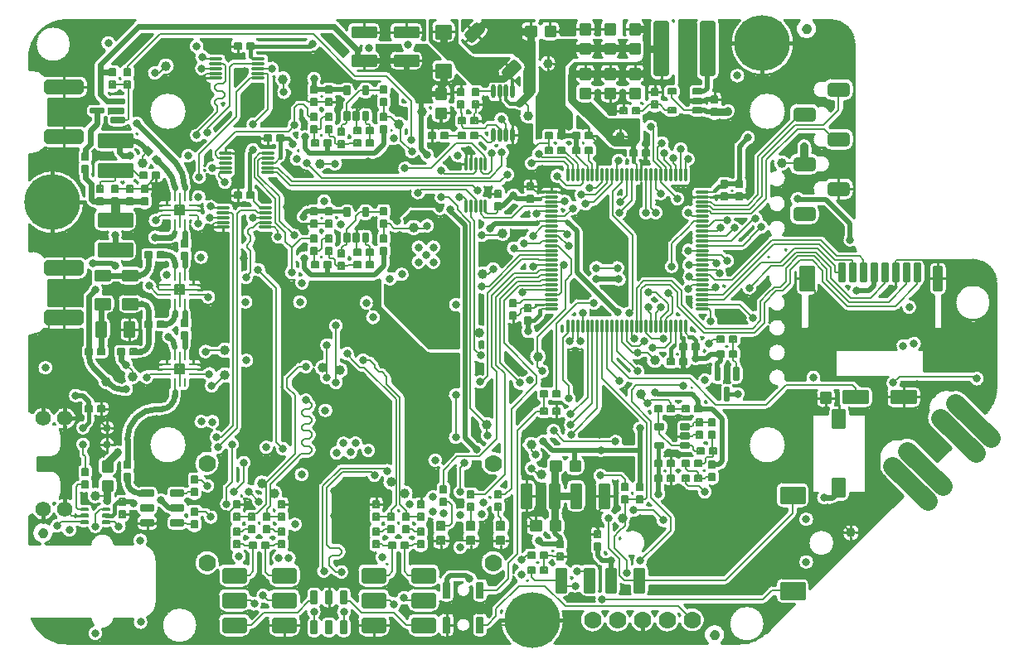
<source format=gtl>
*
*
G04 PADS 9.5 Build Number: 522968 generated Gerber (RS-274-X) file*
G04 PC Version=2.1*
*
%IN "PSDR.pcb"*%
*
%MOIN*%
*
%FSLAX35Y35*%
*
*
*
*
G04 PC Standard Apertures*
*
*
G04 Thermal Relief Aperture macro.*
%AMTER*
1,1,$1,0,0*
1,0,$1-$2,0,0*
21,0,$3,$4,0,0,45*
21,0,$3,$4,0,0,135*
%
*
*
G04 Annular Aperture macro.*
%AMANN*
1,1,$1,0,0*
1,0,$2,0,0*
%
*
*
G04 Odd Aperture macro.*
%AMODD*
1,1,$1,0,0*
1,0,$1-0.005,0,0*
%
*
*
G04 PC Custom Aperture Macros*
*
*
*
*
*
*
G04 PC Aperture Table*
*
%ADD010C,0.001*%
%ADD011C,0.008*%
%ADD012C,0.00787*%
%ADD013C,0.01575*%
%ADD034C,0.012*%
%ADD035C,0.03*%
%ADD036C,0.02*%
%ADD037C,0.015*%
%ADD038C,0.024*%
%ADD048C,0.07*%
%ADD072C,0.062*%
%ADD094C,0.00394*%
%ADD104C,0.01181*%
%ADD110C,0.016*%
%ADD146C,0.01*%
%ADD148C,0.076*%
%ADD149C,0.01969*%
%ADD150C,0.032*%
%ADD151C,0.22441*%
%ADD153C,0.014*%
%ADD154O,0.01142X0.05512*%
%ADD155O,0.05512X0.01142*%
%ADD158O,0.03937X0.00984*%
%ADD159O,0.00984X0.03937*%
%ADD160O,0.017X0.056*%
%ADD161O,0.01142X0.05709*%
%ADD162O,0.05709X0.01142*%
%ADD163C,0.036*%
%ADD171C,0.0315*%
%ADD172C,0.03937*%
*
*
*
*
G04 PC Circuitry*
G04 Layer Name PSDR.pcb - circuitry*
%LPD*%
*
*
G04 PC Custom Flashes*
G04 Layer Name PSDR.pcb - flashes*
%LPD*%
*
*
G04 PC Circuitry*
G04 Layer Name PSDR.pcb - circuitry*
%LPD*%
*
G54D10*
G54D11*
G01X352900Y325850D02*
X355100D01*
Y323150*
X352900*
Y325850*
Y323200D02*
X355100D01*
X352900Y324000D02*
X355100D01*
X352900Y324800D02*
X355100D01*
X352900Y325600D02*
X355100D01*
X353600Y323150D02*
Y325850D01*
X354400Y323150D02*
Y325850D01*
X352900Y320850D02*
X355100D01*
Y318150*
X352900*
Y320850*
Y318400D02*
X355100D01*
X352900Y319200D02*
X355100D01*
X352900Y320000D02*
X355100D01*
X352900Y320800D02*
X355100D01*
X353600Y318150D02*
Y320850D01*
X354400Y318150D02*
Y320850D01*
X321150Y299900D02*
Y302100D01*
X323850*
Y299900*
X321150*
Y300000D02*
X323850D01*
X321150Y300800D02*
X323850D01*
X321150Y301600D02*
X323850D01*
X321600Y299900D02*
Y302100D01*
X322400Y299900D02*
Y302100D01*
X323200Y299900D02*
Y302100D01*
X326150Y299900D02*
Y302100D01*
X328850*
Y299900*
X326150*
Y300000D02*
X328850D01*
X326150Y300800D02*
X328850D01*
X326150Y301600D02*
X328850D01*
X326400Y299900D02*
Y302100D01*
X327200Y299900D02*
Y302100D01*
X328000Y299900D02*
Y302100D01*
X328800Y299900D02*
Y302100D01*
X379100Y315150D02*
X376900D01*
Y317850*
X379100*
Y315150*
X376900Y315200D02*
X379100D01*
X376900Y316000D02*
X379100D01*
X376900Y316800D02*
X379100D01*
X376900Y317600D02*
X379100D01*
X377600Y315150D02*
Y317850D01*
X378400Y315150D02*
Y317850D01*
X379100Y320150D02*
X376900D01*
Y322850*
X379100*
Y320150*
X376900Y320800D02*
X379100D01*
X376900Y321600D02*
X379100D01*
X376900Y322400D02*
X379100D01*
X377600Y320150D02*
Y322850D01*
X378400Y320150D02*
Y322850D01*
X123900Y172850D02*
X126100D01*
Y170150*
X123900*
Y172850*
Y170400D02*
X126100D01*
X123900Y171200D02*
X126100D01*
X123900Y172000D02*
X126100D01*
X123900Y172800D02*
X126100D01*
X124000Y170150D02*
Y172850D01*
X124800Y170150D02*
Y172850D01*
X125600Y170150D02*
Y172850D01*
X123900Y167850D02*
X126100D01*
Y165150*
X123900*
Y167850*
Y165600D02*
X126100D01*
X123900Y166400D02*
X126100D01*
X123900Y167200D02*
X126100D01*
X124000Y165150D02*
Y167850D01*
X124800Y165150D02*
Y167850D01*
X125600Y165150D02*
Y167850D01*
X317850Y302100D02*
Y299900D01*
X315150*
Y302100*
X317850*
X315150Y300000D02*
X317850D01*
X315150Y300800D02*
X317850D01*
X315150Y301600D02*
X317850D01*
X315200Y299900D02*
Y302100D01*
X316000Y299900D02*
Y302100D01*
X316800Y299900D02*
Y302100D01*
X317600Y299900D02*
Y302100D01*
X312850D02*
Y299900D01*
X310150*
Y302100*
X312850*
X310150Y300000D02*
X312850D01*
X310150Y300800D02*
X312850D01*
X310150Y301600D02*
X312850D01*
X310400Y299900D02*
Y302100D01*
X311200Y299900D02*
Y302100D01*
X312000Y299900D02*
Y302100D01*
X312800Y299900D02*
Y302100D01*
X204850Y307100D02*
Y304900D01*
X202150*
Y307100*
X204850*
X202150Y305600D02*
X204850D01*
X202150Y306400D02*
X204850D01*
X202400Y304900D02*
Y307100D01*
X203200Y304900D02*
Y307100D01*
X204000Y304900D02*
Y307100D01*
X204800Y304900D02*
Y307100D01*
X199850D02*
Y304900D01*
X197150*
Y307100*
X199850*
X197150Y305600D02*
X199850D01*
X197150Y306400D02*
X199850D01*
X197600Y304900D02*
Y307100D01*
X198400Y304900D02*
Y307100D01*
X199200Y304900D02*
Y307100D01*
X216150Y302900D02*
Y305100D01*
X218850*
Y302900*
X216150*
Y303200D02*
X218850D01*
X216150Y304000D02*
X218850D01*
X216150Y304800D02*
X218850D01*
X216800Y302900D02*
Y305100D01*
X217600Y302900D02*
Y305100D01*
X218400Y302900D02*
Y305100D01*
X221150Y302900D02*
Y305100D01*
X223850*
Y302900*
X221150*
Y303200D02*
X223850D01*
X221150Y304000D02*
X223850D01*
X221150Y304800D02*
X223850D01*
X221600Y302900D02*
Y305100D01*
X222400Y302900D02*
Y305100D01*
X223200Y302900D02*
Y305100D01*
X170100Y162150D02*
X167900D01*
Y164850*
X170100*
Y162150*
X167900Y162400D02*
X170100D01*
X167900Y163200D02*
X170100D01*
X167900Y164000D02*
X170100D01*
X167900Y164800D02*
X170100D01*
X168000Y162150D02*
Y164850D01*
X168800Y162150D02*
Y164850D01*
X169600Y162150D02*
Y164850D01*
X170100Y167150D02*
X167900D01*
Y169850*
X170100*
Y167150*
X167900Y167200D02*
X170100D01*
X167900Y168000D02*
X170100D01*
X167900Y168800D02*
X170100D01*
X167900Y169600D02*
X170100D01*
X168000Y167150D02*
Y169850D01*
X168800Y167150D02*
Y169850D01*
X169600Y167150D02*
Y169850D01*
X170100Y149150D02*
X167900D01*
Y151850*
X170100*
Y149150*
X167900Y149600D02*
X170100D01*
X167900Y150400D02*
X170100D01*
X167900Y151200D02*
X170100D01*
X168000Y149150D02*
Y151850D01*
X168800Y149150D02*
Y151850D01*
X169600Y149150D02*
Y151850D01*
X170100Y154150D02*
X167900D01*
Y156850*
X170100*
Y154150*
X167900Y154400D02*
X170100D01*
X167900Y155200D02*
X170100D01*
X167900Y156000D02*
X170100D01*
X167900Y156800D02*
X170100D01*
X168000Y154150D02*
Y156850D01*
X168800Y154150D02*
Y156850D01*
X169600Y154150D02*
Y156850D01*
X126100Y292150D02*
X123900D01*
Y294850*
X126100*
Y292150*
X123900Y292800D02*
X126100D01*
X123900Y293600D02*
X126100D01*
X123900Y294400D02*
X126100D01*
X124000Y292150D02*
Y294850D01*
X124800Y292150D02*
Y294850D01*
X125600Y292150D02*
Y294850D01*
X126100Y297150D02*
X123900D01*
Y299850*
X126100*
Y297150*
X123900Y297600D02*
X126100D01*
X123900Y298400D02*
X126100D01*
X123900Y299200D02*
X126100D01*
X124000Y297150D02*
Y299850D01*
X124800Y297150D02*
Y299850D01*
X125600Y297150D02*
Y299850D01*
X277100Y318150D02*
X274900D01*
Y320850*
X277100*
Y318150*
X274900Y318400D02*
X277100D01*
X274900Y319200D02*
X277100D01*
X274900Y320000D02*
X277100D01*
X274900Y320800D02*
X277100D01*
X275200Y318150D02*
Y320850D01*
X276000Y318150D02*
Y320850D01*
X276800Y318150D02*
Y320850D01*
X277100Y323150D02*
X274900D01*
Y325850*
X277100*
Y323150*
X274900Y323200D02*
X277100D01*
X274900Y324000D02*
X277100D01*
X274900Y324800D02*
X277100D01*
X274900Y325600D02*
X277100D01*
X275200Y323150D02*
Y325850D01*
X276000Y323150D02*
Y325850D01*
X276800Y323150D02*
Y325850D01*
X282850Y314100D02*
Y311900D01*
X280150*
Y314100*
X282850*
X280150Y312000D02*
X282850D01*
X280150Y312800D02*
X282850D01*
X280150Y313600D02*
X282850D01*
X280800Y311900D02*
Y314100D01*
X281600Y311900D02*
Y314100D01*
X282400Y311900D02*
Y314100D01*
X277850D02*
Y311900D01*
X275150*
Y314100*
X277850*
X275150Y312000D02*
X277850D01*
X275150Y312800D02*
X277850D01*
X275150Y313600D02*
X277850D01*
X275200Y311900D02*
Y314100D01*
X276000Y311900D02*
Y314100D01*
X276800Y311900D02*
Y314100D01*
X277600Y311900D02*
Y314100D01*
X386850Y220100D02*
Y217900D01*
X384150*
Y220100*
X386850*
X384150Y218400D02*
X386850D01*
X384150Y219200D02*
X386850D01*
X384150Y220000D02*
X386850D01*
X384800Y217900D02*
Y220100D01*
X385600Y217900D02*
Y220100D01*
X386400Y217900D02*
Y220100D01*
X381850D02*
Y217900D01*
X379150*
Y220100*
X381850*
X379150Y218400D02*
X381850D01*
X379150Y219200D02*
X381850D01*
X379150Y220000D02*
X381850D01*
X379200Y217900D02*
Y220100D01*
X380000Y217900D02*
Y220100D01*
X380800Y217900D02*
Y220100D01*
X381600Y217900D02*
Y220100D01*
X275150Y305900D02*
Y308100D01*
X277850*
Y305900*
X275150*
Y306400D02*
X277850D01*
X275150Y307200D02*
X277850D01*
X275150Y308000D02*
X277850D01*
X275200Y305900D02*
Y308100D01*
X276000Y305900D02*
Y308100D01*
X276800Y305900D02*
Y308100D01*
X277600Y305900D02*
Y308100D01*
X280150Y305900D02*
Y308100D01*
X282850*
Y305900*
X280150*
Y306400D02*
X282850D01*
X280150Y307200D02*
X282850D01*
X280150Y308000D02*
X282850D01*
X280800Y305900D02*
Y308100D01*
X281600Y305900D02*
Y308100D01*
X282400Y305900D02*
Y308100D01*
X280900Y325850D02*
X283100D01*
Y323150*
X280900*
Y325850*
Y323200D02*
X283100D01*
X280900Y324000D02*
X283100D01*
X280900Y324800D02*
X283100D01*
X280900Y325600D02*
X283100D01*
X281600Y323150D02*
Y325850D01*
X282400Y323150D02*
Y325850D01*
X280900Y320850D02*
X283100D01*
Y318150*
X280900*
Y320850*
Y318400D02*
X283100D01*
X280900Y319200D02*
X283100D01*
X280900Y320000D02*
X283100D01*
X280900Y320800D02*
X283100D01*
X281600Y318150D02*
Y320850D01*
X282400Y318150D02*
Y320850D01*
X270850Y308100D02*
Y305900D01*
X268150*
Y308100*
X270850*
X268150Y306400D02*
X270850D01*
X268150Y307200D02*
X270850D01*
X268150Y308000D02*
X270850D01*
X268800Y305900D02*
Y308100D01*
X269600Y305900D02*
Y308100D01*
X270400Y305900D02*
Y308100D01*
X265850D02*
Y305900D01*
X263150*
Y308100*
X265850*
X263150Y306400D02*
X265850D01*
X263150Y307200D02*
X265850D01*
X263150Y308000D02*
X265850D01*
X263200Y305900D02*
Y308100D01*
X264000Y305900D02*
Y308100D01*
X264800Y305900D02*
Y308100D01*
X265600Y305900D02*
Y308100D01*
X154850Y292100D02*
Y289900D01*
X152150*
Y292100*
X154850*
X152150Y290400D02*
X154850D01*
X152150Y291200D02*
X154850D01*
X152150Y292000D02*
X154850D01*
X152800Y289900D02*
Y292100D01*
X153600Y289900D02*
Y292100D01*
X154400Y289900D02*
Y292100D01*
X149850D02*
Y289900D01*
X147150*
Y292100*
X149850*
X147150Y290400D02*
X149850D01*
X147150Y291200D02*
X149850D01*
X147150Y292000D02*
X149850D01*
X147200Y289900D02*
Y292100D01*
X148000Y289900D02*
Y292100D01*
X148800Y289900D02*
Y292100D01*
X149600Y289900D02*
Y292100D01*
X386850Y226100D02*
Y223900D01*
X384150*
Y226100*
X386850*
X384150Y224000D02*
X386850D01*
X384150Y224800D02*
X386850D01*
X384150Y225600D02*
X386850D01*
X384800Y223900D02*
Y226100D01*
X385600Y223900D02*
Y226100D01*
X386400Y223900D02*
Y226100D01*
X381850D02*
Y223900D01*
X379150*
Y226100*
X381850*
X379150Y224000D02*
X381850D01*
X379150Y224800D02*
X381850D01*
X379150Y225600D02*
X381850D01*
X379200Y223900D02*
Y226100D01*
X380000Y223900D02*
Y226100D01*
X380800Y223900D02*
Y226100D01*
X381600Y223900D02*
Y226100D01*
X315850Y204100D02*
Y201900D01*
X313150*
Y204100*
X315850*
X313150Y202400D02*
X315850D01*
X313150Y203200D02*
X315850D01*
X313150Y204000D02*
X315850D01*
X313600Y201900D02*
Y204100D01*
X314400Y201900D02*
Y204100D01*
X315200Y201900D02*
Y204100D01*
X310850D02*
Y201900D01*
X308150*
Y204100*
X310850*
X308150Y202400D02*
X310850D01*
X308150Y203200D02*
X310850D01*
X308150Y204000D02*
X310850D01*
X308800Y201900D02*
Y204100D01*
X309600Y201900D02*
Y204100D01*
X310400Y201900D02*
Y204100D01*
X308150Y194900D02*
Y197100D01*
X310850*
Y194900*
X308150*
Y195200D02*
X310850D01*
X308150Y196000D02*
X310850D01*
X308150Y196800D02*
X310850D01*
X308800Y194900D02*
Y197100D01*
X309600Y194900D02*
Y197100D01*
X310400Y194900D02*
Y197100D01*
X313150Y194900D02*
Y197100D01*
X315850*
Y194900*
X313150*
Y195200D02*
X315850D01*
X313150Y196000D02*
X315850D01*
X313150Y196800D02*
X315850D01*
X313600Y194900D02*
Y197100D01*
X314400Y194900D02*
Y197100D01*
X315200Y194900D02*
Y197100D01*
X378100Y168150D02*
X375900D01*
Y170850*
X378100*
Y168150*
X375900Y168800D02*
X378100D01*
X375900Y169600D02*
X378100D01*
X375900Y170400D02*
X378100D01*
X376000Y168150D02*
Y170850D01*
X376800Y168150D02*
Y170850D01*
X377600Y168150D02*
Y170850D01*
X378100Y173150D02*
X375900D01*
Y175850*
X378100*
Y173150*
X375900Y173600D02*
X378100D01*
X375900Y174400D02*
X378100D01*
X375900Y175200D02*
X378100D01*
X376000Y173150D02*
Y175850D01*
X376800Y173150D02*
Y175850D01*
X377600Y173150D02*
Y175850D01*
X216150Y253900D02*
Y256100D01*
X218850*
Y253900*
X216150*
Y254400D02*
X218850D01*
X216150Y255200D02*
X218850D01*
X216150Y256000D02*
X218850D01*
X216800Y253900D02*
Y256100D01*
X217600Y253900D02*
Y256100D01*
X218400Y253900D02*
Y256100D01*
X221150Y253900D02*
Y256100D01*
X223850*
Y253900*
X221150*
Y254400D02*
X223850D01*
X221150Y255200D02*
X223850D01*
X221150Y256000D02*
X223850D01*
X221600Y253900D02*
Y256100D01*
X222400Y253900D02*
Y256100D01*
X223200Y253900D02*
Y256100D01*
X221900Y266850D02*
X224100D01*
Y264150*
X221900*
Y266850*
Y264800D02*
X224100D01*
X221900Y265600D02*
X224100D01*
X221900Y266400D02*
X224100D01*
X222400Y264150D02*
Y266850D01*
X223200Y264150D02*
Y266850D01*
X224000Y264150D02*
Y266850D01*
X221900Y261850D02*
X224100D01*
Y259150*
X221900*
Y261850*
Y259200D02*
X224100D01*
X221900Y260000D02*
X224100D01*
X221900Y260800D02*
X224100D01*
X221900Y261600D02*
X224100D01*
X222400Y259150D02*
Y261850D01*
X223200Y259150D02*
Y261850D01*
X224000Y259150D02*
Y261850D01*
X233150Y253900D02*
Y256100D01*
X235850*
Y253900*
X233150*
Y254400D02*
X235850D01*
X233150Y255200D02*
X235850D01*
X233150Y256000D02*
X235850D01*
X233600Y253900D02*
Y256100D01*
X234400Y253900D02*
Y256100D01*
X235200Y253900D02*
Y256100D01*
X238150Y253900D02*
Y256100D01*
X240850*
Y253900*
X238150*
Y254400D02*
X240850D01*
X238150Y255200D02*
X240850D01*
X238150Y256000D02*
X240850D01*
X238400Y253900D02*
Y256100D01*
X239200Y253900D02*
Y256100D01*
X240000Y253900D02*
Y256100D01*
X240800Y253900D02*
Y256100D01*
X243900Y266850D02*
X246100D01*
Y264150*
X243900*
Y266850*
Y264800D02*
X246100D01*
X243900Y265600D02*
X246100D01*
X243900Y266400D02*
X246100D01*
X244000Y264150D02*
Y266850D01*
X244800Y264150D02*
Y266850D01*
X245600Y264150D02*
Y266850D01*
X243900Y261850D02*
X246100D01*
Y259150*
X243900*
Y261850*
Y259200D02*
X246100D01*
X243900Y260000D02*
X246100D01*
X243900Y260800D02*
X246100D01*
X243900Y261600D02*
X246100D01*
X244000Y259150D02*
Y261850D01*
X244800Y259150D02*
Y261850D01*
X245600Y259150D02*
Y261850D01*
X221900Y315850D02*
X224100D01*
Y313150*
X221900*
Y315850*
Y313600D02*
X224100D01*
X221900Y314400D02*
X224100D01*
X221900Y315200D02*
X224100D01*
X222400Y313150D02*
Y315850D01*
X223200Y313150D02*
Y315850D01*
X224000Y313150D02*
Y315850D01*
X221900Y310850D02*
X224100D01*
Y308150*
X221900*
Y310850*
Y308800D02*
X224100D01*
X221900Y309600D02*
X224100D01*
X221900Y310400D02*
X224100D01*
X222400Y308150D02*
Y310850D01*
X223200Y308150D02*
Y310850D01*
X224000Y308150D02*
Y310850D01*
X233150Y302900D02*
Y305100D01*
X235850*
Y302900*
X233150*
Y303200D02*
X235850D01*
X233150Y304000D02*
X235850D01*
X233150Y304800D02*
X235850D01*
X233600Y302900D02*
Y305100D01*
X234400Y302900D02*
Y305100D01*
X235200Y302900D02*
Y305100D01*
X238150Y302900D02*
Y305100D01*
X240850*
Y302900*
X238150*
Y303200D02*
X240850D01*
X238150Y304000D02*
X240850D01*
X238150Y304800D02*
X240850D01*
X238400Y302900D02*
Y305100D01*
X239200Y302900D02*
Y305100D01*
X240000Y302900D02*
Y305100D01*
X240800Y302900D02*
Y305100D01*
X243900Y315850D02*
X246100D01*
Y313150*
X243900*
Y315850*
Y313600D02*
X246100D01*
X243900Y314400D02*
X246100D01*
X243900Y315200D02*
X246100D01*
X244000Y313150D02*
Y315850D01*
X244800Y313150D02*
Y315850D01*
X245600Y313150D02*
Y315850D01*
X243900Y310850D02*
X246100D01*
Y308150*
X243900*
Y310850*
Y308800D02*
X246100D01*
X243900Y309600D02*
X246100D01*
X243900Y310400D02*
X246100D01*
X244000Y308150D02*
Y310850D01*
X244800Y308150D02*
Y310850D01*
X245600Y308150D02*
Y310850D01*
X129900Y286850D02*
X132100D01*
Y284150*
X129900*
Y286850*
Y284800D02*
X132100D01*
X129900Y285600D02*
X132100D01*
X129900Y286400D02*
X132100D01*
X130400Y284150D02*
Y286850D01*
X131200Y284150D02*
Y286850D01*
X132000Y284150D02*
Y286850D01*
X129900Y281850D02*
X132100D01*
Y279150*
X129900*
Y281850*
Y279200D02*
X132100D01*
X129900Y280000D02*
X132100D01*
X129900Y280800D02*
X132100D01*
X129900Y281600D02*
X132100D01*
X130400Y279150D02*
Y281850D01*
X131200Y279150D02*
Y281850D01*
X132000Y279150D02*
Y281850D01*
X270100Y158150D02*
X267900D01*
Y160850*
X270100*
Y158150*
X267900Y158400D02*
X270100D01*
X267900Y159200D02*
X270100D01*
X267900Y160000D02*
X270100D01*
X267900Y160800D02*
X270100D01*
X268000Y158150D02*
Y160850D01*
X268800Y158150D02*
Y160850D01*
X269600Y158150D02*
Y160850D01*
X270100Y163150D02*
X267900D01*
Y165850*
X270100*
Y163150*
X267900Y163200D02*
X270100D01*
X267900Y164000D02*
X270100D01*
X267900Y164800D02*
X270100D01*
X267900Y165600D02*
X270100D01*
X268000Y163150D02*
Y165850D01*
X268800Y163150D02*
Y165850D01*
X269600Y163150D02*
Y165850D01*
X347850Y318100D02*
Y315900D01*
X345150*
Y318100*
X347850*
X345150Y316000D02*
X347850D01*
X345150Y316800D02*
X347850D01*
X345150Y317600D02*
X347850D01*
X345600Y315900D02*
Y318100D01*
X346400Y315900D02*
Y318100D01*
X347200Y315900D02*
Y318100D01*
X342850D02*
Y315900D01*
X340150*
Y318100*
X342850*
X340150Y316000D02*
X342850D01*
X340150Y316800D02*
X342850D01*
X340150Y317600D02*
X342850D01*
X340800Y315900D02*
Y318100D01*
X341600Y315900D02*
Y318100D01*
X342400Y315900D02*
Y318100D01*
X365150Y173900D02*
Y176100D01*
X367850*
Y173900*
X365150*
Y174400D02*
X367850D01*
X365150Y175200D02*
X367850D01*
X365150Y176000D02*
X367850D01*
X365600Y173900D02*
Y176100D01*
X366400Y173900D02*
Y176100D01*
X367200Y173900D02*
Y176100D01*
X370150Y173900D02*
Y176100D01*
X372850*
Y173900*
X370150*
Y174400D02*
X372850D01*
X370150Y175200D02*
X372850D01*
X370150Y176000D02*
X372850D01*
X370400Y173900D02*
Y176100D01*
X371200Y173900D02*
Y176100D01*
X372000Y173900D02*
Y176100D01*
X372800Y173900D02*
Y176100D01*
X378100Y185150D02*
X375900D01*
Y187850*
X378100*
Y185150*
X375900Y185600D02*
X378100D01*
X375900Y186400D02*
X378100D01*
X375900Y187200D02*
X378100D01*
X376000Y185150D02*
Y187850D01*
X376800Y185150D02*
Y187850D01*
X377600Y185150D02*
Y187850D01*
X378100Y190150D02*
X375900D01*
Y192850*
X378100*
Y190150*
X375900Y190400D02*
X378100D01*
X375900Y191200D02*
X378100D01*
X375900Y192000D02*
X378100D01*
X375900Y192800D02*
X378100D01*
X376000Y190150D02*
Y192850D01*
X376800Y190150D02*
Y192850D01*
X377600Y190150D02*
Y192850D01*
X125150Y195900D02*
Y198100D01*
X127850*
Y195900*
X125150*
Y196000D02*
X127850D01*
X125150Y196800D02*
X127850D01*
X125150Y197600D02*
X127850D01*
X125600Y195900D02*
Y198100D01*
X126400Y195900D02*
Y198100D01*
X127200Y195900D02*
Y198100D01*
X130150Y195900D02*
Y198100D01*
X132850*
Y195900*
X130150*
Y196000D02*
X132850D01*
X130150Y196800D02*
X132850D01*
X130150Y197600D02*
X132850D01*
X130400Y195900D02*
Y198100D01*
X131200Y195900D02*
Y198100D01*
X132000Y195900D02*
Y198100D01*
X132800Y195900D02*
Y198100D01*
X365150Y195900D02*
Y198100D01*
X367850*
Y195900*
X365150*
Y196000D02*
X367850D01*
X365150Y196800D02*
X367850D01*
X365150Y197600D02*
X367850D01*
X365600Y195900D02*
Y198100D01*
X366400Y195900D02*
Y198100D01*
X367200Y195900D02*
Y198100D01*
X370150Y195900D02*
Y198100D01*
X372850*
Y195900*
X370150*
Y196000D02*
X372850D01*
X370150Y196800D02*
X372850D01*
X370150Y197600D02*
X372850D01*
X370400Y195900D02*
Y198100D01*
X371200Y195900D02*
Y198100D01*
X372000Y195900D02*
Y198100D01*
X372800Y195900D02*
Y198100D01*
X229100Y253150D02*
X226900D01*
Y255850*
X229100*
Y253150*
X226900Y253600D02*
X229100D01*
X226900Y254400D02*
X229100D01*
X226900Y255200D02*
X229100D01*
X227200Y253150D02*
Y255850D01*
X228000Y253150D02*
Y255850D01*
X228800Y253150D02*
Y255850D01*
X229100Y258150D02*
X226900D01*
Y260850*
X229100*
Y258150*
X226900Y258400D02*
X229100D01*
X226900Y259200D02*
X229100D01*
X226900Y260000D02*
X229100D01*
X226900Y260800D02*
X229100D01*
X227200Y258150D02*
Y260850D01*
X228000Y258150D02*
Y260850D01*
X228800Y258150D02*
Y260850D01*
X371150Y178900D02*
Y181100D01*
X373850*
Y178900*
X371150*
Y179200D02*
X373850D01*
X371150Y180000D02*
X373850D01*
X371150Y180800D02*
X373850D01*
X371200Y178900D02*
Y181100D01*
X372000Y178900D02*
Y181100D01*
X372800Y178900D02*
Y181100D01*
X373600Y178900D02*
Y181100D01*
X376150Y178900D02*
Y181100D01*
X378850*
Y178900*
X376150*
Y179200D02*
X378850D01*
X376150Y180000D02*
X378850D01*
X376150Y180800D02*
X378850D01*
X376800Y178900D02*
Y181100D01*
X377600Y178900D02*
Y181100D01*
X378400Y178900D02*
Y181100D01*
X125150Y218900D02*
Y221100D01*
X127850*
Y218900*
X125150*
Y219200D02*
X127850D01*
X125150Y220000D02*
X127850D01*
X125150Y220800D02*
X127850D01*
X125600Y218900D02*
Y221100D01*
X126400Y218900D02*
Y221100D01*
X127200Y218900D02*
Y221100D01*
X130150Y218900D02*
Y221100D01*
X132850*
Y218900*
X130150*
Y219200D02*
X132850D01*
X130150Y220000D02*
X132850D01*
X130150Y220800D02*
X132850D01*
X130400Y218900D02*
Y221100D01*
X131200Y218900D02*
Y221100D01*
X132000Y218900D02*
Y221100D01*
X132800Y218900D02*
Y221100D01*
X138150Y218900D02*
Y221100D01*
X140850*
Y218900*
X138150*
Y219200D02*
X140850D01*
X138150Y220000D02*
X140850D01*
X138150Y220800D02*
X140850D01*
X138400Y218900D02*
Y221100D01*
X139200Y218900D02*
Y221100D01*
X140000Y218900D02*
Y221100D01*
X140800Y218900D02*
Y221100D01*
X143150Y218900D02*
Y221100D01*
X145850*
Y218900*
X143150*
Y219200D02*
X145850D01*
X143150Y220000D02*
X145850D01*
X143150Y220800D02*
X145850D01*
X143200Y218900D02*
Y221100D01*
X144000Y218900D02*
Y221100D01*
X144800Y218900D02*
Y221100D01*
X145600Y218900D02*
Y221100D01*
X346900Y166850D02*
X349100D01*
Y164150*
X346900*
Y166850*
Y164800D02*
X349100D01*
X346900Y165600D02*
X349100D01*
X346900Y166400D02*
X349100D01*
X347200Y164150D02*
Y166850D01*
X348000Y164150D02*
Y166850D01*
X348800Y164150D02*
Y166850D01*
X346900Y161850D02*
X349100D01*
Y159150*
X346900*
Y161850*
Y159200D02*
X349100D01*
X346900Y160000D02*
X349100D01*
X346900Y160800D02*
X349100D01*
X346900Y161600D02*
X349100D01*
X347200Y159150D02*
Y161850D01*
X348000Y159150D02*
Y161850D01*
X348800Y159150D02*
Y161850D01*
X343100Y159150D02*
X340900D01*
Y161850*
X343100*
Y159150*
X340900Y159200D02*
X343100D01*
X340900Y160000D02*
X343100D01*
X340900Y160800D02*
X343100D01*
X340900Y161600D02*
X343100D01*
X341600Y159150D02*
Y161850D01*
X342400Y159150D02*
Y161850D01*
X343100Y164150D02*
X340900D01*
Y166850*
X343100*
Y164150*
X340900Y164800D02*
X343100D01*
X340900Y165600D02*
X343100D01*
X340900Y166400D02*
X343100D01*
X341600Y164150D02*
Y166850D01*
X342400Y164150D02*
Y166850D01*
X354150Y167900D02*
Y170100D01*
X356850*
Y167900*
X354150*
Y168000D02*
X356850D01*
X354150Y168800D02*
X356850D01*
X354150Y169600D02*
X356850D01*
X354400Y167900D02*
Y170100D01*
X355200Y167900D02*
Y170100D01*
X356000Y167900D02*
Y170100D01*
X356800Y167900D02*
Y170100D01*
X359150Y167900D02*
Y170100D01*
X361850*
Y167900*
X359150*
Y168000D02*
X361850D01*
X359150Y168800D02*
X361850D01*
X359150Y169600D02*
X361850D01*
X359200Y167900D02*
Y170100D01*
X360000Y167900D02*
Y170100D01*
X360800Y167900D02*
Y170100D01*
X361600Y167900D02*
Y170100D01*
X329900Y147850D02*
X332100D01*
Y145150*
X329900*
Y147850*
Y145600D02*
X332100D01*
X329900Y146400D02*
X332100D01*
X329900Y147200D02*
X332100D01*
X330400Y145150D02*
Y147850D01*
X331200Y145150D02*
Y147850D01*
X332000Y145150D02*
Y147850D01*
X329900Y142850D02*
X332100D01*
Y140150*
X329900*
Y142850*
Y140800D02*
X332100D01*
X329900Y141600D02*
X332100D01*
X329900Y142400D02*
X332100D01*
X330400Y140150D02*
Y142850D01*
X331200Y140150D02*
Y142850D01*
X332000Y140150D02*
Y142850D01*
X147900Y286850D02*
X150100D01*
Y284150*
X147900*
Y286850*
Y284800D02*
X150100D01*
X147900Y285600D02*
X150100D01*
X147900Y286400D02*
X150100D01*
X148000Y284150D02*
Y286850D01*
X148800Y284150D02*
Y286850D01*
X149600Y284150D02*
Y286850D01*
X147900Y281850D02*
X150100D01*
Y279150*
X147900*
Y281850*
Y279200D02*
X150100D01*
X147900Y280000D02*
X150100D01*
X147900Y280800D02*
X150100D01*
X147900Y281600D02*
X150100D01*
X148000Y279150D02*
Y281850D01*
X148800Y279150D02*
Y281850D01*
X149600Y279150D02*
Y281850D01*
X163900Y232850D02*
X166100D01*
Y230150*
X163900*
Y232850*
Y230400D02*
X166100D01*
X163900Y231200D02*
X166100D01*
X163900Y232000D02*
X166100D01*
X163900Y232800D02*
X166100D01*
X164000Y230150D02*
Y232850D01*
X164800Y230150D02*
Y232850D01*
X165600Y230150D02*
Y232850D01*
X163900Y227850D02*
X166100D01*
Y225150*
X163900*
Y227850*
Y225600D02*
X166100D01*
X163900Y226400D02*
X166100D01*
X163900Y227200D02*
X166100D01*
X164000Y225150D02*
Y227850D01*
X164800Y225150D02*
Y227850D01*
X165600Y225150D02*
Y227850D01*
X303150Y130900D02*
Y133100D01*
X305850*
Y130900*
X303150*
Y131200D02*
X305850D01*
X303150Y132000D02*
X305850D01*
X303150Y132800D02*
X305850D01*
X303200Y130900D02*
Y133100D01*
X304000Y130900D02*
Y133100D01*
X304800Y130900D02*
Y133100D01*
X305600Y130900D02*
Y133100D01*
X308150Y130900D02*
Y133100D01*
X310850*
Y130900*
X308150*
Y131200D02*
X310850D01*
X308150Y132000D02*
X310850D01*
X308150Y132800D02*
X310850D01*
X308800Y130900D02*
Y133100D01*
X309600Y130900D02*
Y133100D01*
X310400Y130900D02*
Y133100D01*
X370900Y192850D02*
X373100D01*
Y190150*
X370900*
Y192850*
Y190400D02*
X373100D01*
X370900Y191200D02*
X373100D01*
X370900Y192000D02*
X373100D01*
X370900Y192800D02*
X373100D01*
X371200Y190150D02*
Y192850D01*
X372000Y190150D02*
Y192850D01*
X372800Y190150D02*
Y192850D01*
X370900Y187850D02*
X373100D01*
Y185150*
X370900*
Y187850*
Y185600D02*
X373100D01*
X370900Y186400D02*
X373100D01*
X370900Y187200D02*
X373100D01*
X371200Y185150D02*
Y187850D01*
X372000Y185150D02*
Y187850D01*
X372800Y185150D02*
Y187850D01*
X229100Y302150D02*
X226900D01*
Y304850*
X229100*
Y302150*
X226900Y302400D02*
X229100D01*
X226900Y303200D02*
X229100D01*
X226900Y304000D02*
X229100D01*
X226900Y304800D02*
X229100D01*
X227200Y302150D02*
Y304850D01*
X228000Y302150D02*
Y304850D01*
X228800Y302150D02*
Y304850D01*
X229100Y307150D02*
X226900D01*
Y309850*
X229100*
Y307150*
X226900Y307200D02*
X229100D01*
X226900Y308000D02*
X229100D01*
X226900Y308800D02*
X229100D01*
X226900Y309600D02*
X229100D01*
X227200Y307150D02*
Y309850D01*
X228000Y307150D02*
Y309850D01*
X228800Y307150D02*
Y309850D01*
X354150Y173900D02*
Y176100D01*
X356850*
Y173900*
X354150*
Y174400D02*
X356850D01*
X354150Y175200D02*
X356850D01*
X354150Y176000D02*
X356850D01*
X354400Y173900D02*
Y176100D01*
X355200Y173900D02*
Y176100D01*
X356000Y173900D02*
Y176100D01*
X356800Y173900D02*
Y176100D01*
X359150Y173900D02*
Y176100D01*
X361850*
Y173900*
X359150*
Y174400D02*
X361850D01*
X359150Y175200D02*
X361850D01*
X359150Y176000D02*
X361850D01*
X359200Y173900D02*
Y176100D01*
X360000Y173900D02*
Y176100D01*
X360800Y173900D02*
Y176100D01*
X361600Y173900D02*
Y176100D01*
X303150Y136900D02*
Y139100D01*
X305850*
Y136900*
X303150*
Y137600D02*
X305850D01*
X303150Y138400D02*
X305850D01*
X303200Y136900D02*
Y139100D01*
X304000Y136900D02*
Y139100D01*
X304800Y136900D02*
Y139100D01*
X305600Y136900D02*
Y139100D01*
X308150Y136900D02*
Y139100D01*
X310850*
Y136900*
X308150*
Y137600D02*
X310850D01*
X308150Y138400D02*
X310850D01*
X308800Y136900D02*
Y139100D01*
X309600Y136900D02*
Y139100D01*
X310400Y136900D02*
Y139100D01*
X354150Y195900D02*
Y198100D01*
X356850*
Y195900*
X354150*
Y196000D02*
X356850D01*
X354150Y196800D02*
X356850D01*
X354150Y197600D02*
X356850D01*
X354400Y195900D02*
Y198100D01*
X355200Y195900D02*
Y198100D01*
X356000Y195900D02*
Y198100D01*
X356800Y195900D02*
Y198100D01*
X359150Y195900D02*
Y198100D01*
X361850*
Y195900*
X359150*
Y196000D02*
X361850D01*
X359150Y196800D02*
X361850D01*
X359150Y197600D02*
X361850D01*
X359200Y195900D02*
Y198100D01*
X360000Y195900D02*
Y198100D01*
X360800Y195900D02*
Y198100D01*
X361600Y195900D02*
Y198100D01*
X380900Y288850D02*
X383100D01*
Y286150*
X380900*
Y288850*
Y286400D02*
X383100D01*
X380900Y287200D02*
X383100D01*
X380900Y288000D02*
X383100D01*
X380900Y288800D02*
X383100D01*
X381600Y286150D02*
Y288850D01*
X382400Y286150D02*
Y288850D01*
X380900Y283850D02*
X383100D01*
Y281150*
X380900*
Y283850*
Y281600D02*
X383100D01*
X380900Y282400D02*
X383100D01*
X380900Y283200D02*
X383100D01*
X381600Y281150D02*
Y283850D01*
X382400Y281150D02*
Y283850D01*
X314900Y143850D02*
X317100D01*
Y141150*
X314900*
Y143850*
Y141600D02*
X317100D01*
X314900Y142400D02*
X317100D01*
X314900Y143200D02*
X317100D01*
X315200Y141150D02*
Y143850D01*
X316000Y141150D02*
Y143850D01*
X316800Y141150D02*
Y143850D01*
X314900Y138850D02*
X317100D01*
Y136150*
X314900*
Y138850*
Y136800D02*
X317100D01*
X314900Y137600D02*
X317100D01*
X314900Y138400D02*
X317100D01*
X315200Y136150D02*
Y138850D01*
X316000Y136150D02*
Y138850D01*
X316800Y136150D02*
Y138850D01*
X317850Y308100D02*
Y305900D01*
X315150*
Y308100*
X317850*
X315150Y306400D02*
X317850D01*
X315150Y307200D02*
X317850D01*
X315150Y308000D02*
X317850D01*
X315200Y305900D02*
Y308100D01*
X316000Y305900D02*
Y308100D01*
X316800Y305900D02*
Y308100D01*
X317600Y305900D02*
Y308100D01*
X312850D02*
Y305900D01*
X310150*
Y308100*
X312850*
X310150Y306400D02*
X312850D01*
X310150Y307200D02*
X312850D01*
X310150Y308000D02*
X312850D01*
X310400Y305900D02*
Y308100D01*
X311200Y305900D02*
Y308100D01*
X312000Y305900D02*
Y308100D01*
X312800Y305900D02*
Y308100D01*
X359150Y214900D02*
Y217100D01*
X361850*
Y214900*
X359150*
Y215200D02*
X361850D01*
X359150Y216000D02*
X361850D01*
X359150Y216800D02*
X361850D01*
X359200Y214900D02*
Y217100D01*
X360000Y214900D02*
Y217100D01*
X360800Y214900D02*
Y217100D01*
X361600Y214900D02*
Y217100D01*
X364150Y214900D02*
Y217100D01*
X366850*
Y214900*
X364150*
Y215200D02*
X366850D01*
X364150Y216000D02*
X366850D01*
X364150Y216800D02*
X366850D01*
X364800Y214900D02*
Y217100D01*
X365600Y214900D02*
Y217100D01*
X366400Y214900D02*
Y217100D01*
X295900Y240850D02*
X298100D01*
Y238150*
X295900*
Y240850*
Y238400D02*
X298100D01*
X295900Y239200D02*
X298100D01*
X295900Y240000D02*
X298100D01*
X295900Y240800D02*
X298100D01*
X296000Y238150D02*
Y240850D01*
X296800Y238150D02*
Y240850D01*
X297600Y238150D02*
Y240850D01*
X295900Y235850D02*
X298100D01*
Y233150*
X295900*
Y235850*
Y233600D02*
X298100D01*
X295900Y234400D02*
X298100D01*
X295900Y235200D02*
X298100D01*
X296000Y233150D02*
Y235850D01*
X296800Y233150D02*
Y235850D01*
X297600Y233150D02*
Y235850D01*
X135900Y286850D02*
X138100D01*
Y284150*
X135900*
Y286850*
Y284800D02*
X138100D01*
X135900Y285600D02*
X138100D01*
X135900Y286400D02*
X138100D01*
X136000Y284150D02*
Y286850D01*
X136800Y284150D02*
Y286850D01*
X137600Y284150D02*
Y286850D01*
X135900Y281850D02*
X138100D01*
Y279150*
X135900*
Y281850*
Y279200D02*
X138100D01*
X135900Y280000D02*
X138100D01*
X135900Y280800D02*
X138100D01*
X135900Y281600D02*
X138100D01*
X136000Y279150D02*
Y281850D01*
X136800Y279150D02*
Y281850D01*
X137600Y279150D02*
Y281850D01*
X156850Y232100D02*
Y229900D01*
X154150*
Y232100*
X156850*
X154150Y230400D02*
X156850D01*
X154150Y231200D02*
X156850D01*
X154150Y232000D02*
X156850D01*
X154400Y229900D02*
Y232100D01*
X155200Y229900D02*
Y232100D01*
X156000Y229900D02*
Y232100D01*
X156800Y229900D02*
Y232100D01*
X151850D02*
Y229900D01*
X149150*
Y232100*
X151850*
X149150Y230400D02*
X151850D01*
X149150Y231200D02*
X151850D01*
X149150Y232000D02*
X151850D01*
X149600Y229900D02*
Y232100D01*
X150400Y229900D02*
Y232100D01*
X151200Y229900D02*
Y232100D01*
X156850Y260100D02*
Y257900D01*
X154150*
Y260100*
X156850*
X154150Y258400D02*
X156850D01*
X154150Y259200D02*
X156850D01*
X154150Y260000D02*
X156850D01*
X154400Y257900D02*
Y260100D01*
X155200Y257900D02*
Y260100D01*
X156000Y257900D02*
Y260100D01*
X156800Y257900D02*
Y260100D01*
X151850D02*
Y257900D01*
X149150*
Y260100*
X151850*
X149150Y258400D02*
X151850D01*
X149150Y259200D02*
X151850D01*
X149150Y260000D02*
X151850D01*
X149600Y257900D02*
Y260100D01*
X150400Y257900D02*
Y260100D01*
X151200Y257900D02*
Y260100D01*
X163900Y264850D02*
X166100D01*
Y262150*
X163900*
Y264850*
Y262400D02*
X166100D01*
X163900Y263200D02*
X166100D01*
X163900Y264000D02*
X166100D01*
X163900Y264800D02*
X166100D01*
X164000Y262150D02*
Y264850D01*
X164800Y262150D02*
Y264850D01*
X165600Y262150D02*
Y264850D01*
X163900Y259850D02*
X166100D01*
Y257150*
X163900*
Y259850*
Y257600D02*
X166100D01*
X163900Y258400D02*
X166100D01*
X163900Y259200D02*
X166100D01*
X164000Y257150D02*
Y259850D01*
X164800Y257150D02*
Y259850D01*
X165600Y257150D02*
Y259850D01*
X155500Y297055D02*
X153945Y295500D01*
X152035Y297409*
X153591Y298965*
X155500Y297055*
X153444Y296000D02*
X154445D01*
X152644Y296800D02*
X155245D01*
X152226Y297600D02*
X154956D01*
X153026Y298400D02*
X154156D01*
X152800Y296644D02*
Y298174D01*
X153600Y295844D02*
Y298956D01*
X154400Y295955D02*
Y298156D01*
X155200Y296755D02*
Y297356D01*
X151965Y300591D02*
X150409Y299035D01*
X148500Y300945*
X150055Y302500*
X151965Y300591*
X150244Y299200D02*
X150574D01*
X149444Y300000D02*
X151374D01*
X148644Y300800D02*
X151756D01*
X149155Y301600D02*
X150956D01*
X149955Y302400D02*
X150156D01*
X148800Y300644D02*
Y301245D01*
X149600Y299844D02*
Y302045D01*
X150400Y299044D02*
Y302156D01*
X151200Y299826D02*
Y301356D01*
X143100Y168150D02*
X140900D01*
Y170850*
X143100*
Y168150*
X140900Y168800D02*
X143100D01*
X140900Y169600D02*
X143100D01*
X140900Y170400D02*
X143100D01*
X141600Y168150D02*
Y170850D01*
X142400Y168150D02*
Y170850D01*
X143100Y173150D02*
X140900D01*
Y175850*
X143100*
Y173150*
X140900Y173600D02*
X143100D01*
X140900Y174400D02*
X143100D01*
X140900Y175200D02*
X143100D01*
X141600Y173150D02*
Y175850D01*
X142400Y173150D02*
Y175850D01*
X141900Y286850D02*
X144100D01*
Y284150*
X141900*
Y286850*
Y284800D02*
X144100D01*
X141900Y285600D02*
X144100D01*
X141900Y286400D02*
X144100D01*
X142400Y284150D02*
Y286850D01*
X143200Y284150D02*
Y286850D01*
X144000Y284150D02*
Y286850D01*
X141900Y281850D02*
X144100D01*
Y279150*
X141900*
Y281850*
Y279200D02*
X144100D01*
X141900Y280000D02*
X144100D01*
X141900Y280800D02*
X144100D01*
X141900Y281600D02*
X144100D01*
X142400Y279150D02*
Y281850D01*
X143200Y279150D02*
Y281850D01*
X144000Y279150D02*
Y281850D01*
X371850Y223100D02*
Y220900D01*
X369150*
Y223100*
X371850*
X369150Y221600D02*
X371850D01*
X369150Y222400D02*
X371850D01*
X369600Y220900D02*
Y223100D01*
X370400Y220900D02*
Y223100D01*
X371200Y220900D02*
Y223100D01*
X366850D02*
Y220900D01*
X364150*
Y223100*
X366850*
X364150Y221600D02*
X366850D01*
X364150Y222400D02*
X366850D01*
X364800Y220900D02*
Y223100D01*
X365600Y220900D02*
Y223100D01*
X366400Y220900D02*
Y223100D01*
X386900Y288850D02*
X389100D01*
Y286150*
X386900*
Y288850*
Y286400D02*
X389100D01*
X386900Y287200D02*
X389100D01*
X386900Y288000D02*
X389100D01*
X386900Y288800D02*
X389100D01*
X387200Y286150D02*
Y288850D01*
X388000Y286150D02*
Y288850D01*
X388800Y286150D02*
Y288850D01*
X386900Y283850D02*
X389100D01*
Y281150*
X386900*
Y283850*
Y281600D02*
X389100D01*
X386900Y282400D02*
X389100D01*
X386900Y283200D02*
X389100D01*
X387200Y281150D02*
Y283850D01*
X388000Y281150D02*
Y283850D01*
X388800Y281150D02*
Y283850D01*
X304100Y231150D02*
X301900D01*
Y233850*
X304100*
Y231150*
X301900Y231200D02*
X304100D01*
X301900Y232000D02*
X304100D01*
X301900Y232800D02*
X304100D01*
X301900Y233600D02*
X304100D01*
X302400Y231150D02*
Y233850D01*
X303200Y231150D02*
Y233850D01*
X304000Y231150D02*
Y233850D01*
X304100Y236150D02*
X301900D01*
Y238850*
X304100*
Y236150*
X301900Y236800D02*
X304100D01*
X301900Y237600D02*
X304100D01*
X301900Y238400D02*
X304100D01*
X302400Y236150D02*
Y238850D01*
X303200Y236150D02*
Y238850D01*
X304000Y236150D02*
Y238850D01*
X240850Y261100D02*
Y258900D01*
X238150*
Y261100*
X240850*
X238150Y259200D02*
X240850D01*
X238150Y260000D02*
X240850D01*
X238150Y260800D02*
X240850D01*
X238400Y258900D02*
Y261100D01*
X239200Y258900D02*
Y261100D01*
X240000Y258900D02*
Y261100D01*
X240800Y258900D02*
Y261100D01*
X235850D02*
Y258900D01*
X233150*
Y261100*
X235850*
X233150Y259200D02*
X235850D01*
X233150Y260000D02*
X235850D01*
X233150Y260800D02*
X235850D01*
X233600Y258900D02*
Y261100D01*
X234400Y258900D02*
Y261100D01*
X235200Y258900D02*
Y261100D01*
X240850Y310100D02*
Y307900D01*
X238150*
Y310100*
X240850*
X238150Y308000D02*
X240850D01*
X238150Y308800D02*
X240850D01*
X238150Y309600D02*
X240850D01*
X238400Y307900D02*
Y310100D01*
X239200Y307900D02*
Y310100D01*
X240000Y307900D02*
Y310100D01*
X240800Y307900D02*
Y310100D01*
X235850D02*
Y307900D01*
X233150*
Y310100*
X235850*
X233150Y308000D02*
X235850D01*
X233150Y308800D02*
X235850D01*
X233150Y309600D02*
X235850D01*
X233600Y307900D02*
Y310100D01*
X234400Y307900D02*
Y310100D01*
X235200Y307900D02*
Y310100D01*
X344150Y298900D02*
Y301100D01*
X346850*
Y298900*
X344150*
Y299200D02*
X346850D01*
X344150Y300000D02*
X346850D01*
X344150Y300800D02*
X346850D01*
X344800Y298900D02*
Y301100D01*
X345600Y298900D02*
Y301100D01*
X346400Y298900D02*
Y301100D01*
X349150Y298900D02*
Y301100D01*
X351850*
Y298900*
X349150*
Y299200D02*
X351850D01*
X349150Y300000D02*
X351850D01*
X349150Y300800D02*
X351850D01*
X349600Y298900D02*
Y301100D01*
X350400Y298900D02*
Y301100D01*
X351200Y298900D02*
Y301100D01*
X305100Y280150D02*
X302900D01*
Y282850*
X305100*
Y280150*
X302900Y280800D02*
X305100D01*
X302900Y281600D02*
X305100D01*
X302900Y282400D02*
X305100D01*
X303200Y280150D02*
Y282850D01*
X304000Y280150D02*
Y282850D01*
X304800Y280150D02*
Y282850D01*
X305100Y285150D02*
X302900D01*
Y287850*
X305100*
Y285150*
X302900Y285600D02*
X305100D01*
X302900Y286400D02*
X305100D01*
X302900Y287200D02*
X305100D01*
X303200Y285150D02*
Y287850D01*
X304000Y285150D02*
Y287850D01*
X304800Y285150D02*
Y287850D01*
X321150Y305900D02*
Y308100D01*
X323850*
Y305900*
X321150*
Y306400D02*
X323850D01*
X321150Y307200D02*
X323850D01*
X321150Y308000D02*
X323850D01*
X321600Y305900D02*
Y308100D01*
X322400Y305900D02*
Y308100D01*
X323200Y305900D02*
Y308100D01*
X326150Y305900D02*
Y308100D01*
X328850*
Y305900*
X326150*
Y306400D02*
X328850D01*
X326150Y307200D02*
X328850D01*
X326150Y308000D02*
X328850D01*
X326400Y305900D02*
Y308100D01*
X327200Y305900D02*
Y308100D01*
X328000Y305900D02*
Y308100D01*
X328800Y305900D02*
Y308100D01*
X138900Y160850D02*
X141100D01*
Y158150*
X138900*
Y160850*
Y158400D02*
X141100D01*
X138900Y159200D02*
X141100D01*
X138900Y160000D02*
X141100D01*
X138900Y160800D02*
X141100D01*
X139200Y158150D02*
Y160850D01*
X140000Y158150D02*
Y160850D01*
X140800Y158150D02*
Y160850D01*
X138900Y155850D02*
X141100D01*
Y153150*
X138900*
Y155850*
Y153600D02*
X141100D01*
X138900Y154400D02*
X141100D01*
X138900Y155200D02*
X141100D01*
X139200Y153150D02*
Y155850D01*
X140000Y153150D02*
Y155850D01*
X140800Y153150D02*
Y155850D01*
X215900Y277850D02*
X218100D01*
Y275150*
X215900*
Y277850*
Y275200D02*
X218100D01*
X215900Y276000D02*
X218100D01*
X215900Y276800D02*
X218100D01*
X215900Y277600D02*
X218100D01*
X216000Y275150D02*
Y277850D01*
X216800Y275150D02*
Y277850D01*
X217600Y275150D02*
Y277850D01*
X215900Y272850D02*
X218100D01*
Y270150*
X215900*
Y272850*
Y270400D02*
X218100D01*
X215900Y271200D02*
X218100D01*
X215900Y272000D02*
X218100D01*
X215900Y272800D02*
X218100D01*
X216000Y270150D02*
Y272850D01*
X216800Y270150D02*
Y272850D01*
X217600Y270150D02*
Y272850D01*
X215900Y326850D02*
X218100D01*
Y324150*
X215900*
Y326850*
Y324800D02*
X218100D01*
X215900Y325600D02*
X218100D01*
X215900Y326400D02*
X218100D01*
X216000Y324150D02*
Y326850D01*
X216800Y324150D02*
Y326850D01*
X217600Y324150D02*
Y326850D01*
X215900Y321850D02*
X218100D01*
Y319150*
X215900*
Y321850*
Y319200D02*
X218100D01*
X215900Y320000D02*
X218100D01*
X215900Y320800D02*
X218100D01*
X215900Y321600D02*
X218100D01*
X216000Y319150D02*
Y321850D01*
X216800Y319150D02*
Y321850D01*
X217600Y319150D02*
Y321850D01*
X221900Y277850D02*
X224100D01*
Y275150*
X221900*
Y277850*
Y275200D02*
X224100D01*
X221900Y276000D02*
X224100D01*
X221900Y276800D02*
X224100D01*
X221900Y277600D02*
X224100D01*
X222400Y275150D02*
Y277850D01*
X223200Y275150D02*
Y277850D01*
X224000Y275150D02*
Y277850D01*
X221900Y272850D02*
X224100D01*
Y270150*
X221900*
Y272850*
Y270400D02*
X224100D01*
X221900Y271200D02*
X224100D01*
X221900Y272000D02*
X224100D01*
X221900Y272800D02*
X224100D01*
X222400Y270150D02*
Y272850D01*
X223200Y270150D02*
Y272850D01*
X224000Y270150D02*
Y272850D01*
X221900Y326850D02*
X224100D01*
Y324150*
X221900*
Y326850*
Y324800D02*
X224100D01*
X221900Y325600D02*
X224100D01*
X221900Y326400D02*
X224100D01*
X222400Y324150D02*
Y326850D01*
X223200Y324150D02*
Y326850D01*
X224000Y324150D02*
Y326850D01*
X221900Y321850D02*
X224100D01*
Y319150*
X221900*
Y321850*
Y319200D02*
X224100D01*
X221900Y320000D02*
X224100D01*
X221900Y320800D02*
X224100D01*
X221900Y321600D02*
X224100D01*
X222400Y319150D02*
Y321850D01*
X223200Y319150D02*
Y321850D01*
X224000Y319150D02*
Y321850D01*
X292100Y277150D02*
X289900D01*
Y279850*
X292100*
Y277150*
X289900Y277600D02*
X292100D01*
X289900Y278400D02*
X292100D01*
X289900Y279200D02*
X292100D01*
X290400Y277150D02*
Y279850D01*
X291200Y277150D02*
Y279850D01*
X292000Y277150D02*
Y279850D01*
X292100Y282150D02*
X289900D01*
Y284850*
X292100*
Y282150*
X289900Y282400D02*
X292100D01*
X289900Y283200D02*
X292100D01*
X289900Y284000D02*
X292100D01*
X289900Y284800D02*
X292100D01*
X290400Y282150D02*
Y284850D01*
X291200Y282150D02*
Y284850D01*
X292000Y282150D02*
Y284850D01*
X243900Y277850D02*
X246100D01*
Y275150*
X243900*
Y277850*
Y275200D02*
X246100D01*
X243900Y276000D02*
X246100D01*
X243900Y276800D02*
X246100D01*
X243900Y277600D02*
X246100D01*
X244000Y275150D02*
Y277850D01*
X244800Y275150D02*
Y277850D01*
X245600Y275150D02*
Y277850D01*
X243900Y272850D02*
X246100D01*
Y270150*
X243900*
Y272850*
Y270400D02*
X246100D01*
X243900Y271200D02*
X246100D01*
X243900Y272000D02*
X246100D01*
X243900Y272800D02*
X246100D01*
X244000Y270150D02*
Y272850D01*
X244800Y270150D02*
Y272850D01*
X245600Y270150D02*
Y272850D01*
X215900Y266850D02*
X218100D01*
Y264150*
X215900*
Y266850*
Y264800D02*
X218100D01*
X215900Y265600D02*
X218100D01*
X215900Y266400D02*
X218100D01*
X216000Y264150D02*
Y266850D01*
X216800Y264150D02*
Y266850D01*
X217600Y264150D02*
Y266850D01*
X215900Y261850D02*
X218100D01*
Y259150*
X215900*
Y261850*
Y259200D02*
X218100D01*
X215900Y260000D02*
X218100D01*
X215900Y260800D02*
X218100D01*
X215900Y261600D02*
X218100D01*
X216000Y259150D02*
Y261850D01*
X216800Y259150D02*
Y261850D01*
X217600Y259150D02*
Y261850D01*
X243900Y326850D02*
X246100D01*
Y324150*
X243900*
Y326850*
Y324800D02*
X246100D01*
X243900Y325600D02*
X246100D01*
X243900Y326400D02*
X246100D01*
X244000Y324150D02*
Y326850D01*
X244800Y324150D02*
Y326850D01*
X245600Y324150D02*
Y326850D01*
X243900Y321850D02*
X246100D01*
Y319150*
X243900*
Y321850*
Y319200D02*
X246100D01*
X243900Y320000D02*
X246100D01*
X243900Y320800D02*
X246100D01*
X243900Y321600D02*
X246100D01*
X244000Y319150D02*
Y321850D01*
X244800Y319150D02*
Y321850D01*
X245600Y319150D02*
Y321850D01*
X215900Y315850D02*
X218100D01*
Y313150*
X215900*
Y315850*
Y313600D02*
X218100D01*
X215900Y314400D02*
X218100D01*
X215900Y315200D02*
X218100D01*
X216000Y313150D02*
Y315850D01*
X216800Y313150D02*
Y315850D01*
X217600Y313150D02*
Y315850D01*
X215900Y310850D02*
X218100D01*
Y308150*
X215900*
Y310850*
Y308800D02*
X218100D01*
X215900Y309600D02*
X218100D01*
X215900Y310400D02*
X218100D01*
X216000Y308150D02*
Y310850D01*
X216800Y308150D02*
Y310850D01*
X217600Y308150D02*
Y310850D01*
X134900Y333850D02*
X137100D01*
Y331150*
X134900*
Y333850*
Y331200D02*
X137100D01*
X134900Y332000D02*
X137100D01*
X134900Y332800D02*
X137100D01*
X134900Y333600D02*
X137100D01*
X135200Y331150D02*
Y333850D01*
X136000Y331150D02*
Y333850D01*
X136800Y331150D02*
Y333850D01*
X134900Y328850D02*
X137100D01*
Y326150*
X134900*
Y328850*
Y326400D02*
X137100D01*
X134900Y327200D02*
X137100D01*
X134900Y328000D02*
X137100D01*
X134900Y328800D02*
X137100D01*
X135200Y326150D02*
Y328850D01*
X136000Y326150D02*
Y328850D01*
X136800Y326150D02*
Y328850D01*
X140900Y333850D02*
X143100D01*
Y331150*
X140900*
Y333850*
Y331200D02*
X143100D01*
X140900Y332000D02*
X143100D01*
X140900Y332800D02*
X143100D01*
X140900Y333600D02*
X143100D01*
X141600Y331150D02*
Y333850D01*
X142400Y331150D02*
Y333850D01*
X140900Y328850D02*
X143100D01*
Y326150*
X140900*
Y328850*
Y326400D02*
X143100D01*
X140900Y327200D02*
X143100D01*
X140900Y328000D02*
X143100D01*
X140900Y328800D02*
X143100D01*
X141600Y326150D02*
Y328850D01*
X142400Y326150D02*
Y328850D01*
X258900Y159850D02*
X261100D01*
Y157150*
X258900*
Y159850*
Y157600D02*
X261100D01*
X258900Y158400D02*
X261100D01*
X258900Y159200D02*
X261100D01*
X259200Y157150D02*
Y159850D01*
X260000Y157150D02*
Y159850D01*
X260800Y157150D02*
Y159850D01*
X258900Y154850D02*
X261100D01*
Y152150*
X258900*
Y154850*
Y152800D02*
X261100D01*
X258900Y153600D02*
X261100D01*
X258900Y154400D02*
X261100D01*
X259200Y152150D02*
Y154850D01*
X260000Y152150D02*
Y154850D01*
X260800Y152150D02*
Y154850D01*
X240900Y159850D02*
X243100D01*
Y157150*
X240900*
Y159850*
Y157600D02*
X243100D01*
X240900Y158400D02*
X243100D01*
X240900Y159200D02*
X243100D01*
X241600Y157150D02*
Y159850D01*
X242400Y157150D02*
Y159850D01*
X240900Y154850D02*
X243100D01*
Y152150*
X240900*
Y154850*
Y152800D02*
X243100D01*
X240900Y153600D02*
X243100D01*
X240900Y154400D02*
X243100D01*
X241600Y152150D02*
Y154850D01*
X242400Y152150D02*
Y154850D01*
X202900Y159850D02*
X205100D01*
Y157150*
X202900*
Y159850*
Y157600D02*
X205100D01*
X202900Y158400D02*
X205100D01*
X202900Y159200D02*
X205100D01*
X203200Y157150D02*
Y159850D01*
X204000Y157150D02*
Y159850D01*
X204800Y157150D02*
Y159850D01*
X202900Y154850D02*
X205100D01*
Y152150*
X202900*
Y154850*
Y152800D02*
X205100D01*
X202900Y153600D02*
X205100D01*
X202900Y154400D02*
X205100D01*
X203200Y152150D02*
Y154850D01*
X204000Y152150D02*
Y154850D01*
X204800Y152150D02*
Y154850D01*
X184900Y159850D02*
X187100D01*
Y157150*
X184900*
Y159850*
Y157600D02*
X187100D01*
X184900Y158400D02*
X187100D01*
X184900Y159200D02*
X187100D01*
X185600Y157150D02*
Y159850D01*
X186400Y157150D02*
Y159850D01*
X184900Y154850D02*
X187100D01*
Y152150*
X184900*
Y154850*
Y152800D02*
X187100D01*
X184900Y153600D02*
X187100D01*
X184900Y154400D02*
X187100D01*
X185600Y152150D02*
Y154850D01*
X186400Y152150D02*
Y154850D01*
X255100Y147150D02*
X252900D01*
Y149850*
X255100*
Y147150*
X252900Y147200D02*
X255100D01*
X252900Y148000D02*
X255100D01*
X252900Y148800D02*
X255100D01*
X252900Y149600D02*
X255100D01*
X253600Y147150D02*
Y149850D01*
X254400Y147150D02*
Y149850D01*
X255100Y152150D02*
X252900D01*
Y154850*
X255100*
Y152150*
X252900Y152800D02*
X255100D01*
X252900Y153600D02*
X255100D01*
X252900Y154400D02*
X255100D01*
X253600Y152150D02*
Y154850D01*
X254400Y152150D02*
Y154850D01*
X249100Y147150D02*
X246900D01*
Y149850*
X249100*
Y147150*
X246900Y147200D02*
X249100D01*
X246900Y148000D02*
X249100D01*
X246900Y148800D02*
X249100D01*
X246900Y149600D02*
X249100D01*
X247200Y147150D02*
Y149850D01*
X248000Y147150D02*
Y149850D01*
X248800Y147150D02*
Y149850D01*
X249100Y152150D02*
X246900D01*
Y154850*
X249100*
Y152150*
X246900Y152800D02*
X249100D01*
X246900Y153600D02*
X249100D01*
X246900Y154400D02*
X249100D01*
X247200Y152150D02*
Y154850D01*
X248000Y152150D02*
Y154850D01*
X248800Y152150D02*
Y154850D01*
X199100Y147150D02*
X196900D01*
Y149850*
X199100*
Y147150*
X196900Y147200D02*
X199100D01*
X196900Y148000D02*
X199100D01*
X196900Y148800D02*
X199100D01*
X196900Y149600D02*
X199100D01*
X197600Y147150D02*
Y149850D01*
X198400Y147150D02*
Y149850D01*
X199100Y152150D02*
X196900D01*
Y154850*
X199100*
Y152150*
X196900Y152800D02*
X199100D01*
X196900Y153600D02*
X199100D01*
X196900Y154400D02*
X199100D01*
X197600Y152150D02*
Y154850D01*
X198400Y152150D02*
Y154850D01*
X193100Y147150D02*
X190900D01*
Y149850*
X193100*
Y147150*
X190900Y147200D02*
X193100D01*
X190900Y148000D02*
X193100D01*
X190900Y148800D02*
X193100D01*
X190900Y149600D02*
X193100D01*
X191200Y147150D02*
Y149850D01*
X192000Y147150D02*
Y149850D01*
X192800Y147150D02*
Y149850D01*
X193100Y152150D02*
X190900D01*
Y154850*
X193100*
Y152150*
X190900Y152800D02*
X193100D01*
X190900Y153600D02*
X193100D01*
X190900Y154400D02*
X193100D01*
X191200Y152150D02*
Y154850D01*
X192000Y152150D02*
Y154850D01*
X192800Y152150D02*
Y154850D01*
X258900Y148850D02*
X261100D01*
Y146150*
X258900*
Y148850*
Y146400D02*
X261100D01*
X258900Y147200D02*
X261100D01*
X258900Y148000D02*
X261100D01*
X258900Y148800D02*
X261100D01*
X259200Y146150D02*
Y148850D01*
X260000Y146150D02*
Y148850D01*
X260800Y146150D02*
Y148850D01*
X258900Y143850D02*
X261100D01*
Y141150*
X258900*
Y143850*
Y141600D02*
X261100D01*
X258900Y142400D02*
X261100D01*
X258900Y143200D02*
X261100D01*
X259200Y141150D02*
Y143850D01*
X260000Y141150D02*
Y143850D01*
X260800Y141150D02*
Y143850D01*
X240900Y148850D02*
X243100D01*
Y146150*
X240900*
Y148850*
Y146400D02*
X243100D01*
X240900Y147200D02*
X243100D01*
X240900Y148000D02*
X243100D01*
X240900Y148800D02*
X243100D01*
X241600Y146150D02*
Y148850D01*
X242400Y146150D02*
Y148850D01*
X240900Y143850D02*
X243100D01*
Y141150*
X240900*
Y143850*
Y141600D02*
X243100D01*
X240900Y142400D02*
X243100D01*
X240900Y143200D02*
X243100D01*
X241600Y141150D02*
Y143850D01*
X242400Y141150D02*
Y143850D01*
X202900Y148850D02*
X205100D01*
Y146150*
X202900*
Y148850*
Y146400D02*
X205100D01*
X202900Y147200D02*
X205100D01*
X202900Y148000D02*
X205100D01*
X202900Y148800D02*
X205100D01*
X203200Y146150D02*
Y148850D01*
X204000Y146150D02*
Y148850D01*
X204800Y146150D02*
Y148850D01*
X202900Y143850D02*
X205100D01*
Y141150*
X202900*
Y143850*
Y141600D02*
X205100D01*
X202900Y142400D02*
X205100D01*
X202900Y143200D02*
X205100D01*
X203200Y141150D02*
Y143850D01*
X204000Y141150D02*
Y143850D01*
X204800Y141150D02*
Y143850D01*
X184900Y148850D02*
X187100D01*
Y146150*
X184900*
Y148850*
Y146400D02*
X187100D01*
X184900Y147200D02*
X187100D01*
X184900Y148000D02*
X187100D01*
X184900Y148800D02*
X187100D01*
X185600Y146150D02*
Y148850D01*
X186400Y146150D02*
Y148850D01*
X184900Y143850D02*
X187100D01*
Y141150*
X184900*
Y143850*
Y141600D02*
X187100D01*
X184900Y142400D02*
X187100D01*
X184900Y143200D02*
X187100D01*
X185600Y141150D02*
Y143850D01*
X186400Y141150D02*
Y143850D01*
X247150Y140900D02*
Y143100D01*
X249850*
Y140900*
X247150*
Y141600D02*
X249850D01*
X247150Y142400D02*
X249850D01*
X247200Y140900D02*
Y143100D01*
X248000Y140900D02*
Y143100D01*
X248800Y140900D02*
Y143100D01*
X249600Y140900D02*
Y143100D01*
X252150Y140900D02*
Y143100D01*
X254850*
Y140900*
X252150*
Y141600D02*
X254850D01*
X252150Y142400D02*
X254850D01*
X252800Y140900D02*
Y143100D01*
X253600Y140900D02*
Y143100D01*
X254400Y140900D02*
Y143100D01*
X191150Y140900D02*
Y143100D01*
X193850*
Y140900*
X191150*
Y141600D02*
X193850D01*
X191150Y142400D02*
X193850D01*
X191200Y140900D02*
Y143100D01*
X192000Y140900D02*
Y143100D01*
X192800Y140900D02*
Y143100D01*
X193600Y140900D02*
Y143100D01*
X196150Y140900D02*
Y143100D01*
X198850*
Y140900*
X196150*
Y141600D02*
X198850D01*
X196150Y142400D02*
X198850D01*
X196800Y140900D02*
Y143100D01*
X197600Y140900D02*
Y143100D01*
X198400Y140900D02*
Y143100D01*
X192850Y284100D02*
Y281900D01*
X190150*
Y284100*
X192850*
X190150Y282400D02*
X192850D01*
X190150Y283200D02*
X192850D01*
X190150Y284000D02*
X192850D01*
X190400Y281900D02*
Y284100D01*
X191200Y281900D02*
Y284100D01*
X192000Y281900D02*
Y284100D01*
X192800Y281900D02*
Y284100D01*
X187850D02*
Y281900D01*
X185150*
Y284100*
X187850*
X185150Y282400D02*
X187850D01*
X185150Y283200D02*
X187850D01*
X185150Y284000D02*
X187850D01*
X185600Y281900D02*
Y284100D01*
X186400Y281900D02*
Y284100D01*
X187200Y281900D02*
Y284100D01*
X192850Y344100D02*
Y341900D01*
X190150*
Y344100*
X192850*
X190150Y342400D02*
X192850D01*
X190150Y343200D02*
X192850D01*
X190150Y344000D02*
X192850D01*
X190400Y341900D02*
Y344100D01*
X191200Y341900D02*
Y344100D01*
X192000Y341900D02*
Y344100D01*
X192800Y341900D02*
Y344100D01*
X187850D02*
Y341900D01*
X185150*
Y344100*
X187850*
X185150Y342400D02*
X187850D01*
X185150Y343200D02*
X187850D01*
X185150Y344000D02*
X187850D01*
X185600Y341900D02*
Y344100D01*
X186400Y341900D02*
Y344100D01*
X187200Y341900D02*
Y344100D01*
X365150Y167900D02*
Y170100D01*
X367850*
Y167900*
X365150*
Y168000D02*
X367850D01*
X365150Y168800D02*
X367850D01*
X365150Y169600D02*
X367850D01*
X365600Y167900D02*
Y170100D01*
X366400Y167900D02*
Y170100D01*
X367200Y167900D02*
Y170100D01*
X370150Y167900D02*
Y170100D01*
X372850*
Y167900*
X370150*
Y168000D02*
X372850D01*
X370150Y168800D02*
X372850D01*
X370150Y169600D02*
X372850D01*
X370400Y167900D02*
Y170100D01*
X371200Y167900D02*
Y170100D01*
X372000Y167900D02*
Y170100D01*
X372800Y167900D02*
Y170100D01*
X281100Y156150D02*
X278900D01*
Y158850*
X281100*
Y156150*
X278900Y156800D02*
X281100D01*
X278900Y157600D02*
X281100D01*
X278900Y158400D02*
X281100D01*
X279200Y156150D02*
Y158850D01*
X280000Y156150D02*
Y158850D01*
X280800Y156150D02*
Y158850D01*
X281100Y161150D02*
X278900D01*
Y163850*
X281100*
Y161150*
X278900Y161600D02*
X281100D01*
X278900Y162400D02*
X281100D01*
X278900Y163200D02*
X281100D01*
X279200Y161150D02*
Y163850D01*
X280000Y161150D02*
Y163850D01*
X280800Y161150D02*
Y163850D01*
X292100Y156150D02*
X289900D01*
Y158850*
X292100*
Y156150*
X289900Y156800D02*
X292100D01*
X289900Y157600D02*
X292100D01*
X289900Y158400D02*
X292100D01*
X290400Y156150D02*
Y158850D01*
X291200Y156150D02*
Y158850D01*
X292000Y156150D02*
Y158850D01*
X292100Y161150D02*
X289900D01*
Y163850*
X292100*
Y161150*
X289900Y161600D02*
X292100D01*
X289900Y162400D02*
X292100D01*
X289900Y163200D02*
X292100D01*
X290400Y161150D02*
Y163850D01*
X291200Y161150D02*
Y163850D01*
X292000Y161150D02*
Y163850D01*
X172000Y105000D02*
X192700D01*
X192800Y104900*
X197900Y110000*
X205000*
X185000D02*
X191900D01*
X196900Y115000*
X210300*
X214900Y119600*
X217016*
Y121004*
X217000Y115300D02*
X217016Y115284D01*
Y108996*
X223000Y115700D02*
Y121004D01*
X241000Y110000D02*
X247900D01*
X253400Y104500*
X270307*
X228984Y108996D02*
Y115184D01*
X229000Y115200*
X270307Y110000D02*
Y104500D01*
X286500*
X292000Y110000*
X304724*
Y111811*
X283693Y110000D02*
X286700D01*
X290100Y113400*
Y116407*
X299393Y125700*
X309800*
X318000Y117500*
X363500*
X369000Y112000*
X121300Y157259D02*
X122000Y156559D01*
X124669*
X121300Y157259D02*
Y165600D01*
X122200Y166500*
X125000*
X129100Y149600D02*
Y154559D01*
X131100Y156559*
X133331*
X113800Y149900D02*
X115400Y151500D01*
X124610*
X124669Y151441*
X133331D02*
X136700D01*
X138500Y149641*
Y149600*
X140000Y154500D02*
X142600D01*
X146100Y151000*
X149980*
X149996Y151016*
X116929Y156496D02*
X119300Y154125D01*
Y154000*
X124669*
X174100Y148400D02*
X175900D01*
X186000Y158500*
X149996Y151016D02*
X153312D01*
X156296Y154000*
X156300*
X162004Y151016D02*
X165600D01*
X166116Y150500*
X169000*
X185000Y120000D02*
X191400D01*
X193000Y118400*
X185000Y130000D02*
X191100D01*
X192500Y131400*
Y142000*
X186000Y142500D02*
X188500D01*
X189000Y142000*
X192500*
X186000Y147500D02*
X188200D01*
X189200Y148500*
X192000*
X186000Y153500D02*
X192000D01*
X169000Y155500D02*
X173600D01*
X175500Y153600*
Y153400*
X223000Y134000D02*
Y137000D01*
X224000Y138000*
X227000*
X228000Y139000*
Y140000*
X223000Y134000D02*
X225700Y131300D01*
X228000*
X196600Y121800D02*
X198400Y120000D01*
X205000*
X220500Y139000D02*
Y165800D01*
X227700Y173000*
X245500*
X246500Y172000*
X220500Y139000D02*
Y132200D01*
X221000Y131700*
X197500Y142000D02*
X200800D01*
X201300Y142500*
X204000*
X197500Y142000D02*
Y131300D01*
X198800Y130000*
X205000*
X192000Y153500D02*
X193300Y154800D01*
X194000*
X197700Y158500*
Y167000*
X204000Y153500D02*
X198000D01*
Y156500*
X199300Y157800*
Y163000*
X198000Y148500D02*
X200400D01*
X201400Y147500*
X204000*
X253200Y120900D02*
X254100Y120000D01*
X261000*
X241000D02*
X247500D01*
X249200Y118300*
X241000Y130000D02*
X247100D01*
X248500Y131400*
Y142000*
X228984Y121004D02*
Y119600D01*
X231400*
X236000Y115000*
X249100*
X254100Y110000*
X261000*
X253500Y142000D02*
X256500D01*
X257000Y142500*
X260000*
X253500Y142000D02*
Y131400D01*
X254900Y130000*
X261000*
X242000Y142500D02*
X244300D01*
X244800Y142000*
X248500*
X242000Y147500D02*
X244400D01*
X245400Y148500*
X248000*
Y153500D02*
Y156300D01*
X250000Y158300*
Y167500*
X254000Y153500D02*
X260000D01*
X254000Y148500D02*
X256300D01*
X257300Y147500*
X260000*
X242000Y153500D02*
X248000D01*
X298700Y148800D02*
Y188300D01*
X306400Y196000*
X309500*
X268000Y144033D02*
Y139600D01*
X269100Y138500*
X300400Y136100D02*
X302300Y138000D01*
X304500*
X302300Y154200D02*
X306100Y150400D01*
Y150000*
X280000Y144033D02*
X292000D01*
X304500Y132000D02*
Y129200D01*
X305700Y128000*
X316291*
X283693Y124000D02*
X290500D01*
X295100Y128600*
Y134800*
X298700Y138400*
Y148800*
X268000Y144033D02*
X280000D01*
X268000Y149967D02*
X268033Y150000D01*
X271400*
X272400Y151000*
Y158300*
X341000Y153000D02*
X342000D01*
Y160500*
X337800Y140800D02*
X342700Y135900D01*
Y131000*
X337800Y140800D02*
Y145700D01*
X339600Y147500*
X339600*
X342000Y149900*
Y153000*
X335300D02*
Y141000D01*
X339900Y136400*
Y129800*
X341700Y128000*
X347709*
X332900Y120300D02*
X397600D01*
X401048Y123748*
X409378*
X345600Y156100D02*
X353500D01*
X357500Y152100*
X322700Y131600D02*
X327709D01*
Y128000*
X330000Y154000D02*
Y154391D01*
X333709Y158100*
Y162000*
X326000Y151000D02*
X328500D01*
X331000Y148500*
Y146500*
X316000Y137500D02*
X320500D01*
X321000Y137000*
X316291Y128000D02*
Y125700D01*
X322000*
X309500Y138000D02*
X312700D01*
X313200Y137500*
X316000*
X309500Y138000D02*
Y132000D01*
X348200Y135800D02*
X355000Y142600D01*
X355000*
X360300Y147900*
Y153300*
X347709Y128000D02*
X382378D01*
X409378Y155000*
Y162252*
X429300Y150700D02*
X432900Y147100D01*
X129000Y162000D02*
X133900D01*
X124157Y182654D02*
Y178600D01*
X125000Y177757*
Y171500*
X131500Y197000D02*
X131600Y196900D01*
Y191589*
X133843Y189346*
X178300Y181500D02*
X186000Y189200D01*
Y275500*
X187300Y276800*
X193600*
X194431Y275969*
X197563*
X177800Y185600D02*
X179800D01*
X184400Y190200*
Y275269*
X181900Y158700D02*
Y165300D01*
X184000Y167400*
Y182700*
X184900Y163600D02*
X188700Y167400D01*
Y175300*
X162004Y162984D02*
X165700D01*
X166216Y163500*
X169000*
Y168500D02*
Y168200D01*
X171900*
X174100Y166000*
X197700Y167000D02*
Y167200D01*
X209500Y179000*
Y189800*
X199300Y163000D02*
Y166500D01*
X211800Y179000*
X215000*
X216000Y180000*
Y181000*
X199300Y163000D02*
X201000D01*
X196000Y167000D02*
X197700D01*
X222200Y165200D02*
Y142100D01*
X223300Y141000*
X227000*
X228000Y140000*
X222200Y165200D02*
X228400Y171400D01*
X240100*
X241300Y170200*
X212000Y189000D02*
Y190000D01*
X213000Y191000*
X215000*
X216000Y192000*
Y193000*
X212000Y189000D02*
X212900Y188100D01*
X215000*
X216000Y187100*
Y186000*
X212150Y195050D02*
Y196000D01*
X213000Y196850*
X215000*
X216000Y197850*
Y199000*
X212150Y195050D02*
Y194850D01*
X213000Y194000*
X215000*
X216000Y193000*
X212000Y183000D02*
Y184000D01*
X213000Y185000*
X215000*
X216000Y186000*
X212000Y183000D02*
X213000Y182000D01*
X215000*
X216000Y181000*
X190700Y163700D02*
X190900Y163500D01*
X191100*
X194900Y159700*
X248000Y167500D02*
X250000D01*
Y169900*
X250000*
X251600Y163000D02*
Y158400D01*
X254000Y156000*
Y153500*
X251600Y163000D02*
X253500D01*
X235000Y164000D02*
Y160800D01*
X237300Y158500*
X242000*
X260000D02*
Y176400D01*
X260700Y177100*
X260900*
X304300Y182500D02*
Y180200D01*
X306100Y178400*
X286500Y190500D02*
Y186600D01*
X286800Y186300*
X304500Y173000D02*
X307000Y170500D01*
X308486*
X308500Y170400*
X291000Y162500D02*
X293900D01*
X296300Y164900*
Y197000*
X306600Y207300*
Y208900*
X291000Y157500D02*
Y154000D01*
X292000Y153000*
Y149967*
X300300Y170591D02*
X302291Y168600D01*
Y162000*
X300300Y170591D02*
Y185200D01*
X307100Y192000*
X313400*
X314500Y193100*
Y196000*
X275800Y163500D02*
Y173300D01*
X277600Y175100*
X277600*
X274000Y185500D02*
Y202600D01*
X280000Y162500D02*
X285700D01*
X293700Y170500*
Y207700*
X280000Y157500D02*
Y149967D01*
X269000Y164500D02*
Y172300D01*
X274600Y177900*
X283600*
X290600Y184900*
Y197000*
X269000Y159500D02*
X271200D01*
X272400Y158300*
X302291Y162000D02*
X302300Y161991D01*
Y154200*
X314100Y173800D02*
Y174000D01*
X313300Y188100D02*
X317600Y183800D01*
X338200*
X320300Y186600D02*
X320300D01*
X330889Y197189*
Y230287*
X320200Y190600D02*
X320200D01*
X328920Y199320*
Y230287*
X332100Y170100D02*
X340300D01*
X342000Y168400*
Y165500*
X320100Y194800D02*
X326952Y201652D01*
Y204752*
Y230287*
X342000Y160500D02*
X348000D01*
X361300Y187600D02*
X362900Y186000D01*
X366118*
X371500Y169000D02*
X374000D01*
X374500Y169500*
X377000*
X366500Y169000D02*
Y166900D01*
X367500Y165900*
X371700*
X374100Y163500*
X355882Y189740D02*
X355900Y189722D01*
Y187000*
X360640Y182260*
X366118*
Y189740D02*
X368940D01*
X369400Y190200*
Y191000*
X369900Y191500*
X372000*
X366118Y186000D02*
X369100D01*
X369600Y186500*
X372000*
X366118Y182260D02*
X368800D01*
X369500Y181560*
Y180700*
X370200Y180000*
X372500*
X360500Y197000D02*
X366500D01*
X355500D02*
Y190400D01*
X355882Y190018*
Y189740*
X372000Y191500D02*
X377000D01*
X360500Y169000D02*
Y166600D01*
X361952Y165148*
X361984*
X364932Y162200*
X369600*
X360500Y169000D02*
Y175000D01*
X348000Y160500D02*
X350100D01*
X350900Y161300*
Y191300*
X377000Y186500D02*
Y180700D01*
X377500Y180200*
Y180000*
X371500Y175000D02*
X373700D01*
X374300Y175600*
Y177000*
X374800Y177500*
X377200*
X377500Y177800*
Y180000*
X366500Y175000D02*
Y172800D01*
X367500Y171800*
X370800*
X371400Y171200*
Y169000*
X371500*
X422700Y196600D02*
Y201322D01*
X422740Y201362*
X442000Y195000D02*
Y196956D01*
X446800Y201756*
X454039*
X133500Y208000D02*
X133650Y208150D01*
X141500Y214600D02*
X144000Y212100D01*
Y210000*
X137700Y231600D02*
Y230200D01*
X138900Y229000*
X142709*
X110400Y227300D02*
Y233600D01*
X111700*
Y233701*
X116535*
X171900Y214969D02*
X174800D01*
X176000Y216169*
Y216600*
X161031Y203900D02*
Y207685D01*
X164969Y236000D02*
Y239685D01*
X161031Y236000D02*
Y239685D01*
X154100Y213900D02*
Y214969D01*
X157685*
X154100Y213900D02*
Y213000D01*
X157685*
X149700Y209700D02*
X151031Y211031D01*
X157685*
X173400Y220000D02*
Y220100D01*
X173800Y220500*
X181000*
X175900Y206200D02*
X176700D01*
X181000Y210500*
X163000Y213000D02*
X168315D01*
X161031Y218315D02*
Y221800D01*
X163000Y218315D02*
Y213000D01*
X164969Y218315D02*
Y222000D01*
X165000Y222031*
X168315Y214969D02*
X171900D01*
X168315Y213000D02*
X171900D01*
Y214969*
X168315Y211031D02*
X174869D01*
X174900Y211000*
X163000Y207685D02*
Y213000D01*
X157685*
X220500Y213500D02*
X222200D01*
Y222600*
X225800Y230400D02*
Y212500D01*
X227500*
X206200Y208700D02*
Y209300D01*
X210800Y213900*
X213700*
X206200Y208700D02*
Y205700D01*
X209500Y202400*
Y201200*
X209500*
Y189800*
X213700Y200400D02*
X214397D01*
X214797Y200000*
X215000*
X216000Y199000*
X222200Y209600D02*
Y213500D01*
X225800Y207600D02*
Y212500D01*
X236700Y216500D02*
X239500D01*
X241400Y214600*
Y213400*
X243000Y211800*
X244300*
X246200Y209900*
Y207000*
X251600Y201600*
Y163000*
X230300Y219200D02*
Y218900D01*
X233250Y215950*
X233250*
X235500Y213700*
X237200*
X250000Y200900*
Y169900*
X281500Y227500D02*
Y221000D01*
X284100Y218400*
X281500Y227500D02*
X283500D01*
X299700Y207400D02*
X291700Y215400D01*
Y241300*
X291700*
X298700Y248300*
X307800*
X308389Y248889*
X312287*
X283700Y207800D02*
X284400D01*
X286900Y210300*
Y215100*
Y243400*
X300600Y257100*
X307200*
X307600Y256763*
X312287*
X297000Y234500D02*
Y223900D01*
X298500Y222400*
X298700*
X297000Y234500D02*
X299200D01*
X300200Y235500*
Y237000*
X300700Y237500*
X303000*
X306800Y218000D02*
Y214000D01*
X308700Y212100*
X308700*
X306800Y218000D02*
X307000D01*
X344700Y204500D02*
Y199800D01*
X352500Y192000*
Y161100*
X360300Y153300*
X344700Y204500D02*
X346600Y206400D01*
X365300*
X365500Y206200*
X306700Y225800D02*
X306800Y225700D01*
Y218000*
X306700Y225800D02*
X318000Y237100D01*
Y248600*
X320600Y251200*
Y254900*
X307900Y236478D02*
X308500Y237078D01*
X312287*
X317100Y225622D02*
Y208500D01*
X319400Y206200*
Y201200*
X317100Y225622D02*
X319078Y227600D01*
Y230287*
X334800Y214300D02*
Y230261D01*
X334826Y230287*
X334800Y214300D02*
Y213100D01*
X339800Y208100*
X319900Y224100D02*
X321000Y225200D01*
X321046*
Y230287*
X343700Y235500D02*
X345000Y236800D01*
Y246100*
X344669Y230287D02*
Y226331D01*
X345900Y225100*
X345900*
X342700Y230287D02*
Y224300D01*
X344700Y222300*
X347900*
X349800Y224200*
X340731Y230287D02*
Y223969D01*
X345200Y219500*
X347000*
X338763Y230287D02*
Y220337D01*
X347000Y212100*
X347000*
X336794Y230287D02*
Y216306D01*
X343800Y209300*
X368000*
X378600Y198700*
X398800*
X406700Y206600*
X433448*
X434748Y205300*
Y201756*
X332857Y230287D02*
X332900Y230244D01*
Y209300*
X350900Y191300*
X324983Y230287D02*
Y235700D01*
X323015Y230287D02*
Y225085D01*
X324000Y224100*
X324000*
X309500Y203000D02*
Y196000D01*
X314500Y203000D02*
Y231300D01*
X322800Y239600*
X329600*
X348300Y203000D02*
Y202000D01*
X351100Y199200*
X366300Y227500D02*
Y230265D01*
X366322Y230287*
X366300Y227500D02*
X367800Y226000D01*
X361800Y222400D02*
X362385Y222985D01*
Y230287*
X347000Y219500D02*
X351100D01*
X354000Y216600*
Y216500*
X351100Y199200D02*
X352400Y200500D01*
X359300*
X360500Y199300*
Y197000*
X375900Y223300D02*
X377600Y225000D01*
X380500*
X353100Y221600D02*
X358100D01*
X360417Y223917*
Y230287*
X373113Y237078D02*
X375722D01*
X376500Y236300*
Y232300*
X364354Y230287D02*
Y226500D01*
X365400Y225454*
X358448Y230287D02*
Y233148D01*
X361000Y235700*
Y238100*
X356480Y230287D02*
Y233480D01*
X359400Y236400*
X354511Y230287D02*
Y235711D01*
X356600Y237800*
X350574Y230287D02*
Y227426D01*
X352900Y225100*
X357600*
X348606Y230287D02*
Y245106D01*
X350300Y246800*
X360200*
X363100Y243900*
Y238300*
X373700Y227700*
X394000*
X398000Y231700*
Y239500*
X402900Y244400*
X405300*
X408400Y247500*
Y252900*
X412300Y256800*
X417300*
X421600Y252500*
Y248100*
X431400Y238300*
X450651*
X459551Y247200*
Y251756*
X346637Y230287D02*
Y245437D01*
X349600Y248400*
X360900*
X364700Y244600*
Y239000*
X374400Y229300*
X393300*
X396400Y232400*
Y240200*
X399600Y243400*
X399600*
X402200Y246000*
X404600*
X406800Y248200*
X385500Y225000D02*
Y219000D01*
Y216640*
X386740Y215400*
Y211134*
X422740Y201362D02*
X426438D01*
X428000Y199800*
Y192780*
X449900Y207400D02*
X452500Y210000D01*
X482600*
X483500Y209100*
X137000Y260996D02*
Y261300D01*
X116535Y253701D02*
X116600Y253765D01*
Y260811*
X161031Y254400D02*
Y250315D01*
X164969Y267800D02*
Y271685D01*
X161031Y267700D02*
Y271685D01*
X163200Y277000D02*
X168315D01*
X154000Y246969D02*
Y245900D01*
X154900Y245000*
X157685*
X154000Y246969D02*
X157685D01*
X176350Y270063D02*
Y271250D01*
X177131Y272031*
X180437*
X176350Y270063D02*
X180437D01*
X153300Y272800D02*
X155531Y275031D01*
X157685*
X150800Y246400D02*
X154169Y243031D01*
X157685*
X175100Y274000D02*
X180437D01*
X153600Y250200D02*
X154000Y249800D01*
Y246969*
X173000Y266000D02*
X174350Y267350D01*
X174400*
X176350Y269300*
Y270063*
X163000Y277000D02*
X163200D01*
X168315D02*
X171700D01*
X168315Y275031D02*
X169900D01*
X170400Y274531*
Y271400*
X163000Y271685D02*
Y276800D01*
X163200Y277000*
X157685D02*
X163000D01*
X168315Y245000D02*
X163000D01*
Y250315*
X164969D02*
Y254500D01*
X168315Y246969D02*
X171700D01*
Y245000*
X168315D02*
X171700D01*
X168315Y243031D02*
X173469D01*
X174500Y242000*
X163000Y239685D02*
Y245000D01*
X157685*
X180437Y275969D02*
X183700D01*
X184400Y275269*
X191600Y260400D02*
X190000Y262000D01*
Y263000*
X191550Y264550*
Y266450*
X190300Y268900D02*
Y267700D01*
X191550Y266450*
X190300Y268900D02*
X191400Y270000D01*
X192400*
X193000Y270600*
X193000*
X194431Y272031*
X197563*
X208000Y261800D02*
X210900Y264700D01*
X210900*
X211700Y265500*
X217000*
X201900Y240700D02*
Y183500D01*
X204500Y180900*
X192400Y274000D02*
X197563D01*
X189700Y249900D02*
X191600Y251800D01*
Y260400*
X194600Y253000D02*
X201900Y245700D01*
Y240700*
X208000Y252000D02*
Y261800D01*
X212800Y274300D02*
Y274500D01*
X197563Y270063D02*
X201037D01*
X202600Y268500*
Y266200*
X217000Y260500D02*
X219100D01*
X220200Y261600*
Y264800*
X220900Y265500*
X223000*
X217000Y260500D02*
Y255700D01*
X217500Y255200*
Y255000*
X217000Y271500D02*
X223000D01*
Y260500D02*
Y258000D01*
X223300Y257700*
X224800*
X225500Y257000*
Y255200*
X226200Y254500*
X228000*
X230200Y268618D02*
Y269200D01*
X233782Y272782*
Y274400*
X235500Y276118*
X237740*
X230200Y268618D02*
Y265942D01*
X230260Y265882*
X257000Y269700D02*
X261500D01*
X262500Y270700*
X257000Y269700D02*
Y270000D01*
X237740Y276118D02*
X244500D01*
X244882Y276500*
X245000*
X237740Y265882D02*
Y263200D01*
X238140Y262800*
X238800*
X239500Y262100*
Y260000*
X234000Y265882D02*
Y269200D01*
X235500Y270700*
X237800*
X234000Y265882D02*
Y260600D01*
X234500Y260100*
Y260000*
X245000Y271500D02*
X247300D01*
X249100Y269700*
X257000*
X228000Y259500D02*
Y259700D01*
X228050Y259750*
Y261890*
X228980Y262820*
X229780*
X230260Y263300*
Y265882*
X228000Y254500D02*
X230500D01*
X231000Y255000*
X234500*
X245000Y265500D02*
Y271500D01*
X239500Y255000D02*
Y260000D01*
X284900Y251200D02*
X287000D01*
X289100Y253300*
X290100Y242000D02*
Y214700D01*
X293700Y211100*
Y207700*
X290100Y242000D02*
X298000Y249900D01*
X307100*
X308057Y250857*
X312287*
X293300Y240600D02*
Y223500D01*
X306600Y210200*
Y208900*
X293300Y240600D02*
X293300D01*
X299400Y246700*
X308500*
X308720Y246920*
X312287*
X284600Y246100D02*
X287300D01*
X299931Y258731*
X312287*
X284600Y266900D02*
X292100D01*
X292800Y267600*
X301400Y263600D02*
X307763D01*
X308800Y264637*
X312287*
X305000Y266700D02*
X308843Y270543D01*
X312287*
X305000Y254300D02*
X305494Y254794D01*
X312287*
X288500Y242700D02*
Y214000D01*
X290600Y211900*
Y197000*
X288500Y242700D02*
X297300Y251500D01*
X306400*
X307726Y252826*
X312287*
X297300Y261600D02*
X298200Y260700D01*
X312287*
X300700Y243900D02*
X301752Y244952D01*
X312287*
X303000Y237500D02*
X305300D01*
X306846Y239046*
X312287*
X297000Y239500D02*
X299700D01*
X301215Y241015*
X312287*
X306900Y271811D02*
X307600Y272511D01*
X312287*
X337100Y274800D02*
Y284600D01*
X340731Y288231*
Y291113*
X337100Y274800D02*
X345000Y266900D01*
Y246100*
X306600Y275500D02*
Y275548D01*
X307500Y276448*
X312287*
X339900Y276000D02*
X344669Y280769D01*
Y291113*
X330500Y253700D02*
X339000D01*
X312287Y242983D02*
X315483D01*
X316400Y243900*
Y253800*
X317600Y255000*
X312287Y262669D02*
X315131D01*
X320600Y257200*
Y254900*
X312287Y266606D02*
X315194D01*
X319300Y262500*
X312287Y268574D02*
X317426D01*
X318700Y267300*
X312287Y272511D02*
X318100D01*
X318606Y272006*
X318900Y272300*
X312287Y274480D02*
X317900D01*
Y274500*
X321100Y277700*
X367600Y276000D02*
X369120Y274480D01*
X373113*
X350400Y276000D02*
X350574D01*
Y291113*
X367900Y250100D02*
X369200Y248800D01*
X373024*
X373113Y248889*
X367800Y254800D02*
X367806Y254794D01*
X373113*
X367500Y245200D02*
Y245220D01*
X369200Y246920*
X373113*
X367600Y260700D02*
X373113D01*
X351500Y238000D02*
Y236343D01*
X352543Y235300*
Y230287*
X360800Y254300D02*
Y263411D01*
X366689Y269300*
X366689*
X369900Y272511*
X373113*
X359600Y243400D02*
X361000Y242000D01*
Y238100*
X351500Y244000D02*
X354500D01*
X359400Y239100*
Y236400*
X373113Y276448D02*
X375952D01*
X376800Y275600*
X392700*
X398800Y281700*
Y297200*
X411300Y309700*
X422012*
X426200Y305512*
X427851*
X373113Y270543D02*
X375943D01*
X378200Y272800*
X383100*
X373113Y268574D02*
X379174D01*
X380400Y269800*
X373113Y266606D02*
X382806D01*
X386000Y269800*
X373113Y264637D02*
X384837D01*
X393700Y273500*
X394600*
X373113Y262669D02*
X389419D01*
X392450Y265700*
Y265750*
X396800Y270100*
X373113Y258731D02*
X380869D01*
X383100Y256500*
X373113Y256763D02*
X377737D01*
X378800Y255700*
X373113Y252826D02*
X378774D01*
X380000Y251600*
X373113Y250857D02*
X376143D01*
X378200Y248800*
X385000*
X401000Y264800*
X420800*
X427100Y258500*
X436400*
X437898Y257002*
Y251756*
X373113Y244952D02*
X377400D01*
Y245000*
X378400Y246000*
X373113Y242983D02*
X381483D01*
X401700Y263200*
X420100*
X426400Y256900*
X433067*
X433567Y256400*
Y251756*
X373113Y241015D02*
X381815D01*
X396800Y256000*
X404600*
X410200Y261600*
X419400*
X426400Y254600*
Y252300*
X426944Y251756*
X429236*
X373113Y239046D02*
X388154D01*
X393600Y233600*
X406800Y253600D02*
X411600Y258400D01*
X418000*
X423200Y253200*
Y248800*
X432000Y240000*
X448120*
X455220Y247100*
Y251756*
X406800Y253600D02*
X406800D01*
Y248200*
X392000Y245700D02*
X400700Y254400D01*
X405300*
X410900Y260000*
X418700*
X424800Y253900*
Y249500*
X432700Y241600*
X440759*
X446559Y247400*
Y251756*
X415260Y249394D02*
X415300Y249354D01*
Y247400*
X418300Y244400*
Y238600*
X450890Y251756D02*
Y256500D01*
X451390Y257000*
X466719*
X467819Y255900*
Y249394*
X473200*
X474700Y250894*
Y251200*
X474800Y251300*
X143000Y305004D02*
X138800D01*
Y304904*
X138134Y313260D02*
X141900D01*
X142300Y313660*
Y322400*
X149000Y285500D02*
X143000D01*
X137000*
X131000D02*
Y288100D01*
X131400Y288500*
X136500*
X137000Y289000*
Y292996*
X144404*
X146400Y291000*
X148500*
X137000Y305004D02*
X138800D01*
X116535Y306535D02*
Y300500D01*
X148000Y296000D02*
Y298536D01*
X150232Y300768*
X169900Y307100D02*
Y308100D01*
X178200Y316400*
X174000Y308200D02*
Y309900D01*
X183000Y318900*
Y334569*
X184400Y335969*
X194563*
X161031Y286000D02*
Y282315D01*
X178900Y291600D02*
Y290500D01*
X181200Y288200*
X178900Y291600D02*
X179400Y292100D01*
X181400*
X181437Y292063*
X177400Y299937D02*
Y299100D01*
X178531Y297969*
X181437*
X177400Y299937D02*
Y300700D01*
X185400Y308700*
X206700*
X209200Y311200*
X154100Y278969D02*
Y284400D01*
X155200Y285500*
X157685Y278969D02*
X154100D01*
Y277500*
X154600Y277000*
X157685*
X155200Y285500D02*
X155200D01*
X176200Y294000D02*
X176231Y294031D01*
X181437*
X175300Y278400D02*
X175763Y277937D01*
X180437*
X170900Y290300D02*
Y299600D01*
X185700Y314400*
Y324400*
X191363Y330063*
X194563*
X163000Y282315D02*
Y277000D01*
X164969Y282315D02*
Y285900D01*
X168315Y278969D02*
X171700D01*
Y277000*
X181437Y299937D02*
X181474Y299900D01*
X187200*
X187800Y300500*
X155200Y285500D02*
X149000D01*
X153500Y291000*
X219300Y295700D02*
X225400D01*
X225500Y295600*
X203500Y305814D02*
Y306000D01*
X194600Y294031D02*
Y291000D01*
X203200Y282400*
Y272600*
X209000Y266800*
X194600Y294031D02*
Y297000D01*
X195569Y297969*
X198563*
X193000Y290300D02*
Y297700D01*
X195237Y299937*
X198563*
X193000Y290300D02*
X201600Y281700D01*
Y271900*
X205500Y268000*
Y264300*
X208000Y261800*
X187800Y300500D02*
X187500Y300800D01*
X187700Y300895*
Y303200*
X190500Y306000*
X198500*
X214000Y296000D02*
X220000Y290000D01*
X287800*
X292600Y294800*
Y300200*
X192600Y311500D02*
X192600D01*
X198600Y317500*
Y330200*
X209200Y311200D02*
Y318100D01*
X210600Y319500*
X212700*
X214300Y317900*
Y315300*
X215100Y314500*
X217000*
X206200Y278300D02*
X209500Y275000D01*
Y273300*
X211300Y271500*
X217000*
X186500Y287200D02*
Y283000D01*
X198563Y296000D02*
X201300D01*
X203500Y298200*
X198563Y294031D02*
X202469D01*
X208100Y288400*
X291800*
X294700Y291300*
X198563Y292063D02*
X202100D01*
X207363Y286800*
X280800*
X280800*
X282700Y284900*
X191500Y283000D02*
X192737D01*
Y280600*
X195400Y277937*
X197563*
X217000Y309500D02*
X219300D01*
X219700Y309900*
Y313400*
X220800Y314500*
X223000*
X217000Y309500D02*
Y304600D01*
X217500Y304100*
Y304000*
X223000Y309500D02*
Y307100D01*
X223400Y306700*
X224800*
X225500Y306000*
Y304000*
X226000Y303500*
X228000*
X260200Y316500D02*
X260500Y316800D01*
Y316500*
X250900Y311500D02*
X251800Y310600D01*
Y305000*
X256300Y300500*
X250900Y311500D02*
X251000D01*
X253600Y293800D02*
X264000D01*
X274100Y303900*
X280400*
X284400Y299900*
X258900Y284000D02*
Y284100D01*
X260000Y285200*
X278000*
X282000Y281200*
Y278437*
X237740Y314882D02*
Y312200D01*
X238240Y311700*
X239000*
X239500Y311200*
Y309000*
X234000Y314882D02*
Y316100D01*
X237500Y319600*
X234000Y314882D02*
Y309000D01*
X234500*
X230260Y314882D02*
Y319878D01*
X235500Y325118*
X237740*
X239500Y309000D02*
Y304000D01*
X228000Y308500D02*
Y310900D01*
X228600Y311500*
X229460*
X230260Y312300*
Y314882*
X228000Y303500D02*
X230800D01*
X231300Y304000*
X234500*
X245000Y314500D02*
X247900D01*
X250900Y311500*
X264500Y307000D02*
Y309300D01*
X266000Y310800*
X267900*
X301500Y298000D02*
Y293700D01*
X304000Y291200*
X304000*
X301500Y298000D02*
X307500Y304000D01*
X311500*
X284400Y299900D02*
X285219Y299081D01*
X285219*
X285937Y298363*
X285937*
X285937*
Y295563*
X267900Y310800D02*
Y316000D01*
X268000Y316100*
X267900Y310800D02*
X272000D01*
X297100Y282900D02*
X297200Y283000D01*
X279063Y301100D02*
X280031Y300131D01*
Y295563*
X279063Y301100D02*
X279100D01*
X292300Y313500D02*
X294280Y311520D01*
Y307240*
X304500Y295800D02*
X305400Y296700D01*
X317300*
X319078Y294922*
Y291113*
X268200Y282300D02*
X271000D01*
X274700Y278600*
Y277100*
X278190Y273610*
X278190*
X279900Y271900*
Y197100*
X286500Y190500*
X268200Y292800D02*
X269400Y291600D01*
X281000*
X282000Y292600*
Y295563*
X275600Y282300D02*
X277063D01*
X278063Y281300*
Y278437*
X296800Y313100D02*
X296839Y313061D01*
Y307240*
X287100Y283500D02*
X291000D01*
X304000Y291200D02*
X304100Y291300D01*
X305700*
X306500*
X308800Y293600*
X304000Y291200D02*
Y286500D01*
X289161Y307240D02*
X289200Y307202D01*
X285937Y278437D02*
Y276300D01*
X286737Y275500*
X290200*
X290900Y276200*
Y278437*
X290937*
X291000Y278500*
X283969Y278437D02*
Y275400D01*
X285469Y273900*
X296600*
X301117Y278417*
X312287*
X280031Y278437D02*
Y274069D01*
X281500Y272600*
Y227500*
X278063Y295563D02*
Y300100D01*
X279063Y301100*
X283969Y295563D02*
Y292600D01*
X284969Y291600*
X287100*
X288500Y293000*
Y299900*
X304000Y286500D02*
X306100Y284400D01*
X311300*
X311378Y284322*
X312287*
X269500Y307000D02*
X276500D01*
X281500D02*
X284000D01*
X286850Y304150*
X288250*
X289200Y305100*
Y307202*
X276500Y313000D02*
Y310800D01*
X277250Y310050*
X285650*
X286900Y311300*
X290120*
X291720Y309700*
Y307240*
X281500Y313000D02*
Y315807D01*
X282000Y316307*
Y319500*
X340000Y304300D02*
Y306500D01*
X307700Y281500D02*
X308554Y282354D01*
X312287*
X345500Y296437D02*
X346637Y295300D01*
Y291113*
X311500Y304000D02*
Y307000D01*
X314700Y290700D02*
X318400Y287000D01*
X323983*
X324983Y288000*
Y291113*
X307300Y299700D02*
X308700Y298300D01*
X318000*
X321046Y295254*
Y291113*
X326200Y279500D02*
X326800D01*
X327400Y280100*
X329300*
X336794Y287594*
Y291113*
X340000Y280100D02*
X342700Y282800D01*
Y291113*
X324400Y283100D02*
X330000D01*
X330000*
X334826Y287926*
Y291113*
X327700Y285900D02*
X330500D01*
X332857Y288257*
Y291113*
X312287Y280385D02*
X317100D01*
X317115Y280400*
X317800*
X330889Y291113D02*
Y296900D01*
X333000Y299011*
Y302000*
X338763Y291113D02*
Y296163D01*
X339500Y296900*
X327500Y307000D02*
X329200Y306000D01*
X330500Y304700*
X333000Y302000*
X311500Y301000D02*
Y304000D01*
X316500Y301000D02*
X317600D01*
X323007Y295593*
Y294007*
X323015Y294000*
Y291113*
X327500Y301000D02*
Y296820D01*
X328920Y295400*
Y291113*
X322500Y301000D02*
Y298952D01*
X325752Y295700*
X325752*
X326952Y294500*
Y291113*
X355100Y302200D02*
Y297700D01*
X358448Y294352*
Y291113*
X355100Y302200D02*
X356900Y304000D01*
X352543Y277857D02*
Y277943D01*
X352543*
Y291113*
Y277857D02*
X354400Y276000D01*
X361400Y298000D02*
Y296000D01*
X362385Y295015*
Y291113*
X357900Y300000D02*
Y297200D01*
X360417Y294683*
Y291113*
X352300Y310600D02*
X353500Y309400D01*
Y297000*
X356480Y294020*
Y291113*
X373113Y284322D02*
X377400D01*
X377978Y284900*
X373113Y282354D02*
X378300D01*
X378446Y282500*
X378600*
X373113Y280385D02*
X376615D01*
X378200Y278800*
X391300*
X395600Y283100*
Y298600*
X412500Y315500*
Y315512*
X414071*
X373113Y278417D02*
X376283D01*
X377500Y277200*
X392000*
X397200Y282400*
Y297900*
X410600Y311300*
X421800*
X427851Y317351*
Y325512*
X348606Y291113D02*
Y295100D01*
X350000Y296494*
X354511Y291113D02*
Y285600D01*
X356400Y283711*
Y283700*
X356480Y291113D02*
Y288100D01*
X357040Y287540*
X357040*
X361980Y282600*
X362000*
X363100Y281500*
X364354Y291113D02*
Y301454D01*
X364400Y301500*
X366322Y291113D02*
Y296422D01*
X367400Y297500*
X346500Y317000D02*
X349200D01*
X351700Y319500*
X354000*
X405000Y296000D02*
X414071D01*
X116500Y332600D02*
X116535Y332565D01*
Y326535*
X142000Y327500D02*
X142100D01*
X142300Y327300*
Y322400*
X142000Y332500D02*
Y334900D01*
X155000Y347900*
X216700*
X233600Y331000*
X246100*
X250900Y326200*
X250900*
X256100Y321000*
Y305300*
X136000Y327500D02*
X142000D01*
X177437Y330063D02*
X173100D01*
Y331200*
X173931Y332031*
X177437*
X177000Y326000D02*
Y327000D01*
X178000Y328000*
X180600*
X181400Y328800*
Y335069*
X177000Y326000D02*
X178000Y325000D01*
X180000*
X181000Y324000*
X177000Y320000D02*
Y321000D01*
X178000Y322000*
X180000*
X181000Y323000*
Y324000*
X177000Y320000D02*
X178200Y318800D01*
Y316400*
X153000Y332200D02*
X154800D01*
Y332300*
X157500Y335000*
X171900Y334000D02*
X177437D01*
X172000Y338700D02*
Y337937D01*
X177437*
X171437Y328400D02*
X173100Y330063D01*
X175300Y343000D02*
X186500D01*
X177437Y335969D02*
X180500D01*
X181400Y335069*
X204500Y329700D02*
X204900Y329300D01*
X204950*
Y324450*
X191437Y339000D02*
X192500Y337937D01*
X194563*
X213500Y321900D02*
X213500D01*
Y335200*
X215800Y337500*
X216400*
X213500Y321900D02*
X214900Y320500D01*
X217000*
Y329900D02*
Y329500D01*
X194563Y334000D02*
X200000D01*
X194563Y332031D02*
X197969D01*
X198600Y331400*
Y330200*
X217000Y320500D02*
X223000D01*
X244300Y353200D02*
X254000D01*
Y348709*
X262500Y324700D02*
X262550Y324650D01*
X244300Y351700D02*
Y353200D01*
X237000Y348709D02*
Y353200D01*
X244300*
X237740Y325118D02*
X244500D01*
X244882Y325500*
X245000*
Y320500D02*
Y314500D01*
X300800Y321100D02*
X303000Y318900D01*
Y315000*
X291700Y319500D02*
Y324739D01*
X291720Y324760*
X291700Y318600D02*
Y319500D01*
X282000*
Y324500D02*
X282040D01*
X282300Y324760*
X289161*
X276000Y319500D02*
Y316300D01*
X276500Y315800*
Y313000*
X268000Y323900D02*
X272000D01*
X272600Y324500*
X276000*
X311000Y336000D02*
X316500D01*
X346000Y324100D02*
X341500D01*
Y320149*
X341500*
Y317000*
X312000Y328500D02*
X316500D01*
X331000Y324200D02*
X335900D01*
X336000Y324100*
X341000D02*
X341500D01*
X331000Y349900D02*
X336000D01*
X326000Y324100D02*
X326100Y324200D01*
X331000*
X311900Y349000D02*
X316700D01*
X326000Y349900D02*
X331000D01*
X360800Y322200D02*
Y324658D01*
X360882Y324740*
X360800Y322200D02*
X365800Y317200D01*
X371058*
X371118Y317260*
X354000Y319500D02*
X356000D01*
X358240Y317260*
X360882*
X354000Y324500D02*
Y327200D01*
X356748Y329948*
Y342000*
G54D12*
X372693Y318244D02*
Y316276D01*
X369543*
Y318244*
X372693*
X369543Y316535D02*
X372693D01*
X369543Y317323D02*
X372693D01*
X369543Y318110D02*
X372693D01*
X370079Y316276D02*
Y318244D01*
X370866Y316276D02*
Y318244D01*
X371654Y316276D02*
Y318244D01*
X372441Y316276D02*
Y318244D01*
X372693Y321984D02*
Y320016D01*
X369543*
Y321984*
X372693*
X369543Y320472D02*
X372693D01*
X369543Y321260D02*
X372693D01*
X370079Y320016D02*
Y321984D01*
X370866Y320016D02*
Y321984D01*
X371654Y320016D02*
Y321984D01*
X372441Y320016D02*
Y321984D01*
X372693Y325724D02*
Y323756D01*
X369543*
Y325724*
X372693*
X369543Y324409D02*
X372693D01*
X369543Y325197D02*
X372693D01*
X370079Y323756D02*
Y325724D01*
X370866Y323756D02*
Y325724D01*
X371654Y323756D02*
Y325724D01*
X372441Y323756D02*
Y325724D01*
X362457D02*
Y323756D01*
X359307*
Y325724*
X362457*
X359307Y324409D02*
X362457D01*
X359307Y325197D02*
X362457D01*
X359843Y323756D02*
Y325724D01*
X360630Y323756D02*
Y325724D01*
X361417Y323756D02*
Y325724D01*
X362205Y323756D02*
Y325724D01*
X362457Y318244D02*
Y316276D01*
X359307*
Y318244*
X362457*
X359307Y316535D02*
X362457D01*
X359307Y317323D02*
X362457D01*
X359307Y318110D02*
X362457D01*
X359843Y316276D02*
Y318244D01*
X360630Y316276D02*
Y318244D01*
X361417Y316276D02*
Y318244D01*
X362205Y316276D02*
Y318244D01*
X266394Y148360D02*
Y151573D01*
X269606*
Y148360*
X266394*
Y148819D02*
X269606D01*
X266394Y149606D02*
X269606D01*
X266394Y150394D02*
X269606D01*
X266394Y151181D02*
X269606D01*
X266929Y148360D02*
Y151573D01*
X267717Y148360D02*
Y151573D01*
X268504Y148360D02*
Y151573D01*
X269291Y148360D02*
Y151573D01*
X266394Y142427D02*
Y145640D01*
X269606*
Y142427*
X266394*
Y142520D02*
X269606D01*
X266394Y143307D02*
X269606D01*
X266394Y144094D02*
X269606D01*
X266394Y144882D02*
X269606D01*
X266929Y142427D02*
Y145640D01*
X267717Y142427D02*
Y145640D01*
X268504Y142427D02*
Y145640D01*
X269291Y142427D02*
Y145640D01*
X282512Y126953D02*
X284874D01*
Y121047*
X282512*
Y126953*
Y121260D02*
X284874D01*
X282512Y122047D02*
X284874D01*
X282512Y122835D02*
X284874D01*
X282512Y123622D02*
X284874D01*
X282512Y124409D02*
X284874D01*
X282512Y125197D02*
X284874D01*
X282512Y125984D02*
X284874D01*
X282512Y126772D02*
X284874D01*
X282677Y121047D02*
Y126953D01*
X283465Y121047D02*
Y126953D01*
X284252Y121047D02*
Y126953D01*
X269126D02*
X271488D01*
Y121047*
X269126*
Y126953*
Y121260D02*
X271488D01*
X269126Y122047D02*
X271488D01*
X269126Y122835D02*
X271488D01*
X269126Y123622D02*
X271488D01*
X269126Y124409D02*
X271488D01*
X269126Y125197D02*
X271488D01*
X269126Y125984D02*
X271488D01*
X269126Y126772D02*
X271488D01*
X269291Y121047D02*
Y126953D01*
X270079Y121047D02*
Y126953D01*
X270866Y121047D02*
Y126953D01*
X282512Y112953D02*
X284874D01*
Y107047*
X282512*
Y112953*
Y107087D02*
X284874D01*
X282512Y107874D02*
X284874D01*
X282512Y108661D02*
X284874D01*
X282512Y109449D02*
X284874D01*
X282512Y110236D02*
X284874D01*
X282512Y111024D02*
X284874D01*
X282512Y111811D02*
X284874D01*
X282512Y112598D02*
X284874D01*
X282677Y107047D02*
Y112953D01*
X283465Y107047D02*
Y112953D01*
X284252Y107047D02*
Y112953D01*
X269126D02*
X271488D01*
Y107047*
X269126*
Y112953*
Y107087D02*
X271488D01*
X269126Y107874D02*
X271488D01*
X269126Y108661D02*
X271488D01*
X269126Y109449D02*
X271488D01*
X269126Y110236D02*
X271488D01*
X269126Y111024D02*
X271488D01*
X269126Y111811D02*
X271488D01*
X269126Y112598D02*
X271488D01*
X269291Y107047D02*
Y112953D01*
X270079Y107047D02*
Y112953D01*
X270866Y107047D02*
Y112953D01*
X123291Y156165D02*
Y156953D01*
X126047*
Y156165*
X123291*
Y156693D02*
X126047D01*
X123622Y156165D02*
Y156953D01*
X124409Y156165D02*
Y156953D01*
X125197Y156165D02*
Y156953D01*
X125984Y156165D02*
Y156953D01*
X123291Y153606D02*
Y154394D01*
X126047*
Y153606*
X123291*
Y154331D02*
X126047D01*
X123622Y153606D02*
Y154394D01*
X124409Y153606D02*
Y154394D01*
X125197Y153606D02*
Y154394D01*
X125984Y153606D02*
Y154394D01*
X123291Y151047D02*
Y151835D01*
X126047*
Y151047*
X123291*
Y151181D02*
X126047D01*
X123622Y151047D02*
Y151835D01*
X124409Y151047D02*
Y151835D01*
X125197Y151047D02*
Y151835D01*
X125984Y151047D02*
Y151835D01*
X131953Y151047D02*
Y151835D01*
X134709*
Y151047*
X131953*
Y151181D02*
X134709D01*
X132283Y151047D02*
Y151835D01*
X133071Y151047D02*
Y151835D01*
X133858Y151047D02*
Y151835D01*
X134646Y151047D02*
Y151835D01*
X131953Y153606D02*
Y154394D01*
X134709*
Y153606*
X131953*
Y154331D02*
X134709D01*
X132283Y153606D02*
Y154394D01*
X133071Y153606D02*
Y154394D01*
X133858Y153606D02*
Y154394D01*
X134646Y153606D02*
Y154394D01*
X131953Y156165D02*
Y156953D01*
X134709*
Y156165*
X131953*
Y156693D02*
X134709D01*
X132283Y156165D02*
Y156953D01*
X133071Y156165D02*
Y156953D01*
X133858Y156165D02*
Y156953D01*
X134646Y156165D02*
Y156953D01*
X161130Y243130D02*
Y246870D01*
X164870*
Y243130*
X161130*
Y243307D02*
X164870D01*
X161130Y244094D02*
X164870D01*
X161130Y244882D02*
X164870D01*
X161130Y245669D02*
X164870D01*
X161130Y246457D02*
X164870D01*
X161417Y243130D02*
Y246870D01*
X162205Y243130D02*
Y246870D01*
X162992Y243130D02*
Y246870D01*
X163780Y243130D02*
Y246870D01*
X164567Y243130D02*
Y246870D01*
X161130Y275130D02*
Y278870D01*
X164870*
Y275130*
X161130*
Y275591D02*
X164870D01*
X161130Y276378D02*
X164870D01*
X161130Y277165D02*
X164870D01*
X161130Y277953D02*
X164870D01*
X161130Y278740D02*
X164870D01*
X161417Y275130D02*
Y278870D01*
X162205Y275130D02*
Y278870D01*
X162992Y275130D02*
Y278870D01*
X163780Y275130D02*
Y278870D01*
X164567Y275130D02*
Y278870D01*
X161130Y211130D02*
Y214870D01*
X164870*
Y211130*
X161130*
Y211811D02*
X164870D01*
X161130Y212598D02*
X164870D01*
X161130Y213386D02*
X164870D01*
X161130Y214173D02*
X164870D01*
X161417Y211130D02*
Y214870D01*
X162205Y211130D02*
Y214870D01*
X162992Y211130D02*
Y214870D01*
X163780Y211130D02*
Y214870D01*
X164567Y211130D02*
Y214870D01*
X278394Y148360D02*
Y151573D01*
X281606*
Y148360*
X278394*
Y148819D02*
X281606D01*
X278394Y149606D02*
X281606D01*
X278394Y150394D02*
X281606D01*
X278394Y151181D02*
X281606D01*
X278740Y148360D02*
Y151573D01*
X279528Y148360D02*
Y151573D01*
X280315Y148360D02*
Y151573D01*
X281102Y148360D02*
Y151573D01*
X278394Y142427D02*
Y145640D01*
X281606*
Y142427*
X278394*
Y142520D02*
X281606D01*
X278394Y143307D02*
X281606D01*
X278394Y144094D02*
X281606D01*
X278394Y144882D02*
X281606D01*
X278740Y142427D02*
Y145640D01*
X279528Y142427D02*
Y145640D01*
X280315Y142427D02*
Y145640D01*
X281102Y142427D02*
Y145640D01*
X290394Y148360D02*
Y151573D01*
X293606*
Y148360*
X290394*
Y148819D02*
X293606D01*
X290394Y149606D02*
X293606D01*
X290394Y150394D02*
X293606D01*
X290394Y151181D02*
X293606D01*
X290551Y148360D02*
Y151573D01*
X291339Y148360D02*
Y151573D01*
X292126Y148360D02*
Y151573D01*
X292913Y148360D02*
Y151573D01*
X290394Y142427D02*
Y145640D01*
X293606*
Y142427*
X290394*
Y142520D02*
X293606D01*
X290394Y143307D02*
X293606D01*
X290394Y144094D02*
X293606D01*
X290394Y144882D02*
X293606D01*
X290551Y142427D02*
Y145640D01*
X291339Y142427D02*
Y145640D01*
X292126Y142427D02*
Y145640D01*
X292913Y142427D02*
Y145640D01*
G54D13*
X303866Y157669D02*
X300717D01*
Y166331*
X303866*
Y157669*
X300717Y158268D02*
X303866D01*
X300717Y159843D02*
X303866D01*
X300717Y161417D02*
X303866D01*
X300717Y162992D02*
X303866D01*
X300717Y164567D02*
X303866D01*
X300717Y166142D02*
X303866D01*
X301575Y157669D02*
Y166331D01*
X303150Y157669D02*
Y166331D01*
X315283Y157669D02*
X312134D01*
Y166331*
X315283*
Y157669*
X312134Y158268D02*
X315283D01*
X312134Y159843D02*
X315283D01*
X312134Y161417D02*
X315283D01*
X312134Y162992D02*
X315283D01*
X312134Y164567D02*
X315283D01*
X312134Y166142D02*
X315283D01*
X312598Y157669D02*
Y166331D01*
X314173Y157669D02*
Y166331D01*
X271559Y335291D02*
Y330961D01*
X266441*
Y335291*
X271559*
X266441Y331496D02*
X271559D01*
X266441Y333071D02*
X271559D01*
X266441Y334646D02*
X271559D01*
X266929Y330961D02*
Y335291D01*
X268504Y330961D02*
Y335291D01*
X270079Y330961D02*
Y335291D01*
X271559Y351039D02*
Y346709D01*
X266441*
Y351039*
X271559*
X266441Y347244D02*
X271559D01*
X266441Y348819D02*
X271559D01*
X266441Y350394D02*
X271559D01*
X266929Y346709D02*
Y351039D01*
X268504Y346709D02*
Y351039D01*
X270079Y346709D02*
Y351039D01*
X134559Y240866D02*
Y237717D01*
X129441*
Y240866*
X134559*
X129441Y238583D02*
X134559D01*
X129441Y240157D02*
X134559D01*
X129921Y237717D02*
Y240866D01*
X131496Y237717D02*
Y240866D01*
X133071Y237717D02*
Y240866D01*
X134559Y252283D02*
Y249134D01*
X129441*
Y252283*
X134559*
X129441Y249606D02*
X134559D01*
X129441Y251181D02*
X134559D01*
X129921Y249134D02*
Y252283D01*
X131496Y249134D02*
Y252283D01*
X133071Y249134D02*
Y252283D01*
X143299Y263161D02*
Y258831D01*
X130701*
Y263161*
X143299*
X130701Y259055D02*
X143299D01*
X130701Y260630D02*
X143299D01*
X130701Y262205D02*
X143299D01*
X131496Y258831D02*
Y263161D01*
X133071Y258831D02*
Y263161D01*
X134646Y258831D02*
Y263161D01*
X136220Y258831D02*
Y263161D01*
X137795Y258831D02*
Y263161D01*
X139370Y258831D02*
Y263161D01*
X140945Y258831D02*
Y263161D01*
X142520Y258831D02*
Y263161D01*
X143299Y275169D02*
Y270839D01*
X130701*
Y275169*
X143299*
X130701Y271654D02*
X143299D01*
X130701Y273228D02*
X143299D01*
X130701Y274803D02*
X143299D01*
X131496Y270839D02*
Y275169D01*
X133071Y270839D02*
Y275169D01*
X134646Y270839D02*
Y275169D01*
X136220Y270839D02*
Y275169D01*
X137795Y270839D02*
Y275169D01*
X139370Y270839D02*
Y275169D01*
X140945Y270839D02*
Y275169D01*
X142520Y270839D02*
Y275169D01*
X130701Y302839D02*
Y307169D01*
X143299*
Y302839*
X130701*
Y303150D02*
X143299D01*
X130701Y304724D02*
X143299D01*
X130701Y306299D02*
X143299D01*
X131496Y302839D02*
Y307169D01*
X133071Y302839D02*
Y307169D01*
X134646Y302839D02*
Y307169D01*
X136220Y302839D02*
Y307169D01*
X137795Y302839D02*
Y307169D01*
X139370Y302839D02*
Y307169D01*
X140945Y302839D02*
Y307169D01*
X142520Y302839D02*
Y307169D01*
X130701Y290831D02*
Y295161D01*
X143299*
Y290831*
X130701*
Y292126D02*
X143299D01*
X130701Y293701D02*
X143299D01*
X131496Y290831D02*
Y295161D01*
X133071Y290831D02*
Y295161D01*
X134646Y290831D02*
Y295161D01*
X136220Y290831D02*
Y295161D01*
X137795Y290831D02*
Y295161D01*
X139370Y290831D02*
Y295161D01*
X140945Y290831D02*
Y295161D01*
X142520Y290831D02*
Y295161D01*
X332134Y166331D02*
X335283D01*
Y157669*
X332134*
Y166331*
Y158268D02*
X335283D01*
X332134Y159843D02*
X335283D01*
X332134Y161417D02*
X335283D01*
X332134Y162992D02*
X335283D01*
X332134Y164567D02*
X335283D01*
X332134Y166142D02*
X335283D01*
X333071Y157669D02*
Y166331D01*
X334646Y157669D02*
Y166331D01*
X320717D02*
X323866D01*
Y157669*
X320717*
Y166331*
Y158268D02*
X323866D01*
X320717Y159843D02*
X323866D01*
X320717Y161417D02*
X323866D01*
X320717Y162992D02*
X323866D01*
X320717Y164567D02*
X323866D01*
X320717Y166142D02*
X323866D01*
X322047Y157669D02*
Y166331D01*
X323622Y157669D02*
Y166331D01*
X145559Y240866D02*
Y237717D01*
X140441*
Y240866*
X145559*
X140441Y238583D02*
X145559D01*
X140441Y240157D02*
X145559D01*
X140945Y237717D02*
Y240866D01*
X142520Y237717D02*
Y240866D01*
X144094Y237717D02*
Y240866D01*
X145559Y252283D02*
Y249134D01*
X140441*
Y252283*
X145559*
X140441Y249606D02*
X145559D01*
X140441Y251181D02*
X145559D01*
X140945Y249134D02*
Y252283D01*
X142520Y249134D02*
Y252283D01*
X144094Y249134D02*
Y252283D01*
X141134Y231559D02*
X144283D01*
Y226441*
X141134*
Y231559*
Y227559D02*
X144283D01*
X141134Y229134D02*
X144283D01*
X141134Y230709D02*
X144283D01*
X142520Y226441D02*
Y231559D01*
X144094Y226441D02*
Y231559D01*
X129717D02*
X132866D01*
Y226441*
X129717*
Y231559*
Y227559D02*
X132866D01*
X129717Y229134D02*
X132866D01*
X129717Y230709D02*
X132866D01*
X129921Y226441D02*
Y231559D01*
X131496Y226441D02*
Y231559D01*
X326134Y132331D02*
X329283D01*
Y123669*
X326134*
Y132331*
Y125197D02*
X329283D01*
X326134Y126772D02*
X329283D01*
X326134Y128346D02*
X329283D01*
X326134Y129921D02*
X329283D01*
X326134Y131496D02*
X329283D01*
X326772Y123669D02*
Y132331D01*
X328346Y123669D02*
Y132331D01*
X314717D02*
X317866D01*
Y123669*
X314717*
Y132331*
Y125197D02*
X317866D01*
X314717Y126772D02*
X317866D01*
X314717Y128346D02*
X317866D01*
X314717Y129921D02*
X317866D01*
X314717Y131496D02*
X317866D01*
X315748Y123669D02*
Y132331D01*
X317323Y123669D02*
Y132331D01*
X346134D02*
X349283D01*
Y123669*
X346134*
Y132331*
Y125197D02*
X349283D01*
X346134Y126772D02*
X349283D01*
X346134Y128346D02*
X349283D01*
X346134Y129921D02*
X349283D01*
X346134Y131496D02*
X349283D01*
X347244Y123669D02*
Y132331D01*
X348819Y123669D02*
Y132331D01*
X334717D02*
X337866D01*
Y123669*
X334717*
Y132331*
Y125197D02*
X337866D01*
X334717Y126772D02*
X337866D01*
X334717Y128346D02*
X337866D01*
X334717Y129921D02*
X337866D01*
X334717Y131496D02*
X337866D01*
X336220Y123669D02*
Y132331D01*
X337795Y123669D02*
Y132331D01*
X405047Y159496D02*
Y165008D01*
X413709*
Y159496*
X405047*
Y159843D02*
X413709D01*
X405047Y161417D02*
X413709D01*
X405047Y162992D02*
X413709D01*
X405047Y164567D02*
X413709D01*
X405512Y159496D02*
Y165008D01*
X407087Y159496D02*
Y165008D01*
X408661Y159496D02*
Y165008D01*
X410236Y159496D02*
Y165008D01*
X411811Y159496D02*
Y165008D01*
X413386Y159496D02*
Y165008D01*
X405047Y120992D02*
Y126504D01*
X413709*
Y120992*
X405047*
Y122047D02*
X413709D01*
X405047Y123622D02*
X413709D01*
X405047Y125197D02*
X413709D01*
X405512Y120992D02*
Y126504D01*
X407087Y120992D02*
Y126504D01*
X408661Y120992D02*
Y126504D01*
X410236Y120992D02*
Y126504D01*
X411811Y120992D02*
Y126504D01*
X413386Y120992D02*
Y126504D01*
X249669Y347134D02*
Y350283D01*
X258331*
Y347134*
X249669*
Y347244D02*
X258331D01*
X249669Y348819D02*
X258331D01*
X251181Y347134D02*
Y350283D01*
X252756Y347134D02*
Y350283D01*
X254331Y347134D02*
Y350283D01*
X255906Y347134D02*
Y350283D01*
X257480Y347134D02*
Y350283D01*
X249669Y335717D02*
Y338866D01*
X258331*
Y335717*
X249669*
Y336220D02*
X258331D01*
X249669Y337795D02*
X258331D01*
X251181Y335717D02*
Y338866D01*
X252756Y335717D02*
Y338866D01*
X254331Y335717D02*
Y338866D01*
X255906Y335717D02*
Y338866D01*
X257480Y335717D02*
Y338866D01*
X232669Y347134D02*
Y350283D01*
X241331*
Y347134*
X232669*
Y347244D02*
X241331D01*
X232669Y348819D02*
X241331D01*
X233858Y347134D02*
Y350283D01*
X235433Y347134D02*
Y350283D01*
X237008Y347134D02*
Y350283D01*
X238583Y347134D02*
Y350283D01*
X240157Y347134D02*
Y350283D01*
X232669Y335717D02*
Y338866D01*
X241331*
Y335717*
X232669*
Y336220D02*
X241331D01*
X232669Y337795D02*
X241331D01*
X233858Y335717D02*
Y338866D01*
X235433Y335717D02*
Y338866D01*
X237008Y335717D02*
Y338866D01*
X238583Y335717D02*
Y338866D01*
X240157Y335717D02*
Y338866D01*
G54D34*
X294750Y331789D02*
X296839Y329700D01*
Y324760*
X294280D02*
Y321300D01*
X295680Y319900*
G54D35*
X424823Y324059D02*
Y326965D01*
X430879*
Y324059*
X424823*
Y325000D02*
X430879D01*
X427000Y324059D02*
Y326965D01*
X430000Y324059D02*
Y326965D01*
X411043Y314059D02*
Y316965D01*
X417099*
Y314059*
X411043*
Y316000D02*
X417099D01*
X412000Y314059D02*
Y316965D01*
X415000Y314059D02*
Y316965D01*
X424823Y304059D02*
Y306965D01*
X430879*
Y304059*
X424823*
X427000D02*
Y306965D01*
X430000Y304059D02*
Y306965D01*
X411043Y294059D02*
Y296965D01*
X417099*
Y294059*
X411043*
Y295000D02*
X417099D01*
X412000Y294059D02*
Y296965D01*
X415000Y294059D02*
Y296965D01*
X424823Y284059D02*
Y286965D01*
X430879*
Y284059*
X424823*
Y286000D02*
X430879D01*
X427000Y284059D02*
Y286965D01*
X430000Y284059D02*
Y286965D01*
X411043Y274059D02*
Y276965D01*
X417099*
Y274059*
X411043*
X412000D02*
Y276965D01*
X415000Y274059D02*
Y276965D01*
X133900Y162000D02*
Y164000D01*
X134000Y166100*
X133900Y160000D02*
Y162000D01*
X134000Y173900D02*
Y175400D01*
X138000Y179400*
X322291Y162000D02*
X313709D01*
Y173409*
X314100Y173800*
X313709Y162000D02*
X313900Y161809D01*
Y150000*
X340000Y304300D02*
X345500D01*
X330700Y311500D02*
Y311400D01*
X337800Y304300*
X340000*
X316500Y328500D02*
Y311400D01*
Y307000*
X378000Y316500D02*
X383300D01*
Y316800*
X383400Y316900*
X300800Y321100D02*
X304100Y324400D01*
Y335800*
X299600Y319900D02*
X300800Y321100D01*
X294750Y331789D02*
X296480Y333520D01*
X304100Y335800D02*
Y349000D01*
X268000Y323900D02*
Y327200D01*
X269000Y328200*
Y333126*
X281520Y348480D02*
X285039Y352000D01*
X293000*
X296000Y349000*
X304100*
X269000Y348874D02*
Y343500D01*
X282461Y330039*
X293000*
X294750Y331789*
X316500Y336000D02*
Y340300D01*
X318300Y342100*
X316500Y328500D02*
Y336000D01*
X320600Y327600D02*
Y321500D01*
X323800Y318300*
X323800*
X330700Y311400*
Y311500*
X320600Y327600D02*
Y331200D01*
X321050Y331650*
X321300Y331900*
X326000*
X318300Y342100D02*
X326000D01*
Y331900D02*
X336000D01*
X346000*
X349400*
X350700Y333200*
Y342000*
X336000Y342100D02*
X346000D01*
Y349900D02*
X349800D01*
X350700Y349000*
Y342000*
X326000Y342100D02*
X336000D01*
X350700Y342000D02*
X356748D01*
G54D36*
X270307Y124000D02*
Y128500D01*
X271707Y129900*
X278200*
X279600Y128500*
X307300Y144000D02*
X308800Y142500D01*
X316000*
X313900Y150000D02*
Y146900D01*
X316000Y144800*
Y142500*
X336291Y128000D02*
Y135991D01*
X336300Y136000*
X331000Y141500D02*
Y137900D01*
X332900Y136000*
X336300*
X140200Y159500D02*
X143700D01*
X144300Y158900*
X155500Y160200D02*
X158700Y157000D01*
X162004*
X321900Y180300D02*
X332300D01*
X309200Y183900D02*
X312800Y180300D01*
X321900*
X332300D02*
X348000D01*
X321900Y174000D02*
Y180300D01*
X348000Y165500D02*
Y180300D01*
Y189100*
X355500Y162700D02*
Y169000D01*
X371500Y197000D02*
X377100D01*
X381100Y193000*
Y175900*
X377000Y174500D02*
X379700D01*
X381100Y175900*
X121200Y202300D02*
X124000D01*
X126500Y199800*
Y197000*
X303000Y232500D02*
X303100Y232400D01*
Y228100*
X370500Y217200D02*
X374800D01*
X376600Y219000*
X380500*
X370500Y217200D02*
Y222000D01*
X354200Y203600D02*
X355000Y202800D01*
X369000*
X371500Y200300*
Y197000*
X365500Y216000D02*
Y213300D01*
X366700Y212100*
X369500*
X365500Y216000D02*
Y222000D01*
X379260Y211134D02*
Y215100D01*
X380500Y216340*
Y219000*
X128100Y255700D02*
X135900D01*
X137200Y254400*
X222500Y250900D02*
X241400D01*
X245000Y254500*
Y260500*
X222500Y250900D02*
Y255000D01*
X212800Y274500D02*
Y275300D01*
X214000Y276500*
X217000*
X213000Y257700D02*
Y253700D01*
X215800Y250900*
X222500*
X217000Y276500D02*
X223000D01*
X262050Y247850D02*
X272200Y258000D01*
Y267600*
X262050Y247850D02*
Y239500D01*
X268350Y233200*
X268350*
X269100Y232450*
Y225400*
X251400Y266900D02*
Y258500D01*
X262050Y247850*
X253700Y239500D02*
X262050D01*
X287700Y269700D02*
X289700Y271700D01*
X306789*
X306900Y271811*
X271900Y277300D02*
Y276700D01*
X276100Y272500*
X276100*
X277700Y270900*
Y185300*
X282300Y180700*
X318900Y272300D02*
X322800Y268400D01*
Y251800*
X329700Y244900*
X329700*
X338800Y235800*
X339200*
X330400Y249100D02*
X339600D01*
X435100Y244400D02*
X440228D01*
X442228Y246400*
Y251756*
X222500Y304000D02*
Y299900D01*
X241400*
X245000Y303500*
Y309500*
X213300Y306400D02*
Y301800D01*
X215200Y299900*
X222500*
X260200Y316500D02*
Y320700D01*
X263400Y323900*
X260200Y316500D02*
Y301400D01*
X262500Y299100*
X297100Y282900D02*
X298500Y281500D01*
X304000*
X291000Y278500D02*
X292700D01*
X297100Y282900*
X345500Y304300D02*
Y300000D01*
X322500Y301000D02*
Y307000D01*
X316500*
X382000Y282500D02*
X388000D01*
X382000Y287500D02*
X388000D01*
X371118Y317260D02*
X374100D01*
X374860Y316500*
X378000*
X411400Y281500D02*
X411650Y281250D01*
X422950*
X432600Y271600*
Y265000*
X388000Y282500D02*
X390700D01*
X392600Y284400*
Y286900*
X388000Y287500D02*
Y302600D01*
X391500Y306100*
X217000Y329500D02*
Y325500D01*
X223000D02*
X229878D01*
X230260Y325118*
X217000Y325500D02*
X223000D01*
X366700Y321000D02*
X371118D01*
X375252Y342000D02*
Y334066D01*
X375318Y334000*
X371118Y324740D02*
X373940D01*
X375100Y325900*
Y333782*
X375318Y334000*
X371118Y321000D02*
X374200D01*
X374700Y321500*
X378000*
G54D37*
X124731Y280118D02*
X123031D01*
X111811Y267198D02*
Y268898D01*
Y293039D02*
Y291339D01*
X410165Y344094D02*
X408465D01*
X384324D02*
X386024D01*
X397244Y331174D02*
Y332874D01*
X317645Y111811D02*
X315945D01*
X291804D02*
X293504D01*
X116929Y197910D02*
Y196210D01*
X121729Y193110D02*
X120029D01*
X116929Y188310D02*
Y190010D01*
X349000Y106800D02*
Y108500D01*
X116929Y161296D02*
Y159596D01*
X108071Y151696D02*
Y153396D01*
Y197910D02*
Y196210D01*
G54D38*
X181200Y127950D02*
Y132050D01*
X188800*
Y127950*
X181200*
Y128800D02*
X188800D01*
X181200Y131200D02*
X188800D01*
X181600Y127950D02*
Y132050D01*
X184000Y127950D02*
Y132050D01*
X186400Y127950D02*
Y132050D01*
X188800Y127950D02*
Y132050D01*
X181200Y117950D02*
Y122050D01*
X188800*
Y117950*
X181200*
Y119200D02*
X188800D01*
X181200Y121600D02*
X188800D01*
X181600Y117950D02*
Y122050D01*
X184000Y117950D02*
Y122050D01*
X186400Y117950D02*
Y122050D01*
X188800Y117950D02*
Y122050D01*
X181200Y107950D02*
Y112050D01*
X188800*
Y107950*
X181200*
Y109600D02*
X188800D01*
X181200Y112000D02*
X188800D01*
X181600Y107950D02*
Y112050D01*
X184000Y107950D02*
Y112050D01*
X186400Y107950D02*
Y112050D01*
X188800Y107950D02*
Y112050D01*
X201200Y107950D02*
Y112050D01*
X208800*
Y107950*
X201200*
Y109600D02*
X208800D01*
X201200Y112000D02*
X208800D01*
X203200Y107950D02*
Y112050D01*
X205600Y107950D02*
Y112050D01*
X208000Y107950D02*
Y112050D01*
X201200Y117950D02*
Y122050D01*
X208800*
Y117950*
X201200*
Y119200D02*
X208800D01*
X201200Y121600D02*
X208800D01*
X203200Y117950D02*
Y122050D01*
X205600Y117950D02*
Y122050D01*
X208000Y117950D02*
Y122050D01*
X201200Y127950D02*
Y132050D01*
X208800*
Y127950*
X201200*
Y128800D02*
X208800D01*
X201200Y131200D02*
X208800D01*
X203200Y127950D02*
Y132050D01*
X205600Y127950D02*
Y132050D01*
X208000Y127950D02*
Y132050D01*
X237200Y127950D02*
Y132050D01*
X244800*
Y127950*
X237200*
Y128800D02*
X244800D01*
X237200Y131200D02*
X244800D01*
X239200Y127950D02*
Y132050D01*
X241600Y127950D02*
Y132050D01*
X244000Y127950D02*
Y132050D01*
X237200Y117950D02*
Y122050D01*
X244800*
Y117950*
X237200*
Y119200D02*
X244800D01*
X237200Y121600D02*
X244800D01*
X239200Y117950D02*
Y122050D01*
X241600Y117950D02*
Y122050D01*
X244000Y117950D02*
Y122050D01*
X237200Y107950D02*
Y112050D01*
X244800*
Y107950*
X237200*
Y109600D02*
X244800D01*
X237200Y112000D02*
X244800D01*
X239200Y107950D02*
Y112050D01*
X241600Y107950D02*
Y112050D01*
X244000Y107950D02*
Y112050D01*
X257200Y107950D02*
Y112050D01*
X264800*
Y107950*
X257200*
Y109600D02*
X264800D01*
X257200Y112000D02*
X264800D01*
X258400Y107950D02*
Y112050D01*
X260800Y107950D02*
Y112050D01*
X263200Y107950D02*
Y112050D01*
X257200Y117950D02*
Y122050D01*
X264800*
Y117950*
X257200*
Y119200D02*
X264800D01*
X257200Y121600D02*
X264800D01*
X258400Y117950D02*
Y122050D01*
X260800Y117950D02*
Y122050D01*
X263200Y117950D02*
Y122050D01*
X257200Y127950D02*
Y132050D01*
X264800*
Y127950*
X257200*
Y128800D02*
X264800D01*
X257200Y131200D02*
X264800D01*
X258400Y127950D02*
Y132050D01*
X260800Y127950D02*
Y132050D01*
X263200Y127950D02*
Y132050D01*
X142000Y167900D02*
G75*
G03X141999Y167786I4802J-114D01*
X146800Y162984I4801J-0*
G01X142000Y184600D02*
Y174500D01*
X154000Y196900D02*
G03X141996Y184896I0J-12004D01*
X142000Y184600I12004J0*
G01Y169500D02*
Y167900D01*
X146800Y162984D02*
X149996D01*
X155700Y196900D02*
G03X161031Y202200I31J5300D01*
G01X154000Y196900D02*
X155700D01*
X422000Y161200D02*
X425200D01*
X428000Y164000*
Y165220*
X133650Y208150D02*
X133800Y208000D01*
X135000Y206800*
X126600Y217900D02*
Y219898D01*
Y220000*
Y217900D02*
G03X128600Y213200I6523J0D01*
G01X135000Y206800D02*
G03X139400Y204800I4400J3840D01*
G01X128600Y213200D02*
X133650Y208150D01*
X139400Y204800D02*
X141500D01*
X126600Y220000D02*
Y236600D01*
Y242200*
X129200Y244800*
X129200*
X144500Y220000D02*
X147300D01*
X139500D02*
Y216600D01*
X141500Y214600*
X126500Y220000D02*
Y219998D01*
X126600Y219898*
X131291Y229000D02*
Y238583D01*
X132000Y239291*
X131291Y229000D02*
Y227900D01*
X131396Y227796*
Y226896*
X131500Y226791*
Y220000*
X161031Y202200D02*
Y203900D01*
X165000Y222031D02*
Y226500D01*
X164969Y236000D02*
Y231531D01*
X165000Y231500*
X161031Y234600D02*
X161031D01*
Y236000*
X157400Y231000D02*
G03X161031Y234600I0J3632D01*
G01X150500Y236700D02*
Y231000D01*
X147300Y220000D02*
G03X150502Y223202I0J3202D01*
X150500Y223300I-3204J-0*
G01X161031Y221800D02*
G03X158600Y226000I-4843J0D01*
G01X150500Y231000D02*
Y223300D01*
X155500Y231000D02*
X157400D01*
X137000Y261300D02*
Y267000D01*
X143000Y250709D02*
X146700D01*
X143000Y239291D02*
X147900D01*
X132000Y250709D02*
X143000D01*
X161031Y255700D02*
Y254400D01*
Y255700D02*
G03X157700Y259000I-3300J0D01*
G01X164969Y254500D02*
Y258469D01*
X165000Y258500*
X164969Y267800D02*
Y263531D01*
X165000Y263500*
X159300Y266000D02*
G03X161031Y267700I31J1700D01*
G01X150500Y236700D02*
G03X147900Y239291I-2600J-9D01*
G01X146700Y250709D02*
G03X150500Y254500I0J3800D01*
G01X153100Y266000D02*
X159300D01*
X150500Y259000D02*
Y254500D01*
X155500Y259000D02*
X157700D01*
X143000Y305004D02*
X143400D01*
X147800Y303200D02*
G03X143400Y305004I-4355J-4355D01*
G01X138800Y304904D02*
Y300300D01*
X140100Y299000*
X143000*
X145700Y311900D02*
X155500Y302100D01*
X155501*
X161263Y296338*
X149000Y280500D02*
X143000D01*
X137000*
X131000D02*
X137000D01*
X125000Y298500D02*
Y301700D01*
X127000Y303700*
Y309034*
X129866Y311900*
Y317000*
X125000Y293500D02*
Y290000D01*
X127400Y287600*
Y281300*
X128200Y280500*
X131000*
X147800Y303200D02*
X150232Y300768D01*
X150232*
X161000Y286200D02*
Y286031D01*
X161031Y286000*
X161000Y286200D02*
G03X157700Y293300I-11366J-966D01*
G01X164969Y286600D02*
G03X161263Y296338I-14649J0D01*
G01X164969Y285900D02*
Y286600D01*
X153768Y297232D02*
X157700Y293300D01*
X131140Y332500D02*
Y323400D01*
X133800Y320740*
X138134*
X131140Y332500D02*
Y335500D01*
X146440Y350800*
X225000*
X234600Y341200*
Y338100*
X235100*
X235700Y337500*
Y337291*
X237000*
X131140Y332500D02*
X136000D01*
X262550Y324650D02*
X263300Y323900D01*
X263400*
X268000*
X237000Y337291D02*
X254000D01*
Y333200*
X262500Y324700*
G54D48*
X329000Y112000D03*
X339000D03*
X349000D03*
X289000Y175000D03*
X174000D03*
Y135000D03*
X289000D03*
X359000Y112000D03*
X369000D03*
G54D72*
X108071Y193110D03*
Y156496D03*
X116929Y193110D03*
Y156496D03*
G54D94*
X377971Y105996D03*
X414971Y349996D03*
X107971Y146996D03*
G54D104*
X428449Y255102D02*
X430024D01*
Y248409*
X428449*
Y255102*
Y248819D02*
X430024D01*
X428449Y250000D02*
X430024D01*
X428449Y251181D02*
X430024D01*
X428449Y252362D02*
X430024D01*
X428449Y253543D02*
X430024D01*
X428449Y254724D02*
X430024D01*
X429528Y248409D02*
Y255102D01*
X432780D02*
X434354D01*
Y248409*
X432780*
Y255102*
Y248819D02*
X434354D01*
X432780Y250000D02*
X434354D01*
X432780Y251181D02*
X434354D01*
X432780Y252362D02*
X434354D01*
X432780Y253543D02*
X434354D01*
X432780Y254724D02*
X434354D01*
X433071Y248409D02*
Y255102D01*
X434252Y248409D02*
Y255102D01*
X437110D02*
X438685D01*
Y248409*
X437110*
Y255102*
Y248819D02*
X438685D01*
X437110Y250000D02*
X438685D01*
X437110Y251181D02*
X438685D01*
X437110Y252362D02*
X438685D01*
X437110Y253543D02*
X438685D01*
X437110Y254724D02*
X438685D01*
X437795Y248409D02*
Y255102D01*
X441441D02*
X443016D01*
Y248409*
X441441*
Y255102*
Y248819D02*
X443016D01*
X441441Y250000D02*
X443016D01*
X441441Y251181D02*
X443016D01*
X441441Y252362D02*
X443016D01*
X441441Y253543D02*
X443016D01*
X441441Y254724D02*
X443016D01*
X442520Y248409D02*
Y255102D01*
X445772D02*
X447346D01*
Y248409*
X445772*
Y255102*
Y248819D02*
X447346D01*
X445772Y250000D02*
X447346D01*
X445772Y251181D02*
X447346D01*
X445772Y252362D02*
X447346D01*
X445772Y253543D02*
X447346D01*
X445772Y254724D02*
X447346D01*
X446063Y248409D02*
Y255102D01*
X447244Y248409D02*
Y255102D01*
X450102D02*
X451677D01*
Y248409*
X450102*
Y255102*
Y248819D02*
X451677D01*
X450102Y250000D02*
X451677D01*
X450102Y251181D02*
X451677D01*
X450102Y252362D02*
X451677D01*
X450102Y253543D02*
X451677D01*
X450102Y254724D02*
X451677D01*
X450787Y248409D02*
Y255102D01*
X454433D02*
X456008D01*
Y248409*
X454433*
Y255102*
Y248819D02*
X456008D01*
X454433Y250000D02*
X456008D01*
X454433Y251181D02*
X456008D01*
X454433Y252362D02*
X456008D01*
X454433Y253543D02*
X456008D01*
X454433Y254724D02*
X456008D01*
X455512Y248409D02*
Y255102D01*
X458764D02*
X460339D01*
Y248409*
X458764*
Y255102*
Y248819D02*
X460339D01*
X458764Y250000D02*
X460339D01*
X458764Y251181D02*
X460339D01*
X458764Y252362D02*
X460339D01*
X458764Y253543D02*
X460339D01*
X458764Y254724D02*
X460339D01*
X459055Y248409D02*
Y255102D01*
X460236Y248409D02*
Y255102D01*
X412898Y253921D02*
X417622D01*
Y244866*
X412898*
Y253921*
Y245276D02*
X417622D01*
X412898Y246457D02*
X417622D01*
X412898Y247638D02*
X417622D01*
X412898Y248819D02*
X417622D01*
X412898Y250000D02*
X417622D01*
X412898Y251181D02*
X417622D01*
X412898Y252362D02*
X417622D01*
X412898Y253543D02*
X417622D01*
X412992Y244866D02*
Y253921D01*
X414173Y244866D02*
Y253921D01*
X415354Y244866D02*
Y253921D01*
X416535Y244866D02*
Y253921D01*
X466441D02*
X469197D01*
Y244866*
X466441*
Y253921*
Y245276D02*
X469197D01*
X466441Y246457D02*
X469197D01*
X466441Y247638D02*
X469197D01*
X466441Y248819D02*
X469197D01*
X466441Y250000D02*
X469197D01*
X466441Y251181D02*
X469197D01*
X466441Y252362D02*
X469197D01*
X466441Y253543D02*
X469197D01*
X467323Y244866D02*
Y253921D01*
X468504Y244866D02*
Y253921D01*
X424512Y203134D02*
Y199591D01*
X420969*
Y203134*
X424512*
X420969Y200394D02*
X424512D01*
X420969Y201575D02*
X424512D01*
X420969Y202756D02*
X424512D01*
X421260Y199591D02*
Y203134D01*
X422441Y199591D02*
Y203134D01*
X423622Y199591D02*
Y203134D01*
X439472Y203921D02*
Y199591D01*
X430024*
Y203921*
X439472*
X430024Y200394D02*
X439472D01*
X430024Y201575D02*
X439472D01*
X430024Y202756D02*
X439472D01*
X430709Y199591D02*
Y203921D01*
X431890Y199591D02*
Y203921D01*
X433071Y199591D02*
Y203921D01*
X434252Y199591D02*
Y203921D01*
X435433Y199591D02*
Y203921D01*
X436614Y199591D02*
Y203921D01*
X437795Y199591D02*
Y203921D01*
X438976Y199591D02*
Y203921D01*
X458764D02*
Y199591D01*
X449315*
Y203921*
X458764*
X449315Y200394D02*
X458764D01*
X449315Y201575D02*
X458764D01*
X449315Y202756D02*
X458764D01*
X449606Y199591D02*
Y203921D01*
X450787Y199591D02*
Y203921D01*
X451969Y199591D02*
Y203921D01*
X453150Y199591D02*
Y203921D01*
X454331Y199591D02*
Y203921D01*
X455512Y199591D02*
Y203921D01*
X456693Y199591D02*
Y203921D01*
X457874Y199591D02*
Y203921D01*
X430165Y161874D02*
X425835D01*
Y168567*
X430165*
Y161874*
X425835Y162598D02*
X430165D01*
X425835Y163780D02*
X430165D01*
X425835Y164961D02*
X430165D01*
X425835Y166142D02*
X430165D01*
X425835Y167323D02*
X430165D01*
X425835Y168504D02*
X430165D01*
X425984Y161874D02*
Y168567D01*
X427165Y161874D02*
Y168567D01*
X428346Y161874D02*
Y168567D01*
X429528Y161874D02*
Y168567D01*
X430165Y189433D02*
X425835D01*
Y196126*
X430165*
Y189433*
X425835Y189764D02*
X430165D01*
X425835Y190945D02*
X430165D01*
X425835Y192126D02*
X430165D01*
X425835Y193307D02*
X430165D01*
X425835Y194488D02*
X430165D01*
X425835Y195669D02*
X430165D01*
X425984Y189433D02*
Y196126D01*
X427165Y189433D02*
Y196126D01*
X428346Y189433D02*
Y196126D01*
X429528Y189433D02*
Y196126D01*
X367496Y183047D02*
Y181472D01*
X364740*
Y183047*
X367496*
X364740Y181496D02*
X367496D01*
X364740Y182677D02*
X367496D01*
X365748Y181472D02*
Y183047D01*
X366929Y181472D02*
Y183047D01*
X367496Y186787D02*
Y185213D01*
X364740*
Y186787*
X367496*
X364740Y186220D02*
X367496D01*
X365748Y185213D02*
Y186787D01*
X366929Y185213D02*
Y186787D01*
X367496Y190528D02*
Y188953D01*
X364740*
Y190528*
X367496*
X364740Y189764D02*
X367496D01*
X365748Y188953D02*
Y190528D01*
X366929Y188953D02*
Y190528D01*
X357260D02*
Y188953D01*
X354504*
Y190528*
X357260*
X354504Y189764D02*
X357260D01*
X355118Y188953D02*
Y190528D01*
X356299Y188953D02*
Y190528D01*
X357260Y183047D02*
Y181472D01*
X354504*
Y183047*
X357260*
X354504Y181496D02*
X357260D01*
X354504Y182677D02*
X357260D01*
X355118Y181472D02*
Y183047D01*
X356299Y181472D02*
Y183047D01*
X231047Y264504D02*
X229472D01*
Y267260*
X231047*
Y264504*
X229472Y265354D02*
X231047D01*
X229472Y266535D02*
X231047D01*
X229921Y264504D02*
Y267260D01*
X234787Y264504D02*
X233213D01*
Y267260*
X234787*
Y264504*
X233213Y265354D02*
X234787D01*
X233213Y266535D02*
X234787D01*
X233465Y264504D02*
Y267260D01*
X234646Y264504D02*
Y267260D01*
X238528Y264504D02*
X236953D01*
Y267260*
X238528*
Y264504*
X236953Y265354D02*
X238528D01*
X236953Y266535D02*
X238528D01*
X237008Y264504D02*
Y267260D01*
X238189Y264504D02*
Y267260D01*
X238528Y274740D02*
X236953D01*
Y277496*
X238528*
Y274740*
X236953Y274803D02*
X238528D01*
X236953Y275984D02*
X238528D01*
X236953Y277165D02*
X238528D01*
X237008Y274740D02*
Y277496D01*
X238189Y274740D02*
Y277496D01*
X231047Y274740D02*
X229472D01*
Y277496*
X231047*
Y274740*
X229472Y274803D02*
X231047D01*
X229472Y275984D02*
X231047D01*
X229472Y277165D02*
X231047D01*
X229921Y274740D02*
Y277496D01*
X231047Y313504D02*
X229472D01*
Y316260*
X231047*
Y313504*
X229472Y313780D02*
X231047D01*
X229472Y314961D02*
X231047D01*
X229472Y316142D02*
X231047D01*
X229921Y313504D02*
Y316260D01*
X234787Y313504D02*
X233213D01*
Y316260*
X234787*
Y313504*
X233213Y313780D02*
X234787D01*
X233213Y314961D02*
X234787D01*
X233213Y316142D02*
X234787D01*
X233465Y313504D02*
Y316260D01*
X234646Y313504D02*
Y316260D01*
X238528Y313504D02*
X236953D01*
Y316260*
X238528*
Y313504*
X236953Y313780D02*
X238528D01*
X236953Y314961D02*
X238528D01*
X236953Y316142D02*
X238528D01*
X237008Y313504D02*
Y316260D01*
X238189Y313504D02*
Y316260D01*
X238528Y323740D02*
X236953D01*
Y326496*
X238528*
Y323740*
X236953Y324409D02*
X238528D01*
X236953Y325591D02*
X238528D01*
X237008Y323740D02*
Y326496D01*
X238189Y323740D02*
Y326496D01*
X231047Y323740D02*
X229472D01*
Y326496*
X231047*
Y323740*
X229472Y324409D02*
X231047D01*
X229472Y325591D02*
X231047D01*
X229921Y323740D02*
Y326496D01*
X217921Y118839D02*
X216110D01*
Y123169*
X217921*
Y118839*
X216110Y118898D02*
X217921D01*
X216110Y120079D02*
X217921D01*
X216110Y121260D02*
X217921D01*
X216110Y122441D02*
X217921D01*
X216929Y118839D02*
Y123169D01*
X223906Y118839D02*
X222094D01*
Y123169*
X223906*
Y118839*
X222094Y118898D02*
X223906D01*
X222094Y120079D02*
X223906D01*
X222094Y121260D02*
X223906D01*
X222094Y122441D02*
X223906D01*
X222835Y118839D02*
Y123169D01*
X229890Y118839D02*
X228079D01*
Y123169*
X229890*
Y118839*
X228079Y118898D02*
X229890D01*
X228079Y120079D02*
X229890D01*
X228079Y121260D02*
X229890D01*
X228079Y122441D02*
X229890D01*
X228740Y118839D02*
Y123169D01*
X229890Y106831D02*
X228079D01*
Y111161*
X229890*
Y106831*
X228079Y107087D02*
X229890D01*
X228079Y108268D02*
X229890D01*
X228079Y109449D02*
X229890D01*
X228079Y110630D02*
X229890D01*
X228740Y106831D02*
Y111161D01*
X223906Y106831D02*
X222094D01*
Y111161*
X223906*
Y106831*
X222094Y107087D02*
X223906D01*
X222094Y108268D02*
X223906D01*
X222094Y109449D02*
X223906D01*
X222094Y110630D02*
X223906D01*
X222835Y106831D02*
Y111161D01*
X217921Y106831D02*
X216110D01*
Y111161*
X217921*
Y106831*
X216110Y107087D02*
X217921D01*
X216110Y108268D02*
X217921D01*
X216110Y109449D02*
X217921D01*
X216110Y110630D02*
X217921D01*
X216929Y106831D02*
Y111161D01*
X159839Y162079D02*
Y163890D01*
X164169*
Y162079*
X159839*
Y162598D02*
X164169D01*
X159839Y163780D02*
X164169D01*
X160236Y162079D02*
Y163890D01*
X161417Y162079D02*
Y163890D01*
X162598Y162079D02*
Y163890D01*
X163780Y162079D02*
Y163890D01*
X159839Y156094D02*
Y157906D01*
X164169*
Y156094*
X159839*
Y156693D02*
X164169D01*
X159839Y157874D02*
X164169D01*
X160236Y156094D02*
Y157906D01*
X161417Y156094D02*
Y157906D01*
X162598Y156094D02*
Y157906D01*
X163780Y156094D02*
Y157906D01*
X159839Y150110D02*
Y151921D01*
X164169*
Y150110*
X159839*
Y150787D02*
X164169D01*
X160236Y150110D02*
Y151921D01*
X161417Y150110D02*
Y151921D01*
X162598Y150110D02*
Y151921D01*
X163780Y150110D02*
Y151921D01*
X147831Y150110D02*
Y151921D01*
X152161*
Y150110*
X147831*
Y150787D02*
X152161D01*
X148425Y150110D02*
Y151921D01*
X149606Y150110D02*
Y151921D01*
X150787Y150110D02*
Y151921D01*
X151969Y150110D02*
Y151921D01*
X147831Y156094D02*
Y157906D01*
X152161*
Y156094*
X147831*
Y156693D02*
X152161D01*
X147831Y157874D02*
X152161D01*
X148425Y156094D02*
Y157906D01*
X149606Y156094D02*
Y157906D01*
X150787Y156094D02*
Y157906D01*
X151969Y156094D02*
Y157906D01*
X147831Y162079D02*
Y163890D01*
X152161*
Y162079*
X147831*
Y162598D02*
X152161D01*
X147831Y163780D02*
X152161D01*
X148425Y162079D02*
Y163890D01*
X149606Y162079D02*
Y163890D01*
X150787Y162079D02*
Y163890D01*
X151969Y162079D02*
Y163890D01*
G54D110*
X344400Y340500D02*
Y343700D01*
X347600*
Y340500*
X344400*
Y341600D02*
X347600D01*
X344400Y343200D02*
X347600D01*
X344800Y340500D02*
Y343700D01*
X346400Y340500D02*
Y343700D01*
X344400Y348300D02*
Y351500D01*
X347600*
Y348300*
X344400*
Y349600D02*
X347600D01*
X344400Y351200D02*
X347600D01*
X344800Y348300D02*
Y351500D01*
X346400Y348300D02*
Y351500D01*
X320300Y172400D02*
Y175600D01*
X323500*
Y172400*
X320300*
Y173600D02*
X323500D01*
X320300Y175200D02*
X323500D01*
X320800Y172400D02*
Y175600D01*
X322400Y172400D02*
Y175600D01*
X312500Y172400D02*
Y175600D01*
X315700*
Y172400*
X312500*
Y173600D02*
X315700D01*
X312500Y175200D02*
X315700D01*
X312800Y172400D02*
Y175600D01*
X314400Y172400D02*
Y175600D01*
X132400Y164500D02*
Y167700D01*
X135600*
Y164500*
X132400*
Y165600D02*
X135600D01*
X132400Y167200D02*
X135600D01*
X133600Y164500D02*
Y167700D01*
X135200Y164500D02*
Y167700D01*
X132400Y172300D02*
Y175500D01*
X135600*
Y172300*
X132400*
Y173600D02*
X135600D01*
X132400Y175200D02*
X135600D01*
X133600Y172300D02*
Y175500D01*
X135200Y172300D02*
Y175500D01*
X133331Y154000D02*
X135800D01*
X136800Y155000*
Y158300*
X138000Y159500*
X140000*
X124157Y189346D02*
X126500Y191689D01*
Y197000*
X140000Y159500D02*
X140200D01*
X355500Y175000D02*
Y181878D01*
X355882Y182260*
X355500Y169000D02*
Y175000D01*
X303000Y232500D02*
X305500D01*
X307900Y234900*
Y236478*
X367800Y226000D02*
X369100D01*
X370500Y224600*
Y222000*
X365400Y225454D02*
Y223800D01*
X365500Y223700*
Y222000*
X360500Y216000D02*
Y221100D01*
X361800Y222400*
X383000Y202866D02*
X383134Y203000D01*
X387400*
X223000Y276500D02*
X229900D01*
Y276478*
X230260Y276118*
X203500Y298200D02*
Y305814D01*
X191000Y283500D02*
Y299900D01*
X192400Y301300*
X191000Y283500D02*
X191500Y283000D01*
X203500Y306000D02*
X206800D01*
X208500Y304300*
Y303400*
X304000Y281500D02*
X307700D01*
X345500Y300000D02*
Y296437D01*
X377978Y284900D02*
X379700Y286622D01*
X382000*
Y287500*
X350000Y296494D02*
Y299500D01*
X350500Y300000*
X378600Y282500D02*
X382000D01*
X350500Y304000D02*
Y300000D01*
X191437Y339000D02*
Y342937D01*
X191500Y343000*
X215600*
X216400Y343800*
X295680Y319900D02*
X299600D01*
G54D146*
X324100Y340200D02*
Y344000D01*
X327900*
Y340200*
X324100*
Y341000D02*
X327900D01*
X324100Y342000D02*
X327900D01*
X324100Y343000D02*
X327900D01*
X324100Y344000D02*
X327900D01*
X325000Y340200D02*
Y344000D01*
X326000Y340200D02*
Y344000D01*
X327000Y340200D02*
Y344000D01*
X324100Y348000D02*
Y351800D01*
X327900*
Y348000*
X324100*
X327900*
X324100Y349000D02*
X327900D01*
X324100Y350000D02*
X327900D01*
X324100Y351000D02*
X327900D01*
X325000Y348000D02*
Y351800D01*
X326000Y348000D02*
Y351800D01*
X327000Y348000D02*
Y351800D01*
X302200Y347100D02*
Y350900D01*
X306000*
Y347100*
X302200*
Y348000D02*
X306000D01*
X302200Y349000D02*
X306000D01*
X302200Y350000D02*
X306000D01*
X303000Y347100D02*
Y350900D01*
X304000Y347100D02*
Y350900D01*
X305000Y347100D02*
Y350900D01*
X306000Y347100D02*
Y350900D01*
X310000Y347100D02*
Y350900D01*
X313800*
Y347100*
X310000*
Y348000D02*
X313800D01*
X310000Y349000D02*
X313800D01*
X310000Y350000D02*
X313800D01*
X310000Y347100D02*
Y350900D01*
X311000Y347100D02*
Y350900D01*
X312000Y347100D02*
Y350900D01*
X313000Y347100D02*
Y350900D01*
X266100Y322000D02*
Y325800D01*
X269900*
Y322000*
X266100*
X269900*
X266100Y323000D02*
X269900D01*
X266100Y324000D02*
X269900D01*
X266100Y325000D02*
X269900D01*
X267000Y322000D02*
Y325800D01*
X268000Y322000D02*
Y325800D01*
X269000Y322000D02*
Y325800D01*
X266100Y314200D02*
Y318000D01*
X269900*
Y314200*
X266100*
Y315000D02*
X269900D01*
X266100Y316000D02*
X269900D01*
X266100Y317000D02*
X269900D01*
X266100Y318000D02*
X269900D01*
X267000Y314200D02*
Y318000D01*
X268000Y314200D02*
Y318000D01*
X269000Y314200D02*
Y318000D01*
X334100Y340200D02*
Y344000D01*
X337900*
Y340200*
X334100*
Y341000D02*
X337900D01*
X334100Y342000D02*
X337900D01*
X334100Y343000D02*
X337900D01*
X334100Y344000D02*
X337900D01*
X335000Y340200D02*
Y344000D01*
X336000Y340200D02*
Y344000D01*
X337000Y340200D02*
Y344000D01*
X334100Y348000D02*
Y351800D01*
X337900*
Y348000*
X334100*
X337900*
X334100Y349000D02*
X337900D01*
X334100Y350000D02*
X337900D01*
X334100Y351000D02*
X337900D01*
X335000Y348000D02*
Y351800D01*
X336000Y348000D02*
Y351800D01*
X337000Y348000D02*
Y351800D01*
X304200Y148100D02*
Y151900D01*
X308000*
Y148100*
X304200*
Y149000D02*
X308000D01*
X304200Y150000D02*
X308000D01*
X304200Y151000D02*
X308000D01*
X305000Y148100D02*
Y151900D01*
X306000Y148100D02*
Y151900D01*
X307000Y148100D02*
Y151900D01*
X308000Y148100D02*
Y151900D01*
X312000Y148100D02*
Y151900D01*
X315800*
Y148100*
X312000*
Y149000D02*
X315800D01*
X312000Y150000D02*
X315800D01*
X312000Y151000D02*
X315800D01*
X312000Y148100D02*
Y151900D01*
X313000Y148100D02*
Y151900D01*
X314000Y148100D02*
Y151900D01*
X315000Y148100D02*
Y151900D01*
X344100Y330000D02*
Y333800D01*
X347900*
Y330000*
X344100*
X347900*
X344100Y331000D02*
X347900D01*
X344100Y332000D02*
X347900D01*
X344100Y333000D02*
X347900D01*
X345000Y330000D02*
Y333800D01*
X346000Y330000D02*
Y333800D01*
X347000Y330000D02*
Y333800D01*
X344100Y322200D02*
Y326000D01*
X347900*
Y322200*
X344100*
Y323000D02*
X347900D01*
X344100Y324000D02*
X347900D01*
X344100Y325000D02*
X347900D01*
X344100Y326000D02*
X347900D01*
X345000Y322200D02*
Y326000D01*
X346000Y322200D02*
Y326000D01*
X347000Y322200D02*
Y326000D01*
X334100Y330000D02*
Y333800D01*
X337900*
Y330000*
X334100*
X337900*
X334100Y331000D02*
X337900D01*
X334100Y332000D02*
X337900D01*
X334100Y333000D02*
X337900D01*
X335000Y330000D02*
Y333800D01*
X336000Y330000D02*
Y333800D01*
X337000Y330000D02*
Y333800D01*
X334100Y322200D02*
Y326000D01*
X337900*
Y322200*
X334100*
Y323000D02*
X337900D01*
X334100Y324000D02*
X337900D01*
X334100Y325000D02*
X337900D01*
X334100Y326000D02*
X337900D01*
X335000Y322200D02*
Y326000D01*
X336000Y322200D02*
Y326000D01*
X337000Y322200D02*
Y326000D01*
X324100Y330000D02*
Y333800D01*
X327900*
Y330000*
X324100*
X327900*
X324100Y331000D02*
X327900D01*
X324100Y332000D02*
X327900D01*
X324100Y333000D02*
X327900D01*
X325000Y330000D02*
Y333800D01*
X326000Y330000D02*
Y333800D01*
X327000Y330000D02*
Y333800D01*
X324100Y322200D02*
Y326000D01*
X327900*
Y322200*
X324100*
Y323000D02*
X327900D01*
X324100Y324000D02*
X327900D01*
X324100Y325000D02*
X327900D01*
X324100Y326000D02*
X327900D01*
X325000Y322200D02*
Y326000D01*
X326000Y322200D02*
Y326000D01*
X327000Y322200D02*
Y326000D01*
X379469Y106000D02*
X379440Y106286D01*
X379357Y106562*
X379221Y106816*
X379038Y107038*
X378816Y107221*
X378562Y107357*
X378286Y107440*
X378000Y107469*
X377714Y107440*
X377438Y107357*
X377184Y107221*
X376962Y107038*
X376779Y106816*
X376643Y106562*
X376560Y106286*
X376531Y106000*
X376560Y105714*
X376643Y105438*
X376779Y105184*
X376962Y104962*
X377184Y104779*
X377438Y104643*
X377714Y104560*
X378000Y104531*
X378286Y104560*
X378562Y104643*
X378816Y104779*
X379038Y104962*
X379221Y105184*
X379357Y105438*
X379440Y105714*
X379469Y106000*
X377000Y104930D02*
Y107070D01*
X377500Y104624D02*
Y107376D01*
X378000Y104531D02*
Y107469D01*
X378500Y104624D02*
Y107376D01*
X379000Y104930D02*
Y107070D01*
X416469Y350000D02*
X416440Y350286D01*
X416357Y350562*
X416221Y350816*
X416038Y351038*
X415816Y351221*
X415562Y351357*
X415286Y351440*
X415000Y351469*
X414714Y351440*
X414438Y351357*
X414184Y351221*
X413962Y351038*
X413779Y350816*
X413643Y350562*
X413560Y350286*
X413531Y350000*
X413560Y349714*
X413643Y349438*
X413779Y349184*
X413962Y348962*
X414184Y348779*
X414438Y348643*
X414714Y348560*
X415000Y348531*
X415286Y348560*
X415562Y348643*
X415816Y348779*
X416038Y348962*
X416221Y349184*
X416357Y349438*
X416440Y349714*
X416469Y350000*
X414000Y348930D02*
Y351070D01*
X414500Y348624D02*
Y351376D01*
X415000Y348531D02*
Y351469D01*
X415500Y348624D02*
Y351376D01*
X416000Y348930D02*
Y351070D01*
X109469Y147000D02*
X109440Y147286D01*
X109357Y147562*
X109221Y147816*
X109038Y148038*
X108816Y148221*
X108562Y148357*
X108286Y148440*
X108000Y148469*
X107714Y148440*
X107438Y148357*
X107184Y148221*
X106962Y148038*
X106779Y147816*
X106643Y147562*
X106560Y147286*
X106531Y147000*
X106560Y146714*
X106643Y146438*
X106779Y146184*
X106962Y145962*
X107184Y145779*
X107438Y145643*
X107714Y145560*
X108000Y145531*
X108286Y145560*
X108562Y145643*
X108816Y145779*
X109038Y145962*
X109221Y146184*
X109357Y146438*
X109440Y146714*
X109469Y147000*
X107000Y145930D02*
Y148070D01*
X107500Y145624D02*
Y148376D01*
X108000Y145531D02*
Y148469D01*
X108500Y145624D02*
Y148376D01*
X109000Y145930D02*
Y148070D01*
X489095Y239764D02*
G03X489095I-7205J0D01*
G01X406812Y219606D02*
G03X406812I-3662J0D01*
G01X436569Y147100D02*
G03X436569I-3669J0D01*
G01X418200Y135300D02*
G03X418200I-3300J0D01*
G01X426300Y143000D02*
G03X426300I-5300J0D01*
G01X406812Y182480D02*
G03X406812I-7599J0D01*
G01X418200Y152500D02*
G03X418200I-3300J0D01*
G01X406812Y316732D02*
G03X406812I-7599J0D01*
G01X390500Y331100D02*
G03X390500I-3300J0D01*
G01X214600Y240000D02*
G03X214600I-3300J0D01*
G01X119354Y343757D02*
G03X119354I-7205J0D01*
G01X137117Y189346D02*
G03X137117I-3274J0D01*
G01X112300Y213500D02*
G03X112300I-3300J0D01*
G01X165867Y316732D02*
G03X165867I-7599J0D01*
G01Y182480D02*
G03X165867I-7599J0D01*
G01X174900Y258000D02*
G03X174900I-3300J0D01*
G01X279973Y110000D02*
G03X279973I-2973J0D01*
G01X224900Y196300D02*
G03X224900I-3300J0D01*
G01X170198Y109843D02*
G03X170198I-7206J0D01*
G01X215300Y170500D02*
G03X215300I-3300J0D01*
G01X398219Y110468D02*
G03X398219I-7205J0D01*
G01X305500Y353100D02*
Y353400D01*
X284572*
X286550Y351422*
Y347626D02*
G03Y351422I-1898J1898D01*
G01Y347626D02*
X282374Y343450D01*
X278578D02*
G03X282374I1898J1898D01*
G01X278578D02*
X276500Y345528D01*
Y345207*
X281207Y340500*
X297207*
X298593Y339114*
X299422Y338550D02*
G03X298593Y339114I-1898J-1898D01*
G01X299422Y338550D02*
X301510Y336462D01*
Y332666D02*
G03Y336462I-1898J1898D01*
G01Y332666D02*
X301500Y332655D01*
Y324500*
X305500*
Y344900*
X302200*
X300000Y347100D02*
G03X302200Y344900I2200J0D01*
G01X300000Y347100D02*
Y350900D01*
X302200Y353100D02*
G03X300000Y350900I0J-2200D01*
G01X302200Y353100D02*
X305500D01*
X276500Y349345D02*
X280555Y353400D01*
X276500*
Y349345*
X299300Y327376D02*
Y330455D01*
X297882Y329037*
X299300Y327376D02*
G03X297882Y329037I-2461J-666D01*
G01X291450Y334374D02*
X295377Y338300D01*
X281207*
X279651Y338944D02*
G03X281207Y338300I1556J1556D01*
G01X279651Y338944D02*
X274944Y343651D01*
X274300Y345207D02*
G03X274944Y343651I2200J0D01*
G01X274300Y345207D02*
Y353400D01*
X272343*
X274046Y351039D02*
G03X272343Y353400I-2487J0D01*
G01X274046Y351039D02*
Y346709D01*
X271559Y344221D02*
G03X274046Y346709I0J2488D01*
G01X271559Y344221D02*
X266441D01*
X263954Y346709D02*
G03X266441Y344221I2487J-0D01*
G01X263954Y346709D02*
Y351039D01*
X265657Y353400D02*
G03X263954Y351039I784J-2361D01*
G01X265657Y353400D02*
X263500D01*
Y345207*
X270928Y337779*
X271559*
X274046Y335291D02*
G03X271559Y337779I-2487J0D01*
G01X274046Y335291D02*
Y334661D01*
X280762Y327945*
X280900Y327950D02*
G03X280762Y327945I0J-2100D01*
G01X280900Y327950D02*
X283100D01*
X284941Y326860D02*
G03X283100Y327950I-1841J-1010D01*
G01X284941Y326860D02*
X286616D01*
X290441Y328916D02*
G03X286616Y326860I-1280J-2206D01*
G01X293000Y328916D02*
G03X290441I-1280J-2206D01*
G01X293072Y328956D02*
G03X293000Y328916I1208J-2246D01*
G01X293072Y328956D02*
X291450Y330578D01*
Y334374D02*
G03Y330578I1898J-1898D01*
G01X275000Y241975D02*
Y269782D01*
X274191Y270591*
X270442Y274339*
X269519Y275015D02*
G03X270442Y274339I2381J2285D01*
G01X264526Y276500D02*
G03X269519Y275015I3074J1200D01*
G01X264526Y276500D02*
X256207D01*
X253383Y273676*
X253525Y271800D02*
G03X253383Y273676I-3225J700D01*
G01X253525Y271800D02*
X253803D01*
X259714Y272468D02*
G03X253803Y271800I-2714J-2468D01*
G01X261369Y267600D02*
G03X259714Y272468I1131J3100D01*
G01X261369Y267600D02*
X259775D01*
X254225D02*
G03X259775I2775J2400D01*
G01X254225D02*
X249100D01*
X247848Y268014D02*
G03X249100Y267600I1252J1686D01*
G01X248200Y266850D02*
G03X247848Y268014I-2100J0D01*
G01X248200Y266850D02*
Y264150D01*
X247857Y263000D02*
G03X248200Y264150I-1757J1150D01*
G01Y261850D02*
G03X247857Y263000I-2100J0D01*
G01X248200Y261850D02*
Y259150D01*
X247700Y257790D02*
G03X248200Y259150I-1600J1360D01*
G01X247700Y257790D02*
Y254500D01*
X246909Y252591D02*
G03X247700Y254500I-1909J1909D01*
G01X246909Y252591D02*
X246826Y252508D01*
X249186Y252194D02*
G03X246826Y252508I-1586J-2894D01*
G01X250714Y248206D02*
G03X249186Y252194I1586J2894D01*
G01X245500Y246754D02*
G03X250714Y248206I2100J2546D01*
G01X245500Y246754D02*
Y239207D01*
X263207Y221500*
X275000*
Y235625*
Y241975D02*
G03Y235625I-900J-3175D01*
G01X339296Y338500D02*
X342900D01*
X341900Y340500D02*
G03X342900Y338500I2500J0D01*
G01X341900Y340500D02*
Y343700D01*
X342665Y345500D02*
G03X341900Y343700I1735J-1800D01*
G01X342665Y345500D02*
X339509D01*
X340100Y344000D02*
G03X339509Y345500I-2200J0D01*
G01X340100Y344000D02*
Y340200D01*
X339296Y338500D02*
G03X340100Y340200I-1396J1700D01*
G01X329296Y338500D02*
X332704D01*
X331900Y340200D02*
G03X332704Y338500I2200J0D01*
G01X331900Y340200D02*
Y344000D01*
X332491Y345500D02*
G03X331900Y344000I1609J-1500D01*
G01X332491Y345500D02*
X329509D01*
X330100Y344000D02*
G03X329509Y345500I-2200J0D01*
G01X330100Y344000D02*
Y340200D01*
X329296Y338500D02*
G03X330100Y340200I-1396J1700D01*
G01X320256Y304000D02*
G03X319500Y303399I894J-1900D01*
G01Y304601D02*
G03X320256Y304000I1650J1299D01*
G01X318744D02*
G03X319500Y304601I-894J1900D01*
G01Y303399D02*
G03X318744Y304000I-1650J-1299D01*
G01X314256D02*
G03X314000Y303857I894J-1900D01*
G01Y304143D02*
G03X314256Y304000I1150J1757D01*
G01X313744D02*
G03X314000Y304143I-894J1900D01*
G01Y303857D02*
G03X313744Y304000I-1150J-1757D01*
G01X320793Y338500D02*
X322704D01*
X321900Y340200D02*
G03X322704Y338500I2200J0D01*
G01X321900Y340200D02*
Y344000D01*
X322491Y345500D02*
G03X321900Y344000I1609J-1500D01*
G01X322491Y345500D02*
X315310D01*
X313800Y344900D02*
G03X315310Y345500I0J2200D01*
G01X313800Y344900D02*
X310000D01*
X308490Y345500D02*
G03X310000Y344900I1510J1600D01*
G01X308490Y345500D02*
X307700D01*
Y337603*
Y334397D02*
G03Y337603I3300J1603D01*
G01Y334397D02*
Y325500D01*
Y324500*
X306849Y322762D02*
G03X307700Y324500I-1349J1738D01*
G01X306500Y322283D02*
G03X306849Y322762I-2400J2117D01*
G01X306500Y322283D02*
Y316099D01*
Y313901D02*
G03Y316099I-3500J1099D01*
G01Y313901D02*
Y305847D01*
X307500Y306100D02*
G03X306500Y305847I-0J-2100D01*
G01X307500Y306100D02*
X308050D01*
Y308100*
X310150Y310200D02*
G03X308050Y308100I0J-2100D01*
G01X310150Y310200D02*
X312850D01*
X314000Y309857D02*
G03X312850Y310200I-1150J-1757D01*
G01X315150D02*
G03X314000Y309857I0J-2100D01*
G01X315150Y310200D02*
X317850D01*
X319500Y309399D02*
G03X317850Y310200I-1650J-1299D01*
G01X320500Y310097D02*
G03X319500Y309399I650J-1997D01*
G01X320500Y310097D02*
Y315793D01*
X316500Y319793*
Y334207*
X320793Y338500*
X277748Y327847D02*
G03X277100Y327950I-648J-1997D01*
G01X277748Y327847D02*
X274046Y331549D01*
Y330961*
X271559Y328473D02*
G03X274046Y330961I0J2488D01*
G01X271559Y328473D02*
X266441D01*
X263954Y330961D02*
G03X266441Y328473I2487J-0D01*
G01X263954Y330961D02*
Y335291D01*
X266441Y337779D02*
G03X263954Y335291I-0J-2488D01*
G01X266441Y337779D02*
X267817D01*
X262096Y343500*
X258199*
X257317Y341354D02*
G03X258199Y343500I-2417J2246D01*
G01X257317Y341354D02*
X258331D01*
X260818Y338866D02*
G03X258331Y341354I-2487J0D01*
G01X260818Y338866D02*
Y335717D01*
X258331Y333229D02*
G03X260818Y335717I-0J2488D01*
G01X258331Y333229D02*
X249669D01*
X247182Y335717D02*
G03X249669Y333229I2487J-0D01*
G01X247182Y335717D02*
Y338866D01*
X249669Y341354D02*
G03X247182Y338866I0J-2488D01*
G01X249669Y341354D02*
X252483D01*
X251601Y343500D02*
G03X252483Y341354I3299J100D01*
G01X251601Y343500D02*
X242133D01*
X242239Y341182D02*
G03X242133Y343500I-3139J1018D01*
G01X243818Y338866D02*
G03X242239Y341182I-2487J0D01*
G01X243818Y338866D02*
Y335717D01*
X241331Y333229D02*
G03X243818Y335717I-0J2488D01*
G01X241331Y333229D02*
X234341D01*
X234470Y333100*
X246100*
X247585Y332485D02*
G03X246100Y333100I-1485J-1485D01*
G01X247585Y332485D02*
X252385Y327685D01*
X257585Y322485*
X258200Y321000D02*
G03X257585Y322485I-2100J0D01*
G01X258200Y321000D02*
Y320500D01*
X264491*
X263900Y322000D02*
G03X264491Y320500I2200J0D01*
G01X263900Y322000D02*
Y325800D01*
X266100Y328000D02*
G03X263900Y325800I0J-2200D01*
G01X266100Y328000D02*
X269900D01*
X272100Y325800D02*
G03X269900Y328000I-2200J0D01*
G01X272100Y325800D02*
Y322000D01*
X271509Y320500D02*
G03X272100Y322000I-1609J1500D01*
G01X271509Y320500D02*
X272800D01*
Y320850*
X273143Y322000D02*
G03X272800Y320850I1757J-1150D01*
G01Y323150D02*
G03X273143Y322000I2100J0D01*
G01X272800Y323150D02*
Y325850D01*
X274900Y327950D02*
G03X272800Y325850I0J-2100D01*
G01X274900Y327950D02*
X277100D01*
X235979Y343272D02*
G03X235910Y341354I3121J-1072D01*
G01X235979Y343272D02*
X234061Y341354D01*
X235910*
X252500Y320500D02*
X253630D01*
X252500Y321630*
Y320500*
X361500Y327818D02*
Y331046D01*
X358913Y329080D02*
G03X361500Y331046I0J2684D01*
G01X358913Y329080D02*
X354583D01*
X351898Y331764D02*
G03X354583Y329080I2685J-0D01*
G01X351898Y331764D02*
Y352236D01*
X352164Y353400D02*
G03X351898Y352236I2419J-1164D01*
G01X352164Y353400D02*
X349225D01*
X350100Y351500D02*
G03X349225Y353400I-2500J0D01*
G01X350100Y351500D02*
Y348300D01*
X349416Y346582D02*
G03X350100Y348300I-1816J1718D01*
G01X349700Y345500D02*
G03X349416Y346582I-2200J0D01*
G01X349700Y345500D02*
Y345056D01*
X350100Y343700D02*
G03X349700Y345056I-2500J0D01*
G01X350100Y343700D02*
Y340500D01*
X349700Y339144D02*
G03X350100Y340500I-2100J1356D01*
G01X349700Y339144D02*
Y338500D01*
X347500Y336300D02*
G03X349700Y338500I0J2200D01*
G01X347500Y336300D02*
X321704D01*
X319700Y334296*
Y328500*
Y323007*
X336334Y306373*
X343075Y304500D02*
G03X336334Y306373I-3075J2000D01*
G01X343075Y304500D02*
X347238D01*
X347500Y305375D02*
G03X347238Y304500I3000J-1375D01*
G01X347500Y305375D02*
Y313500D01*
X334793*
X328263Y320030*
X327900Y320000D02*
G03X328263Y320030I0J2200D01*
G01X327900Y320000D02*
X324100D01*
X321900Y322200D02*
G03X324100Y320000I2200J0D01*
G01X321900Y322200D02*
Y326000D01*
X323183Y328000D02*
G03X321900Y326000I917J-2000D01*
G01Y330000D02*
G03X323183Y328000I2200J0D01*
G01X321900Y330000D02*
Y333800D01*
X324100Y336000D02*
G03X321900Y333800I0J-2200D01*
G01X324100Y336000D02*
X327900D01*
X330100Y333800D02*
G03X327900Y336000I-2200J0D01*
G01X330100Y333800D02*
Y330000D01*
X328817Y328000D02*
G03X330100Y330000I-917J2000D01*
G01X329509Y327500D02*
G03X328817Y328000I-1609J-1500D01*
G01X329509Y327500D02*
X330988D01*
X331012D02*
G03X330988I-12J-3300D01*
G01X331012D02*
X332491D01*
X333183Y328000D02*
G03X332491Y327500I917J-2000D01*
G01X331900Y330000D02*
G03X333183Y328000I2200J0D01*
G01X331900Y330000D02*
Y333800D01*
X334100Y336000D02*
G03X331900Y333800I0J-2200D01*
G01X334100Y336000D02*
X337900D01*
X340100Y333800D02*
G03X337900Y336000I-2200J0D01*
G01X340100Y333800D02*
Y330000D01*
X338817Y328000D02*
G03X340100Y330000I-917J2000D01*
G01X339509Y327500D02*
G03X338817Y328000I-1609J-1500D01*
G01X339509Y327500D02*
X342491D01*
X343183Y328000D02*
G03X342491Y327500I917J-2000D01*
G01X341900Y330000D02*
G03X343183Y328000I2200J0D01*
G01X341900Y330000D02*
Y333800D01*
X344100Y336000D02*
G03X341900Y333800I0J-2200D01*
G01X344100Y336000D02*
X347900D01*
X350100Y333800D02*
G03X347900Y336000I-2200J0D01*
G01X350100Y333800D02*
Y330000D01*
X348817Y328000D02*
G03X350100Y330000I-917J2000D01*
G01X349509Y327500D02*
G03X348817Y328000I-1609J-1500D01*
G01X349509Y327500D02*
X350500D01*
Y321500*
X350903*
X351143Y322000D02*
G03X350903Y321500I1757J-1150D01*
G01X350800Y323150D02*
G03X351143Y322000I2100J0D01*
G01X350800Y323150D02*
Y325850D01*
X352900Y327950D02*
G03X350800Y325850I0J-2100D01*
G01X352900Y327950D02*
X355100D01*
X357200Y325850D02*
G03X355100Y327950I-2100J0D01*
G01X357200Y325850D02*
Y323150D01*
X356857Y322000D02*
G03X357200Y323150I-1757J1150D01*
G01X357097Y321500D02*
G03X356857Y322000I-1997J-650D01*
G01X357097Y321500D02*
X358820D01*
X358752Y321737D02*
G03X358820Y321500I2048J463D01*
G01X357213Y323756D02*
G03X358752Y321737I2094J-0D01*
G01X357213Y323756D02*
Y325724D01*
X359307Y327818D02*
G03X357213Y325724I0J-2094D01*
G01X359307Y327818D02*
X361500D01*
Y352954D02*
Y353400D01*
X361332*
X361500Y352954D02*
G03X361332Y353400I-2587J-718D01*
G01X342775D02*
G03X341900Y351500I1625J-1900D01*
G01X342775Y353400D02*
X341500D01*
Y347700*
X341973*
X341900Y348300D02*
G03X341973Y347700I2500J0D01*
G01X341900Y348300D02*
Y351500D01*
X491200Y247618D02*
G03X481918Y256900I-9217J65D01*
G01X481900D02*
G03X481918I0J2500D01*
G01X481900D02*
X461758D01*
X462629Y255102D02*
G03X461758Y256900I-2290J0D01*
G01X462629Y255102D02*
Y248409D01*
X461509Y246441D02*
G03X462629Y248409I-1170J1968D01*
G01X461036Y245715D02*
G03X461509Y246441I-1485J1485D01*
G01X461036Y245715D02*
X456514Y241193D01*
X453007Y237686D02*
G03X456514Y241193I3293J214D01*
G01X453007Y237686D02*
X452136Y236815D01*
X450651Y236200D02*
G03X452136Y236815I0J2100D01*
G01X450651Y236200D02*
X431400D01*
X429915Y236815D02*
G03X431400Y236200I1485J1485D01*
G01X429915Y236815D02*
X420115Y246615D01*
X419913Y246850D02*
G03X420115Y246615I1687J1250D01*
G01X419913Y246850D02*
Y244866D01*
X417622Y242576D02*
G03X419913Y244866I0J2290D01*
G01X417622Y242576D02*
X415957D01*
Y229709*
X415457Y229209D02*
G03X415957Y229709I-0J500D01*
G01X415457Y229209D02*
X413094D01*
X412594Y229709D02*
G03X413094Y229209I500J-0D01*
G01X412594Y229709D02*
Y242596D01*
X410607Y244866D02*
G03X412594Y242596I2291J0D01*
G01X410607Y244866D02*
Y252137D01*
X410500Y252030*
Y247500*
X409885Y246015D02*
G03X410500Y247500I-1485J1485D01*
G01X409885Y246015D02*
X406785Y242915D01*
X405606Y242322D02*
G03X406785Y242915I-306J2078D01*
G01X400100Y237579D02*
G03X405606Y242322I3050J2027D01*
G01X400100Y237579D02*
Y231700D01*
X400099Y231632D02*
G03X400100Y231700I-2099J68D01*
G01X399551Y230284D02*
G03X400099Y231632I3599J-678D01*
G01X399485Y230215D02*
G03X399551Y230284I-1485J1485D01*
G01X399485Y230215D02*
X395485Y226215D01*
X394000Y225600D02*
G03X395485Y226215I0J2100D01*
G01X394000Y225600D02*
X388950D01*
Y223900*
X387744Y222000D02*
G03X388950Y223900I-894J1900D01*
G01Y220100D02*
G03X387744Y222000I-2100J0D01*
G01X388950Y220100D02*
Y217900D01*
X388480Y216576D02*
G03X388950Y217900I-1630J1324D01*
G01X388840Y215400D02*
G03X388480Y216576I-2100J0D01*
G01X388840Y215400D02*
Y215258D01*
X389740Y213384D02*
G03X388840Y215258I-2400J0D01*
G01X389740Y213384D02*
Y208884D01*
X387340Y206484D02*
G03X389740Y208884I0J2400D01*
G01X387340Y206484D02*
X386140D01*
X385511Y206568D02*
G03X386140Y206484I629J2316D01*
G01X385862Y205919D02*
G03X385511Y206568I-2262J-803D01*
G01X389860Y200800D02*
G03X385862Y205919I-2460J2200D01*
G01X389860Y200800D02*
X397930D01*
X403075Y205945*
X406698Y208700D02*
G03X403075Y205945I-3548J906D01*
G01X406698Y208700D02*
X406700D01*
X414525*
X420875D02*
G03X414525I-3175J900D01*
G01X420875D02*
X433448D01*
X434933Y208085D02*
G03X433448Y208700I-1485J-1485D01*
G01X434933Y208085D02*
X436233Y206785D01*
X436640Y206212D02*
G03X436233Y206785I-1892J-912D01*
G01X436640Y206212D02*
X439472D01*
X441763Y203921D02*
G03X439472Y206212I-2291J0D01*
G01X441763Y203921D02*
Y199591D01*
X439472Y197300D02*
G03X441763Y199591I0J2291D01*
G01X439472Y197300D02*
X432132D01*
X432456Y196126D02*
G03X432132Y197300I-2291J-0D01*
G01X432456Y196126D02*
Y194854D01*
X438335*
X438835Y194354D02*
G03X438335Y194854I-500J0D01*
G01X438835Y194354D02*
Y163646D01*
X438335Y163146D02*
G03X438835Y163646I-0J500D01*
G01X438335Y163146D02*
X432456D01*
Y161874*
X430165Y159583D02*
G03X432456Y161874I0J2291D01*
G01X430165Y159583D02*
X427685D01*
X427251Y159149*
X425200Y158300D02*
G03X427251Y159149I0J2900D01*
G01X425200Y158300D02*
X423575D01*
X419335Y163146D02*
G03X423575Y158300I2665J-1946D01*
G01X419335Y163146D02*
X417665D01*
X417165Y163646D02*
G03X417665Y163146I500J-0D01*
G01X417165Y163646D02*
Y194354D01*
X417665Y194854D02*
G03X417165Y194354I0J-500D01*
G01X417665Y194854D02*
X423544D01*
Y196126*
X423868Y197300D02*
G03X423544Y196126I1967J-1174D01*
G01X423868Y197300D02*
X420969D01*
X418678Y199591D02*
G03X420969Y197300I2291J-0D01*
G01X418678Y199591D02*
Y203134D01*
X419130Y204500D02*
G03X418678Y203134I1839J-1366D01*
G01X419130Y204500D02*
X407570D01*
X400285Y197215*
X398800Y196600D02*
G03X400285Y197215I0J2100D01*
G01X398800Y196600D02*
X381318D01*
X383009Y194909*
X383800Y193000D02*
G03X383009Y194909I-2700J0D01*
G01X383800Y193000D02*
Y175900D01*
X383009Y173991D02*
G03X383800Y175900I-1909J1909D01*
G01X383009Y173991D02*
X381609Y172591D01*
X379966Y171813D02*
G03X381609Y172591I-266J2687D01*
G01X380200Y170850D02*
G03X379966Y171813I-2100J0D01*
G01X380200Y170850D02*
Y168150D01*
X378100Y166050D02*
G03X380200Y168150I0J2100D01*
G01X378100Y166050D02*
X376195D01*
X370814Y163800D02*
G03X376195Y166050I3286J-300D01*
G01X370814Y163800D02*
X367500D01*
X366015Y164415D02*
G03X367500Y163800I1485J1485D01*
G01X366015Y164415D02*
X365015Y165415D01*
X364679Y165853D02*
G03X365015Y165415I1821J1047D01*
G01X363500Y166601D02*
G03X364679Y165853I1650J1299D01*
G01X361850Y165800D02*
G03X363500Y166601I0J2100D01*
G01X361850Y165800D02*
X359150D01*
X358200Y166027D02*
G03X359150Y165800I950J1873D01*
G01X358200Y166027D02*
Y164597D01*
X356871Y159698D02*
G03X358200Y164597I-1371J3002D01*
G01X356871Y159698D02*
X361785Y154785D01*
X362400Y153300D02*
G03X361785Y154785I-2100J0D01*
G01X362400Y153300D02*
Y147900D01*
X361785Y146415D02*
G03X362400Y147900I-1485J1485D01*
G01X361785Y146415D02*
X356485Y141115D01*
X351485Y136115*
X351030Y134102D02*
G03X351485Y136115I-2830J1698D01*
G01X351771Y132331D02*
G03X351030Y134102I-2488J-0D01*
G01X351771Y132331D02*
Y130100D01*
X381508*
X407278Y155870*
Y157009*
X405047*
X402560Y159496D02*
G03X405047Y157009I2487J0D01*
G01X402560Y159496D02*
Y165008D01*
X405047Y167495D02*
G03X402560Y165008I0J-2487D01*
G01X405047Y167495D02*
X413709D01*
X416196Y165008D02*
G03X413709Y167495I-2487J-0D01*
G01X416196Y165008D02*
Y159496D01*
X413709Y157009D02*
G03X416196Y159496I-0J2487D01*
G01X413709Y157009D02*
X411478D01*
Y155000*
X410863Y153515D02*
G03X411478Y155000I-1485J1485D01*
G01X410863Y153515D02*
X383863Y126515D01*
X382378Y125900D02*
G03X383863Y126515I-0J2100D01*
G01X382378Y125900D02*
X351771D01*
Y123669*
X351423Y122400D02*
G03X351771Y123669I-2140J1269D01*
G01X351423Y122400D02*
X396730D01*
X399563Y125233*
X401048Y125848D02*
G03X399563Y125233I0J-2100D01*
G01X401048Y125848D02*
X402560D01*
Y126504*
X405047Y128991D02*
G03X402560Y126504I0J-2487D01*
G01X405047Y128991D02*
X413709D01*
X416196Y126504D02*
G03X413709Y128991I-2487J-0D01*
G01X416196Y126504D02*
Y124532D01*
X453707Y162043*
X445673Y170078*
X444308Y175593D02*
G03X445673Y170078I5254J-1626D01*
G01X445943Y182079D02*
G03X444308Y175593I4480J-4579D01*
G01X445943Y182079D02*
X446932Y183068D01*
X446951Y183087D02*
G03X446932Y183068I1749J-1787D01*
G01X452835Y184737D02*
G03X446951Y183087I-1435J-6196D01*
G01X459436Y183841D02*
G03X452835Y184737I-3889J-3889D01*
G01X459436Y183841D02*
X467471Y175807D01*
X473012Y181348*
X464978Y189383*
X464077Y195976D02*
G03X464978Y189383I4790J-2704D01*
G01X465524Y201653D02*
G03X464077Y195976I4826J-4253D01*
G01X465632Y201768D02*
G03X465524Y201653I1768J-1768D01*
G01X465632Y201768D02*
X466713Y202848D01*
X473212Y204507D02*
G03X466713Y202848I-1912J-6069D01*
G01X478741Y203146D02*
G03X473212Y204507I-3889J-3889D01*
G01X478741Y203146D02*
X486776Y195111D01*
G03X491200Y205791I-10544J10624*
G01Y205800D02*
G03Y205791I2500J0D01*
G01Y205800D02*
Y247600D01*
Y247618D02*
G03Y247600I2500J-18D01*
G01X447251Y242100D02*
X451269Y246119D01*
X450102*
X448724Y246580D02*
G03X450102Y246119I1378J1829D01*
G01X448389Y246370D02*
G03X448724Y246580I-1043J2039D01*
G01X448044Y245915D02*
G03X448389Y246370I-1485J1485D01*
G01X448044Y245915D02*
X444229Y242100D01*
X447251*
X432313Y246167D02*
G03X431935Y245335I2787J-1767D01*
G01X431402Y246580D02*
G03X432313Y246167I1378J1829D01*
G01X430954Y246316D02*
G03X431402Y246580I-930J2093D01*
G01X430954Y246316D02*
X431935Y245335D01*
X406563Y260933D02*
X406730Y261100D01*
X406493*
X406563Y260933D02*
G03X406493Y261100I-3413J-1327D01*
G01X427970Y260600D02*
X434750D01*
X434233Y262132D02*
G03X434750Y260600I6411J1312D01*
G01X429900Y266897D02*
G03X434233Y262132I2700J-1897D01*
G01X429900Y266897D02*
Y270482D01*
X421832Y278550*
X419878*
X420299Y276965D02*
G03X419878Y278550I-3200J-0D01*
G01X420299Y276965D02*
Y274059D01*
X417099Y270859D02*
G03X420299Y274059I-0J3200D01*
G01X417099Y270859D02*
X411043D01*
X407843Y274059D02*
G03X411043Y270859I3200J0D01*
G01X407843Y274059D02*
Y276965D01*
X408902Y279343D02*
G03X407843Y276965I2141J-2378D01*
G01X413611Y283950D02*
G03X408902Y279343I-2211J-2450D01*
G01X413611Y283950D02*
X417649D01*
X422293Y288923D02*
G03X417649Y283950I-1332J-3411D01*
G01X424823Y290165D02*
G03X422293Y288923I0J-3200D01*
G01X424823Y290165D02*
X430879D01*
X434079Y286965D02*
G03X430879Y290165I-3200J-0D01*
G01X434079Y286965D02*
Y284059D01*
X430879Y280859D02*
G03X434079Y284059I-0J3200D01*
G01X430879Y280859D02*
X427159D01*
X434100Y273918*
Y344100*
Y344110D02*
G03Y344100I2500J-10D01*
G01Y344110D02*
G03X424810Y353400I-9254J36D01*
G01X424800D02*
G03X424810I0J2500D01*
G01X424800D02*
X417851D01*
X412149D02*
G03X417851I2851J-3400D01*
G01X412149D02*
X406208D01*
X388280D02*
G03X406208I8964J-9306D01*
G01X388280D02*
X379836D01*
X380102Y352236D02*
G03X379836Y353400I-2685J0D01*
G01X380102Y352236D02*
Y331764D01*
X377800Y329107D02*
G03X380102Y331764I-383J2657D01*
G01X377800Y329107D02*
Y325900D01*
X377627Y324950D02*
G03X377800Y325900I-2527J950D01*
G01X377627Y324950D02*
X379100D01*
X381200Y322850D02*
G03X379100Y324950I-2100J0D01*
G01X381200Y322850D02*
Y320150D01*
X381151Y319700D02*
G03X381200Y320150I-2051J450D01*
G01X381151Y319700D02*
X381654D01*
X386212Y315172D02*
G03X381654Y319700I-2812J1728D01*
G01X383300Y313300D02*
G03X386212Y315172I0J3200D01*
G01X383300Y313300D02*
X380094D01*
X379100Y313050D02*
G03X380094Y313300I0J2100D01*
G01X379100Y313050D02*
X376900D01*
X375291Y313800D02*
G03X376900Y313050I1609J1350D01*
G01X375291Y313800D02*
X374860D01*
X373324Y314279D02*
G03X374860Y313800I1536J2221D01*
G01X372693Y314182D02*
G03X373324Y314279I-0J2094D01*
G01X372693Y314182D02*
X369543D01*
X367811Y315100D02*
G03X369543Y314182I1732J1176D01*
G01X367811Y315100D02*
X365800D01*
X364439Y315601D02*
G03X365800Y315100I1361J1599D01*
G01X362457Y314182D02*
G03X364439Y315601I-0J2094D01*
G01X362457Y314182D02*
X359307D01*
X357446Y315316D02*
G03X359307Y314182I1861J960D01*
G01X356755Y315775D02*
G03X357446Y315316I1485J1485D01*
G01X356755Y315775D02*
X356181Y316349D01*
X355100Y316050D02*
G03X356181Y316349I0J2100D01*
G01X355100Y316050D02*
X352900D01*
X351640Y316470D02*
G03X352900Y316050I1260J1680D01*
G01X351640Y316470D02*
X350685Y315515D01*
X349732Y314969D02*
G03X350685Y315515I-532J2031D01*
G01X349443Y314532D02*
G03X349732Y314969I-1593J1368D01*
G01X349700Y313500D02*
G03X349443Y314532I-2200J0D01*
G01X349700Y313500D02*
Y312632D01*
X355532Y309932D02*
G03X349700Y312632I-3232J668D01*
G01X355600Y309400D02*
G03X355532Y309932I-2100J0D01*
G01X355600Y309400D02*
Y307033D01*
X359900Y302625D02*
G03X355600Y307033I-3000J1375D01*
G01X360946Y301269D02*
G03X359900Y302625I-3046J-1269D01*
G01X361107Y301287D02*
G03X360946Y301269I293J-3287D01*
G01X367623Y300792D02*
G03X361107Y301287I-3223J708D01*
G01X368422Y294362D02*
G03X367623Y300792I-1022J3138D01*
G01X368422Y294362D02*
Y294261D01*
X368593Y293397D02*
G03X368422Y294261I-2271J-0D01*
G01X368593Y293397D02*
Y288830D01*
X365338Y286783D02*
G03X368593Y288830I984J2047D01*
G01X363369Y286783D02*
G03X365338I985J2047D01*
G01X361401D02*
G03X363369I984J2047D01*
G01X360931Y286618D02*
G03X361401Y286783I-514J2212D01*
G01X360931Y286618D02*
X362766Y284783D01*
X359813Y281796D02*
G03X362766Y284783I3287J-296D01*
G01X359813Y281796D02*
X359363Y282247D01*
X354643Y280907D02*
G03X359363Y282247I1757J2793D01*
G01X354643Y280907D02*
Y279291D01*
X352400Y273375D02*
G03X354643Y279291I2000J2625D01*
G01X348474Y278680D02*
G03X352400Y273375I1926J-2680D01*
G01X348474Y278680D02*
Y286563D01*
X347621Y286783D02*
G03X348474Y286563I985J2047D01*
G01X346769D02*
G03X347621Y286783I-132J2267D01*
G01X346769Y286563D02*
Y280769D01*
X346153Y279284D02*
G03X346769Y280769I-1484J1485D01*
G01X346153Y279284D02*
X343185Y276315D01*
X341661Y273209D02*
G03X343185Y276315I-1761J2791D01*
G01X341661Y273209D02*
X346485Y268385D01*
X347100Y266900D02*
G03X346485Y268385I-2100J0D01*
G01X347100Y266900D02*
Y248870D01*
X348115Y249885*
X349600Y250500D02*
G03X348115Y249885I-0J-2100D01*
G01X349600Y250500D02*
X360900D01*
X362385Y249885D02*
G03X360900Y250500I-1485J-1485D01*
G01X362385Y249885D02*
X364961Y247308D01*
X365506Y247829D02*
G03X364961Y247308I1994J-2629D01*
G01X365534Y252401D02*
G03X365506Y247829I2366J-2301D01*
G01X366225Y257700D02*
G03X365534Y252401I1575J-2900D01*
G01X368717Y263805D02*
G03X366225Y257700I-1117J-3105D01*
G01X368783Y265621D02*
G03X368717Y263805I2047J-984D01*
G01X368783Y267590D02*
G03Y265621I2047J-984D01*
G01X368586Y268227D02*
G03X368783Y267590I2244J347D01*
G01X368586Y268227D02*
X368174Y267815D01*
X362900Y262541*
Y256846*
X358700D02*
G03X362900I2100J-2546D01*
G01X358700D02*
Y263411D01*
X359315Y264896D02*
G03X358700Y263411I1485J-1485D01*
G01X359315Y264896D02*
X365204Y270785D01*
X367150Y272731*
X368671Y279121D02*
G03X367150Y272731I-1071J-3121D01*
G01X368783Y279401D02*
G03X368671Y279121I2047J-984D01*
G01X368783Y281369D02*
G03Y279401I2047J-984D01*
G01Y283338D02*
G03Y281369I2047J-984D01*
G01X370830Y286593D02*
G03X368783Y283338I-0J-2271D01*
G01X370830Y286593D02*
X375397D01*
X376054Y286496D02*
G03X375397Y286593I-657J-2174D01*
G01X376210Y286668D02*
G03X376054Y286496I1768J-1768D01*
G01X376210Y286668D02*
X377932Y288390D01*
X378803Y288955D02*
G03X377932Y288390I897J-2333D01*
G01X380900Y290950D02*
G03X378803Y288955I0J-2100D01*
G01X380900Y290950D02*
X383100D01*
X384709Y290200D02*
G03X383100Y290950I-1609J-1350D01*
G01X384709Y290200D02*
X385291D01*
X385300Y290210D02*
G03X385291Y290200I1600J-1360D01*
G01X385300Y290210D02*
Y302600D01*
X386091Y304509D02*
G03X385300Y302600I1909J-1909D01*
G01X386091Y304509D02*
X388249Y306668D01*
X392068Y302849D02*
G03X388249Y306668I-568J3251D01*
G01X392068Y302849D02*
X390700Y301482D01*
Y290210*
X391200Y288850D02*
G03X390700Y290210I-2100J0D01*
G01X391200Y288850D02*
Y286150D01*
X390857Y285000D02*
G03X391200Y286150I-1757J1150D01*
G01Y283850D02*
G03X390857Y285000I-2100J0D01*
G01X391200Y283850D02*
Y281670D01*
X393500Y283970*
Y298600*
X394115Y300085D02*
G03X393500Y298600I1485J-1485D01*
G01X394115Y300085D02*
X407852Y313822D01*
X407843Y314059D02*
G03X407852Y313822I3200J0D01*
G01X407843Y314059D02*
Y316965D01*
X411043Y320165D02*
G03X407843Y316965I0J-3200D01*
G01X411043Y320165D02*
X417099D01*
X419629Y318923D02*
G03X417099Y320165I-2530J-1958D01*
G01X424373Y316843D02*
G03X419629Y318923I-3412J-1331D01*
G01X424373Y316843D02*
X425751Y318221D01*
Y320859*
X424823*
X422293Y322101D02*
G03X424823Y320859I2530J1958D01*
G01X422293Y328923D02*
G03Y322101I-1332J-3411D01*
G01X424823Y330165D02*
G03X422293Y328923I0J-3200D01*
G01X424823Y330165D02*
X430879D01*
X434079Y326965D02*
G03X430879Y330165I-3200J-0D01*
G01X434079Y326965D02*
Y324059D01*
X430879Y320859D02*
G03X434079Y324059I-0J3200D01*
G01X430879Y320859D02*
X429951D01*
Y317351*
X429336Y315866D02*
G03X429951Y317351I-1485J1485D01*
G01X429336Y315866D02*
X424076Y310606D01*
X424531Y310151*
X424823Y310165D02*
G03X424531Y310151I0J-3200D01*
G01X424823Y310165D02*
X430879D01*
X434079Y306965D02*
G03X430879Y310165I-3200J-0D01*
G01X434079Y306965D02*
Y304059D01*
X430879Y300859D02*
G03X434079Y304059I-0J3200D01*
G01X430879Y300859D02*
X424823D01*
X422293Y302101D02*
G03X424823Y300859I2530J1958D01*
G01X417952Y307600D02*
G03X422293Y302101I3009J-2088D01*
G01X417952Y307600D02*
X412170D01*
X404135Y299565*
X408008Y298100D02*
G03X404135Y299565I-3008J-2100D01*
G01X408008Y298100D02*
X408052D01*
X410771Y300153D02*
G03X408052Y298100I272J-3188D01*
G01X410771Y300153D02*
Y302671D01*
X411738Y305004D02*
G03X410771Y302671I2333J-2333D01*
G01X411738Y305004D02*
X411767Y305033D01*
X417371Y302263D02*
G03X411767Y305033I-3271J437D01*
G01X417371Y302263D02*
Y300153D01*
X419629Y298923D02*
G03X417371Y300153I-2530J-1958D01*
G01X419629Y292101D02*
G03Y298923I1332J3411D01*
G01X417099Y290859D02*
G03X419629Y292101I-0J3200D01*
G01X417099Y290859D02*
X411043D01*
X407863Y293706D02*
G03X411043Y290859I3180J353D01*
G01X405549Y292373D02*
G03X407863Y293706I-549J3627D01*
G01X400900Y286716D02*
G03X405549Y292373I2250J2890D01*
G01X400900Y286716D02*
Y282496D01*
X399492Y279422D02*
G03X400900Y282496I3658J184D01*
G01X399492Y279422D02*
X396361Y276291D01*
X397888Y273216D02*
G03X396361Y276291I-3288J284D01*
G01X399886Y271268D02*
G03X397888Y273216I-3086J-1168D01*
G01X405617Y266900D02*
G03X399886Y271268I-2467J2706D01*
G01X405617Y266900D02*
X420800D01*
X422285Y266285D02*
G03X420800Y266900I-1485J-1485D01*
G01X422285Y266285D02*
X427970Y260600D01*
X374820Y319862D02*
G03X374782Y319872I-720J-2602D01*
G01X374800Y320150D02*
G03X374820Y319862I2100J0D01*
G01X374800Y320150D02*
Y322181D01*
X374778Y322173D02*
G03X374800Y322181I-838J2567D01*
G01X374787Y321984D02*
G03X374778Y322173I-2094J0D01*
G01X374787Y321984D02*
Y320016D01*
X374782Y319872D02*
G03X374787Y320016I-2089J144D01*
G01X372400Y327818D02*
Y329169D01*
X370402Y331764D02*
G03X372400Y329169I2685J-0D01*
G01X370402Y331764D02*
Y352236D01*
X370668Y353400D02*
G03X370402Y352236I2419J-1164D01*
G01X370668Y353400D02*
X363700D01*
Y327409*
X364550Y325724D02*
G03X363700Y327409I-2093J0D01*
G01X364550Y325724D02*
Y323756D01*
X363811Y322159D02*
G03X364550Y323756I-1354J1597D01*
G01X363811Y322159D02*
X366670Y319300D01*
X367576*
X367450Y320016D02*
G03X367576Y319300I2093J-0D01*
G01X367450Y320016D02*
Y321984D01*
X367646Y322870D02*
G03X367450Y321984I1897J-886D01*
G01Y323756D02*
G03X367646Y322870I2093J-0D01*
G01X367450Y323756D02*
Y325724D01*
X369543Y327818D02*
G03X367450Y325724I0J-2094D01*
G01X369543Y327818D02*
X372400D01*
X349052Y319822D02*
X349064Y319834D01*
X348748Y320170D02*
G03X349064Y319834I1752J1330D01*
G01X348522Y320090D02*
G03X348748Y320170I-622J2110D01*
G01X349052Y319822D02*
G03X348522Y320090I-1202J-1722D01*
G01X344255Y320000D02*
G03X344000Y319857I895J-1900D01*
G01X344255Y320000D02*
X344100D01*
X343625Y320052D02*
G03X344100Y320000I475J2148D01*
G01X344000Y319857D02*
G03X343625Y320052I-1150J-1757D01*
G01X343135Y295626D02*
G03X342560Y295663I-435J-2229D01*
G01X343000Y296437D02*
G03X343135Y295626I2500J0D01*
G01X343000Y296437D02*
Y297143D01*
X342774Y297314D02*
G03X343000Y297143I1376J1586D01*
G01X342560Y295663D02*
G03X342774Y297314I-3060J1237D01*
G01X340600Y283670D02*
Y285130D01*
X339200Y283730*
Y283302*
X340315Y283385D02*
G03X339200Y283302I-315J-3285D01*
G01X340315Y283385D02*
X340600Y283670D01*
X342050Y298995D02*
Y301100D01*
X340000*
X337800*
X335537Y302037D02*
G03X337800Y301100I2263J2263D01*
G01X335537Y302037D02*
X330950Y306624D01*
Y305900*
X329744Y304000D02*
G03X330950Y305900I-894J1900D01*
G01Y302100D02*
G03X329744Y304000I-2100J0D01*
G01X330950Y302100D02*
Y299900D01*
X329600Y297938D02*
G03X330950Y299900I-750J1962D01*
G01X329600Y297938D02*
Y297690D01*
X330405Y296885*
X331004Y295665D02*
G03X330405Y296885I-2084J-265D01*
G01X331873Y295443D02*
G03X331004Y295665I-984J-2046D01*
G01X333842Y295443D02*
G03X331873I-985J-2046D01*
G01X335810D02*
G03X333842I-984J-2046D01*
G01X336449Y295641D02*
G03X335810Y295443I345J-2244D01*
G01X342050Y298995D02*
G03X336449Y295641I-2550J-2095D01*
G01X343296Y320152D02*
G03X342850Y320200I-446J-2052D01*
G01X341900Y322200D02*
G03X343296Y320152I2200J0D01*
G01X341900Y322200D02*
Y325300D01*
X340100*
Y322200*
X337900Y320000D02*
G03X340100Y322200I0J2200D01*
G01X337900Y320000D02*
X334100D01*
X331900Y322200D02*
G03X334100Y320000I2200J0D01*
G01X331900Y322200D02*
Y325300D01*
X330100*
Y322200*
X329964Y321440D02*
G03X330100Y322200I-2064J760D01*
G01X329964Y321440D02*
X335704Y315700D01*
X338060*
X338050Y315900D02*
G03X338060Y315700I2100J0D01*
G01X338050Y315900D02*
Y318100D01*
X340150Y320200D02*
G03X338050Y318100I0J-2100D01*
G01X340150Y320200D02*
X342850D01*
X332590Y353400D02*
G03X331900Y351800I1510J-1600D01*
G01X332590Y353400D02*
X329410D01*
X330100Y351800D02*
G03X329410Y353400I-2200J0D01*
G01X330100Y351800D02*
Y348000D01*
X330079Y347700D02*
G03X330100Y348000I-2179J300D01*
G01X330079Y347700D02*
X331921D01*
X331900Y348000D02*
G03X331921Y347700I2200J0D01*
G01X331900Y348000D02*
Y351800D01*
X325256Y304000D02*
G03X325200Y303973I894J-1900D01*
G01Y304027D02*
G03X325256Y304000I950J1873D01*
G01X325200Y304027D02*
Y303973D01*
X326150Y310200D02*
X327374D01*
X322700Y314874*
Y310200*
X323850*
X325000Y309857D02*
G03X323850Y310200I-1150J-1757D01*
G01X326150D02*
G03X325000Y309857I0J-2100D01*
G01X318800Y177600D02*
G03X318000Y176580I1500J-2000D01*
G01X318800Y177600D02*
X317200D01*
X318000Y176580D02*
G03X317200Y177600I-2300J-980D01*
G01X317626Y188534D02*
G03X317074Y187296I2674J-1934D01*
G01X317606Y192639D02*
G03X317626Y188534I2594J-2039D01*
G01X317175Y193271D02*
G03X317606Y192639I2925J1529D01*
G01X315850Y192800D02*
G03X317175Y193271I0J2100D01*
G01X315850Y192800D02*
X313150D01*
X312000Y193143D02*
G03X313150Y192800I1150J1757D01*
G01X310850D02*
G03X312000Y193143I0J2100D01*
G01X310850Y192800D02*
X308150D01*
X306726Y193356D02*
G03X308150Y192800I1424J1544D01*
G01X306726Y193356D02*
X300800Y187430D01*
Y183599*
X306341Y185548D02*
G03X300800Y183599I-2041J-3048D01*
G01X310170Y187054D02*
G03X306341Y185548I-970J-3154D01*
G01X316585Y187785D02*
G03X310170Y187054I-3285J315D01*
G01X316585Y187785D02*
X317074Y187296D01*
X319028Y197921D02*
G03X317941Y197296I1072J-3121D01*
G01X316381Y199868D02*
G03X319028Y197921I3019J1332D01*
G01X315850Y199800D02*
G03X316381Y199868I0J2100D01*
G01X315850Y199800D02*
X313150D01*
X312000Y200143D02*
G03X313150Y199800I1150J1757D01*
G01X311600Y199938D02*
G03X312000Y200143I-750J1962D01*
G01X311600Y199938D02*
Y199062D01*
X312000Y198857D02*
G03X311600Y199062I-1150J-1757D01*
G01X313150Y199200D02*
G03X312000Y198857I0J-2100D01*
G01X313150Y199200D02*
X315850D01*
X317941Y197296D02*
G03X315850Y199200I-2091J-196D01*
G01X316807Y228299D02*
Y230637D01*
X316600Y230430*
Y228092*
X316807Y228299*
X317010Y276580D02*
X317540Y277110D01*
X316676Y277297D02*
G03X317540Y277110I1124J3103D01*
G01X316837Y276580D02*
G03X316676Y277297I-2267J-132D01*
G01X316837Y276580D02*
X317010D01*
X321951Y280889D02*
G03X321045Y281000I-851J-3189D01*
G01X321634Y284900D02*
G03X321951Y280889I2766J-1800D01*
G01X321634Y284900D02*
X318400D01*
X316915Y285515D02*
G03X318400Y284900I1485J1485D01*
G01X316915Y285515D02*
X315015Y287415D01*
X316807Y293240D02*
G03X315015Y287415I-2107J-2540D01*
G01X316807Y293240D02*
Y293397D01*
X316921Y294109D02*
G03X316807Y293397I2157J-712D01*
G01X316921Y294109D02*
X316430Y294600D01*
X307574*
X304061Y299071D02*
G03X307574Y294600I439J-3271D01*
G01X305905Y302691D02*
G03X304061Y299071I1395J-2991D01*
G01X305905Y302691D02*
X304944Y303651D01*
X304300Y305207D02*
G03X304944Y303651I2200J0D01*
G01X304300Y305207D02*
Y311570D01*
X299751Y316704D02*
G03X304300Y311570I3249J-1704D01*
G01X297602Y317400D02*
G03X299751Y316704I1998J2500D01*
G01X297602Y317400D02*
X295680D01*
X293360Y318966D02*
G03X295680Y317400I2320J934D01*
G01X293360Y318966D02*
X292653Y319674D01*
X292205Y320306D02*
G03X292653Y319674I2075J994D01*
G01X290441Y320604D02*
G03X292205Y320306I1279J2206D01*
G01X286616Y322660D02*
G03X290441Y320604I2545J150D01*
G01X286616Y322660D02*
X285142D01*
X284857Y322000D02*
G03X285142Y322660I-1757J1150D01*
G01X285200Y320850D02*
G03X284857Y322000I-2100J0D01*
G01X285200Y320850D02*
Y318150D01*
X283516Y316092D02*
G03X285200Y318150I-416J2058D01*
G01X284950Y314100D02*
G03X283516Y316092I-2100J0D01*
G01X284950Y314100D02*
Y312320D01*
X285415Y312785*
X286900Y313400D02*
G03X285415Y312785I0J-2100D01*
G01X286900Y313400D02*
X289001D01*
X295585Y313185D02*
G03X289001Y313400I-3285J315D01*
G01X295585Y313185D02*
X295764Y313005D01*
X296372Y311697D02*
G03X295764Y313005I-2092J-177D01*
G01X299389Y309190D02*
G03X296372Y311697I-2550J0D01*
G01X299389Y309190D02*
Y305290D01*
X295559Y303084D02*
G03X299389Y305290I1280J2206D01*
G01X294670Y302770D02*
G03X295559Y303084I-390J2520D01*
G01X294700Y297654D02*
G03X294670Y302770I-2100J2546D01*
G01X294700Y297654D02*
Y294800D01*
X294690Y294600D02*
G03X294700Y294800I-2090J200D01*
G01X294385Y288015D02*
G03X294690Y294600I315J3285D01*
G01X294385Y288015D02*
X293285Y286915D01*
X293058Y286719D02*
G03X293285Y286915I-1258J1681D01*
G01X294200Y284850D02*
G03X293058Y286719I-2100J0D01*
G01X294200Y284850D02*
Y284375D01*
X300274Y284200D02*
G03X294200Y284375I-3074J-1200D01*
G01X300274Y284200D02*
X301027D01*
X300800Y285150D02*
G03X301027Y284200I2100J0D01*
G01X300800Y285150D02*
Y287850D01*
X302900Y289950D02*
G03X300800Y287850I0J-2100D01*
G01X302900Y289950D02*
X305100D01*
X307200Y287850D02*
G03X305100Y289950I-2100J0D01*
G01X307200Y287850D02*
Y285150D01*
X306857Y284000D02*
G03X307200Y285150I-1757J1150D01*
G01X306857Y284000D02*
X307250D01*
X307733Y284286D02*
G03X307250Y284000I821J-1932D01*
G01X310003Y286593D02*
G03X307733Y284286I0J-2271D01*
G01X310003Y286593D02*
X314570D01*
X316690Y283508D02*
G03X314570Y286593I-2120J814D01*
G01X321045Y281000D02*
G03X316690Y283508I-3245J-600D01*
G01X322590Y353400D02*
G03X321900Y351800I1510J-1600D01*
G01X322590Y353400D02*
X307700D01*
Y352296*
X308000Y351817D02*
G03X307700Y352296I-2000J-917D01*
G01X310000Y353100D02*
G03X308000Y351817I0J-2200D01*
G01X310000Y353100D02*
X313800D01*
X316000Y350900D02*
G03X313800Y353100I-2200J0D01*
G01X316000Y350900D02*
Y347700D01*
X321921*
X321900Y348000D02*
G03X321921Y347700I2200J0D01*
G01X321900Y348000D02*
Y351800D01*
X277143Y160000D02*
G03X276800Y158850I1757J-1150D01*
G01X276938Y160402D02*
G03X277143Y160000I1962J748D01*
G01X273700Y166046D02*
G03X276938Y160402I2100J-2546D01*
G01X273700Y166046D02*
Y173300D01*
X273935Y174265D02*
G03X273700Y173300I1865J-965D01*
G01X273935Y174265D02*
X271100Y171430D01*
Y167697*
X272200Y165850D02*
G03X271100Y167697I-2100J0D01*
G01X272200Y165850D02*
Y163150D01*
X271857Y162000D02*
G03X272200Y163150I-1757J1150D01*
G01X272131Y161382D02*
G03X271857Y162000I-2031J-532D01*
G01X272685Y160985D02*
G03X272131Y161382I-1485J-1485D01*
G01X272685Y160985D02*
X273885Y159785D01*
X274500Y158300D02*
G03X273885Y159785I-2100J0D01*
G01X274500Y158300D02*
Y157333D01*
X276800Y157445D02*
G03X274500Y157333I-1000J-3145D01*
G01X276800Y157445D02*
Y158850D01*
X274600Y180000D02*
X279075D01*
X279049Y180132D02*
G03X279075Y180000I3251J568D01*
G01X279049Y180132D02*
X276169Y183013D01*
X271900Y188046D02*
G03X276169Y183013I2100J-2546D01*
G01X271900Y188046D02*
Y200054D01*
X275000Y205745D02*
G03X271900Y200054I-1000J-3145D01*
G01X275000Y205745D02*
Y219300D01*
X263207*
X261651Y219944D02*
G03X263207Y219300I1556J1556D01*
G01X261651Y219944D02*
X243944Y237651D01*
X243300Y239207D02*
G03X243944Y237651I2200J0D01*
G01X243300Y239207D02*
Y248982D01*
X241400Y248200D02*
G03X243300Y248982I0J2700D01*
G01X241400Y248200D02*
X222500D01*
X215800*
X215459Y248222D02*
G03X215800Y248200I341J2678D01*
G01X209125Y248898D02*
G03X215459Y248222I3075J-1198D01*
G01X205900Y254546D02*
G03X209125Y248898I2100J-2546D01*
G01X205900Y254546D02*
Y260930D01*
X204015Y262815*
X203767Y263113D02*
G03X204015Y262815I1733J1187D01*
G01X199709Y267792D02*
G03X203767Y263113I2891J-1592D01*
G01X199709Y267792D02*
X195378D01*
X193797Y268432D02*
G03X195378Y267792I1581J1631D01*
G01X192986Y267984D02*
G03X193797Y268432I-586J2016D01*
G01X192986Y267984D02*
X193035Y267935D01*
X193650Y266450D02*
G03X193035Y267935I-2100J0D01*
G01X193650Y266450D02*
Y264550D01*
X193035Y263065D02*
G03X193650Y264550I-1485J1485D01*
G01X193035Y263065D02*
X192470Y262500D01*
X193085Y261885*
X193700Y260400D02*
G03X193085Y261885I-2100J0D01*
G01X193700Y260400D02*
Y256175D01*
X197885Y252685D02*
G03X193700Y256175I-3285J315D01*
G01X197885Y252685D02*
X203385Y247185D01*
X204000Y245700D02*
G03X203385Y247185I-2100J0D01*
G01X204000Y245700D02*
Y240700D01*
Y184370*
X204185Y184185*
X207400Y182475D02*
G03X204185Y184185I-2900J-1575D01*
G01X207400Y182475D02*
Y189800D01*
Y201200*
Y201530*
X204715Y204215*
X204100Y205700D02*
G03X204715Y204215I2100J0D01*
G01X204100Y205700D02*
Y208700D01*
Y209300*
X204715Y210785D02*
G03X204100Y209300I1485J-1485D01*
G01X204715Y210785D02*
X209315Y215385D01*
X210800Y216000D02*
G03X209315Y215385I0J-2100D01*
G01X210800Y216000D02*
X211154D01*
X216955Y214444D02*
G03X211154Y216000I-3255J-544D01*
G01X220100Y217147D02*
G03X216955Y214444I400J-3647D01*
G01X220100Y217147D02*
Y220054D01*
X223700Y225539D02*
G03X220100Y220054I-1500J-2939D01*
G01X223700Y225539D02*
Y227854D01*
X227900D02*
G03X223700I-2100J2546D01*
G01X227900D02*
Y221465D01*
X233549Y218621D02*
G03X227900Y221465I-3249J579D01*
G01X233549Y218621D02*
X233909Y218261D01*
X239246Y218600D02*
G03X233909Y218261I-2546J-2100D01*
G01X239246Y218600D02*
X239500D01*
X240985Y217985D02*
G03X239500Y218600I-1485J-1485D01*
G01X240985Y217985D02*
X242885Y216085D01*
X243500Y214600D02*
G03X242885Y216085I-2100J0D01*
G01X243500Y214600D02*
Y214270D01*
X243870Y213900*
X244300*
X245785Y213285D02*
G03X244300Y213900I-1485J-1485D01*
G01X245785Y213285D02*
X247685Y211385D01*
X248300Y209900D02*
G03X247685Y211385I-2100J0D01*
G01X248300Y209900D02*
Y207870D01*
X253085Y203085*
X253700Y201600D02*
G03X253085Y203085I-2100J0D01*
G01X253700Y201600D02*
Y166663D01*
X256831Y161462D02*
G03X253700Y166663I-3331J1538D01*
G01X257310Y161222D02*
G03X256831Y161462I-1710J-2822D01*
G01X258900Y161950D02*
G03X257310Y161222I0J-2100D01*
G01X258900Y161950D02*
X261100D01*
X261442Y161922D02*
G03X261100Y161950I-342J-2072D01*
G01X265800Y164511D02*
G03X261442Y161922I-1100J-3111D01*
G01X265800Y164511D02*
Y165850D01*
X266900Y167697D02*
G03X265800Y165850I1000J-1847D01*
G01X266900Y167697D02*
Y172300D01*
X267182Y173352D02*
G03X266900Y172300I1818J-1052D01*
G01X268735Y175005D02*
G03X267182Y173352I-3035J1295D01*
G01X268735Y175005D02*
X273115Y179385D01*
X274600Y180000D02*
G03X273115Y179385I0J-2100D01*
G01X281394Y299936D02*
G03X281016Y299795I606J-2188D01*
G01X281394Y299936D02*
X279530Y301800D01*
X276546*
X277940Y300016D02*
G03X276546Y301800I-3140J-1016D01*
G01X279047Y299795D02*
G03X277940Y300016I-984J-2047D01*
G01X281016Y299795D02*
G03X279047I-985J-2047D01*
G01X280121Y316200D02*
G03X279000Y315857I29J-2100D01*
G01Y317256D02*
G03X280121Y316200I1900J894D01*
G01X278461Y316551D02*
G03X279000Y317256I-1361J1599D01*
G01X278583Y316068D02*
G03X278461Y316551I-2083J-268D01*
G01X279000Y315857D02*
G03X278583Y316068I-1150J-1757D01*
G01X269163Y279144D02*
G03X268912Y278700I2737J-1844D01*
G01X264998Y283100D02*
G03X269163Y279144I3202J-800D01*
G01X264998Y283100D02*
X262075D01*
X255675Y284700D02*
G03X262075Y283100I3225J-700D01*
G01X255675Y284700D02*
X207363D01*
X205878Y285315D02*
G03X207363Y284700I1485J1485D01*
G01X205878Y285315D02*
X201326Y289867D01*
X200748Y289792D02*
G03X201326Y289867I0J2271D01*
G01X200748Y289792D02*
X198778D01*
X204685Y283885*
X205300Y282400D02*
G03X204685Y283885I-2100J0D01*
G01X205300Y282400D02*
Y273470D01*
X208685Y270085*
X212202Y267600D02*
G03X208685Y270085I-3202J-800D01*
G01X212202Y267600D02*
X213938D01*
X214601Y268500D02*
G03X213938Y267600I1299J-1650D01*
G01X213800Y270150D02*
G03X214601Y268500I2100J0D01*
G01X213800Y270150D02*
Y271155D01*
X210434Y276600D02*
G03X213800Y271155I2366J-2300D01*
G01X210891Y277209D02*
G03X210434Y276600I1909J-1909D01*
G01X210891Y277209D02*
X212091Y278409D01*
X214000Y279200D02*
G03X212091Y278409I0J-2700D01*
G01X214000Y279200D02*
X214291D01*
X215900Y279950D02*
G03X214291Y279200I0J-2100D01*
G01X215900Y279950D02*
X217865D01*
X224333Y279937D02*
G03X217865Y279950I-3233J663D01*
G01X225857Y279000D02*
G03X224333Y279937I-1757J-1150D01*
G01X225857Y279000D02*
X227745D01*
X229472Y279787D02*
G03X227745Y279000I0J-2291D01*
G01X229472Y279787D02*
X231047D01*
X233338Y277496D02*
G03X231047Y279787I-2291J0D01*
G01X233338Y277496D02*
Y276926D01*
X234015Y277603*
X234736Y278074D02*
G03X234015Y277603I764J-1956D01*
G01X236953Y279787D02*
G03X234736Y278074I-0J-2291D01*
G01X236953Y279787D02*
X238528D01*
X240701Y278218D02*
G03X238528Y279787I-2173J-722D01*
G01X240701Y278218D02*
X241832D01*
X243900Y279950D02*
G03X241832Y278218I0J-2100D01*
G01X243900Y279950D02*
X246100D01*
X248200Y277850D02*
G03X246100Y279950I-2100J0D01*
G01X248200Y277850D02*
Y275150D01*
X247857Y274000D02*
G03X248200Y275150I-1757J1150D01*
G01X248117Y273435D02*
G03X247857Y274000I-2017J-585D01*
G01X248785Y272985D02*
G03X248117Y273435I-1485J-1485D01*
G01X248785Y272985D02*
X249183Y272587D01*
X254651Y278056*
X256207Y278700D02*
G03X254651Y278056I0J-2200D01*
G01X256207Y278700D02*
X268912D01*
X275792Y293700D02*
Y295853D01*
X271557Y298387D02*
G03X275792Y295853I3243J613D01*
G01X271557Y298387D02*
X269135Y295965D01*
X271375Y293700D02*
G03X269135Y295965I-3175J-900D01*
G01X271375Y293700D02*
X275792D01*
X265748Y298518D02*
X271039Y303808D01*
X270850Y303800D02*
G03X271039Y303808I0J2100D01*
G01X270850Y303800D02*
X268150D01*
X267000Y304143D02*
G03X268150Y303800I1150J1757D01*
G01X265850D02*
G03X267000Y304143I0J2100D01*
G01X265850Y303800D02*
X263150D01*
X262900Y303815D02*
G03X263150Y303800I250J2085D01*
G01X262900Y303815D02*
Y302518D01*
X263068Y302351*
X265748Y298518D02*
G03X263068Y302351I-3248J582D01*
G01X274256Y310000D02*
G03X273303Y309100I894J-1900D01*
G01X273050Y311900D02*
G03X274256Y310000I2100J0D01*
G01X273050Y311900D02*
Y314100D01*
X273954Y315826D02*
G03X273050Y314100I1196J-1726D01*
G01X273900Y316300D02*
G03X273954Y315826I2100J0D01*
G01X273900Y316300D02*
Y316303D01*
X272800Y318150D02*
G03X273900Y316303I2100J0D01*
G01X272800Y318150D02*
Y318300D01*
X272079*
X272100Y318000D02*
G03X272079Y318300I-2200J0D01*
G01X272100Y318000D02*
Y314200D01*
X269900Y312000D02*
G03X272100Y314200I0J2200D01*
G01X269900Y312000D02*
X266100D01*
X263900Y314200D02*
G03X266100Y312000I2200J0D01*
G01X263900Y314200D02*
Y315122D01*
X262900Y313725D02*
G03X263900Y315122I-2400J2775D01*
G01X262900Y313725D02*
Y310185D01*
X263150Y310200D02*
G03X262900Y310185I0J-2100D01*
G01X263150Y310200D02*
X265850D01*
X267000Y309857D02*
G03X265850Y310200I-1150J-1757D01*
G01X268150D02*
G03X267000Y309857I0J-2100D01*
G01X268150Y310200D02*
X270850D01*
X272697Y309100D02*
G03X270850Y310200I-1847J-1000D01*
G01X272697Y309100D02*
X273303D01*
X263921Y318300D02*
G03X263900Y318000I2179J-300D01*
G01X263921Y318300D02*
X263697D01*
X263900Y317878D02*
G03X263697Y318300I-3400J-1378D01*
G01X263900Y317878D02*
Y318000D01*
X256146Y295900D02*
X261694D01*
X259249Y298532D02*
G03X261694Y295900I3251J568D01*
G01X259249Y298532D02*
X259072Y298710D01*
X253015Y300815D02*
G03X259072Y298710I3285J-315D01*
G01X253015Y300815D02*
X250736Y303094D01*
X247632Y302897D02*
G03X250736Y303094I1368J3003D01*
G01X246909Y301591D02*
G03X247632Y302897I-1909J1909D01*
G01X246909Y301591D02*
X243309Y297991D01*
X241400Y297200D02*
G03X243309Y297991I0J2700D01*
G01X241400Y297200D02*
X228386D01*
X222875Y293600D02*
G03X228386Y297200I2625J2000D01*
G01X222875Y293600D02*
X222308D01*
X220672Y292298D02*
G03X222308Y293600I-1372J3402D01*
G01X220672Y292298D02*
X220870Y292100D01*
X250772*
X256146Y295900D02*
G03X250772Y292100I-2546J-2100D01*
G01X261300Y345700D02*
Y353400D01*
X226285*
X227051Y352851D02*
G03X226285Y353400I-2051J-2051D01*
G01X227051Y352851D02*
X230182Y349719D01*
Y350283*
X232669Y352771D02*
G03X230182Y350283I0J-2488D01*
G01X232669Y352771D02*
X241331D01*
X243818Y350283D02*
G03X241331Y352771I-2487J0D01*
G01X243818Y350283D02*
Y347134D01*
X243363Y345700D02*
G03X243818Y347134I-2032J1434D01*
G01X243363Y345700D02*
X247637D01*
X247182Y347134D02*
G03X247637Y345700I2487J-0D01*
G01X247182Y347134D02*
Y350283D01*
X249669Y352771D02*
G03X247182Y350283I0J-2488D01*
G01X249669Y352771D02*
X258331D01*
X260818Y350283D02*
G03X258331Y352771I-2487J0D01*
G01X260818Y350283D02*
Y347134D01*
X260363Y345700D02*
G03X260818Y347134I-2032J1434D01*
G01X260363Y345700D02*
X261300D01*
X213775Y345800D02*
G03X213572Y345500I2625J-2000D01*
G01X213775Y345800D02*
X194083D01*
X194415Y345500D02*
G03X194083Y345800I-1565J-1400D01*
G01X194415Y345500D02*
X213572D01*
X190331Y333016D02*
G03X190124Y331758I2047J-985D01*
G01X190111Y333868D02*
G03X190331Y333016I2267J132D01*
G01X190111Y333868D02*
X185270D01*
X185100Y333699*
Y326770*
X189878Y331548*
X190124Y331758D02*
G03X189878Y331548I1239J-1695D01*
G01X183600Y315270D02*
Y316530D01*
X176880Y309810*
X177226Y308896D02*
G03X176880Y309810I-3226J-696D01*
G01X177226Y308896D02*
X183600Y315270D01*
X184400Y338069D02*
X189117D01*
X188937Y339000D02*
G03X189117Y338069I2500J0D01*
G01X188937Y339000D02*
Y340103D01*
X187850Y339800D02*
G03X188937Y340103I0J2100D01*
G01X187850Y339800D02*
X185150D01*
X183050Y341900D02*
G03X185150Y339800I2100J0D01*
G01X183050Y341900D02*
Y344100D01*
X183917Y345800D02*
G03X183050Y344100I1233J-1700D01*
G01X183917Y345800D02*
X171546D01*
X172902Y341874D02*
G03X171546Y345800I-3102J1126D01*
G01X174946Y340187D02*
G03X172902Y341874I-2946J-1487D01*
G01X175252Y340208D02*
G03X174946Y340187I-0J-2271D01*
G01X175252Y340208D02*
X179622D01*
X181863Y337567D02*
G03X179622Y340208I-2241J370D01*
G01X181985Y337453D02*
G03X181863Y337567I-1485J-1484D01*
G01X181985Y337453D02*
X182450Y336988D01*
X182915Y337453*
X184400Y338069D02*
G03X182915Y337453I0J-2100D01*
G01X140423Y288343D02*
G03X140000Y287744I1477J-1493D01*
G01X140423Y288343D02*
X139577D01*
X140000Y287744D02*
G03X139577Y288343I-1900J-894D01*
G01X127473Y247612D02*
G03X126036Y245737I1727J-2812D01*
G01X126954Y249134D02*
G03X127473Y247612I2487J-0D01*
G01X126954Y249134D02*
Y252283D01*
X126974Y252598D02*
G03X126954Y252283I2467J-315D01*
G01X126235Y252977D02*
G03X126974Y252598I1865J2723D01*
G01X126235Y252977D02*
Y252301D01*
X122935Y249001D02*
G03X126235Y252301I0J3300D01*
G01X122935Y249001D02*
X110200D01*
Y238401*
X122935*
X123700Y238311D02*
G03X122935Y238401I-765J-3210D01*
G01X123700Y238311D02*
Y242200D01*
X124549Y244251D02*
G03X123700Y242200I2051J-2051D01*
G01X124549Y244251D02*
X126036Y245737D01*
X133989Y268351D02*
G03Y265649I3011J-1351D01*
G01Y268351D02*
X130701D01*
X128213Y270839D02*
G03X130701Y268351I2488J-0D01*
G01X128213Y270839D02*
Y275169D01*
X129216Y277165D02*
G03X128213Y275169I1485J-1996D01*
G01X128483Y277600D02*
G03X129216Y277165I1417J1550D01*
G01X128483Y277600D02*
X128200D01*
X126149Y278449D02*
G03X128200Y277600I2051J2051D01*
G01X126149Y278449D02*
X125349Y279249D01*
X124731Y280165D02*
G03X125349Y279249I2669J1135D01*
G01X102500Y271160D02*
G03X124731Y280165I9311J8958D01*
G01X102500Y271160D02*
Y260700D01*
X103700*
X103706*
X108861Y258145D02*
G03X103706Y260700I-5171J-3955D01*
G01X110135Y258401D02*
G03X108861Y258145I0J-3300D01*
G01X110135Y258401D02*
X122935D01*
X125283Y257420D02*
G03X122935Y258401I-2348J-2319D01*
G01X128213Y258998D02*
G03X125283Y257420I-113J-3298D01*
G01X128213Y258998D02*
Y263161D01*
X130701Y265649D02*
G03X128213Y263161I-0J-2488D01*
G01X130701Y265649D02*
X133989D01*
X130701Y297649D02*
X137350D01*
X136749Y298249*
X135900Y300300D02*
G03X136749Y298249I2900J0D01*
G01X135900Y300300D02*
Y300351D01*
X130701*
X128727Y301325D02*
G03X130701Y300351I1974J1514D01*
G01X128727Y301325D02*
X128044Y300643D01*
X128200Y299850D02*
G03X128044Y300643I-2100J0D01*
G01X128200Y299850D02*
Y297150D01*
X127857Y296000D02*
G03X128200Y297150I-1757J1150D01*
G01Y294850D02*
G03X127857Y296000I-2100J0D01*
G01X128200Y294850D02*
Y292150D01*
X127948Y291153D02*
G03X128200Y292150I-1848J997D01*
G01X127948Y291153D02*
X128213Y290888D01*
Y295161*
X130701Y297649D02*
G03X128213Y295161I-0J-2488D01*
G01X131724Y309657D02*
X143280D01*
X142467Y311238D02*
G03X143280Y309657I3233J662D01*
G01X142286Y311196D02*
G03X142467Y311238I-386J2064D01*
G01X140384Y310260D02*
G03X142286Y311196I0J2400D01*
G01X140384Y310260D02*
X135884D01*
X133484Y312660D02*
G03X135884Y310260I2400J0D01*
G01X133484Y312660D02*
Y313860D01*
X133568Y314489D02*
G03X133484Y313860I2316J-629D01*
G01X132766Y314090D02*
G03X133568Y314489I-650J2310D01*
G01X132766Y314090D02*
Y311900D01*
X131917Y309849D02*
G03X132766Y311900I-2051J2051D01*
G01X131917Y309849D02*
X131724Y309657D01*
X140200Y316260D02*
Y317740D01*
X135884*
X135198Y317840D02*
G03X135884Y317740I686J2300D01*
G01X135198Y317840D02*
X134504D01*
X134516Y317600D02*
G03X134504Y317840I-2400J0D01*
G01X134516Y317600D02*
Y316400D01*
X134432Y315771D02*
G03X134516Y316400I-2316J629D01*
G01X135884Y316260D02*
G03X134432Y315771I0J-2400D01*
G01X135884Y316260D02*
X140200D01*
Y323740D02*
Y324170D01*
X139000Y325256D02*
G03X140200Y324170I1900J894D01*
G01X137100Y324050D02*
G03X139000Y325256I0J2100D01*
G01X137100Y324050D02*
X134900D01*
X134564Y324077D02*
G03X134900Y324050I336J2073D01*
G01X134564Y324077D02*
X135001Y323640D01*
X135198*
X135884Y323740D02*
G03X135198Y323640I0J-2400D01*
G01X135884Y323740D02*
X140200D01*
X139143Y330000D02*
G03X139000Y329744I1757J-1150D01*
G01Y330256D02*
G03X139143Y330000I1900J894D01*
G01X138857D02*
G03X139000Y330256I-1757J1150D01*
G01Y329744D02*
G03X138857Y330000I-1900J-894D01*
G01X140515Y336385D02*
X152030Y347900D01*
X147641*
X135691Y335950*
X137100*
X139000Y334744D02*
G03X137100Y335950I-1900J-894D01*
G01X140098Y335791D02*
G03X139000Y334744I802J-1941D01*
G01X140515Y336385D02*
G03X140098Y335791I1485J-1485D01*
G01X124500Y282553D02*
Y286399D01*
X122949Y287949*
X122100Y290000D02*
G03X122949Y287949I2900J0D01*
G01X122100Y290000D02*
Y291068D01*
X121800Y292150D02*
G03X122100Y291068I2100J0D01*
G01X121800Y292150D02*
Y294850D01*
X122143Y296000D02*
G03X121800Y294850I1757J-1150D01*
G01Y297150D02*
G03X122143Y296000I2100J0D01*
G01X121800Y297150D02*
Y299850D01*
X122100Y300932D02*
G03X121800Y299850I1800J-1082D01*
G01X122100Y300932D02*
Y301700D01*
X122103Y301835D02*
G03X122100Y301700I2897J-135D01*
G01X122103Y301835D02*
X110135D01*
X108867Y302089D02*
G03X110135Y301835I1268J3046D01*
G01X103897Y299502D02*
G03X108867Y302089I-255J6556D01*
G01X103800Y299500D02*
G03X103897Y299502I0J2500D01*
G01X103800Y299500D02*
X102500D01*
Y289076*
X124500Y282553D02*
G03X102500Y289076I-12689J-2435D01*
G01X145155Y353400D02*
G03X144389Y352851I1285J-2600D01*
G01X145155Y353400D02*
X117609D01*
G03X102500Y338291I112J-15221*
G01Y333500*
X103684*
X108867Y330982D02*
G03X103684Y333500I-5111J-3926D01*
G01X110135Y331235D02*
G03X108867Y330982I0J-3300D01*
G01X110135Y331235D02*
X122935D01*
X126235Y327935D02*
G03X122935Y331235I-3300J0D01*
G01X126235Y327935D02*
Y325135D01*
X122935Y321835D02*
G03X126235Y325135I0J3300D01*
G01X122935Y321835D02*
X110200D01*
Y311235*
X122935*
X124661Y310748D02*
G03X122935Y311235I-1726J-2813D01*
G01X124949Y311085D02*
G03X124661Y310748I2051J-2051D01*
G01X124949Y311085D02*
X126966Y313101D01*
Y314090*
X125216Y316400D02*
G03X126966Y314090I2400J0D01*
G01X125216Y316400D02*
Y317600D01*
X127616Y320000D02*
G03X125216Y317600I0J-2400D01*
G01X127616Y320000D02*
X130439D01*
X129089Y321349*
X128240Y323400D02*
G03X129089Y321349I2900J0D01*
G01X128240Y323400D02*
Y332500D01*
Y335500*
X129089Y337551D02*
G03X128240Y335500I2051J-2051D01*
G01X129089Y337551D02*
X132800Y341261D01*
X137239Y345700D02*
G03X132800Y341261I-2939J-1500D01*
G01X137239Y345700D02*
X144389Y352851D01*
X113457Y153182D02*
G03X110578Y150612I343J-3282D01*
G01X112500Y154646D02*
G03X113457Y153182I4429J1850D01*
G01X103757Y154391D02*
G03X112500Y154646I4314J2105D01*
G01X102500Y153424D02*
G03X103757Y154391I-3319J5611D01*
G01X102500Y153424D02*
Y142700D01*
X106906*
X110578Y150612D02*
G03X106906Y142700I-2578J-3612D01*
G01X112902Y159108D02*
G03X112500Y158347I4027J-2612D01*
G01X112245Y158866D02*
G03X112902Y159108I-1209J4298D01*
G01X112500Y158347D02*
G03X112245Y158866I-4429J-1851D01*
G01X112908Y190489D02*
G03X112242Y190734I-1872J-4053D01*
G01X112500Y191260D02*
G03X112908Y190489I4429J1850D01*
G01X112242Y190734D02*
G03X112500Y191260I-4171J2376D01*
G01X120757Y153600D02*
X121198D01*
Y153606*
Y154301*
X120757Y153600D02*
G03X121198Y154301I-3828J2896D01*
G01X130852Y158734D02*
G03X130683Y158617I1101J-1781D01*
G01X130820Y158815D02*
G03X130852Y158734I3080J1185D01*
G01X125485Y163050D02*
G03X130820Y158815I3515J-1050D01*
G01X125485Y163050D02*
X123900D01*
X123400Y163110D02*
G03X123900Y163050I500J2040D01*
G01X123400Y163110D02*
Y159046D01*
X126047*
X128141Y156953D02*
G03X126047Y159046I-2094J-0D01*
G01X128141Y156953D02*
Y156570D01*
X129615Y158044*
X130683Y158617D02*
G03X129615Y158044I417J-2058D01*
G01X172745Y276312D02*
G03X172211Y275595I2355J-2312D01*
G01X172151Y279387D02*
G03X172745Y276312I3149J-987D01*
G01X171959Y279293D02*
G03X172151Y279387I-1359J3007D01*
G01X171750Y277984D02*
G03X171959Y279293I-1959J985D01*
G01X171794Y276108D02*
G03X171750Y277984I-2003J892D01*
G01X171794Y276108D02*
X171885Y276016D01*
X172211Y275595D02*
G03X171885Y276016I-1811J-1064D01*
G01X167430Y272839D02*
G03X167161Y272030I2970J-1439D01*
G01X167430Y272839D02*
X167161D01*
Y272030*
X165957Y153353D02*
G03X165114Y154008I-1788J-1432D01*
G01X165800Y154150D02*
G03X165957Y153353I2100J0D01*
G01X165800Y154150D02*
Y154486D01*
X165114Y154008D02*
G03X165800Y154486I-945J2086D01*
G01X180900Y319770D02*
Y320103D01*
X180000Y319900D02*
G03X180900Y320103I0J2100D01*
G01X180000Y319900D02*
X179989D01*
X180272Y319142D02*
G03X179989Y319900I-2072J-342D01*
G01X180272Y319142D02*
X180900Y319770D01*
X173168Y292697D02*
G03X173000Y292846I-2268J-2397D01*
G01Y293194D02*
G03X173168Y292697I3200J806D01*
G01X173000Y293194D02*
Y292846D01*
X176230Y297300D02*
G03X173000Y294806I-30J-3300D01*
G01X176230Y297300D02*
X175915Y297615D01*
X175300Y299100D02*
G03X175915Y297615I2100J0D01*
G01X175300Y299100D02*
Y299937D01*
Y300700*
X175331Y301061D02*
G03X175300Y300700I2069J-361D01*
G01X175331Y301061D02*
X173000Y298730D01*
Y294806*
X162143Y229000D02*
G03X161800Y227850I1757J-1150D01*
G01X161825Y229827D02*
G03X162143Y229000I2075J323D01*
G01X160344Y228801D02*
G03X161825Y229827I-2944J5831D01*
G01X161629Y227310D02*
G03X160344Y228801I-3029J-1310D01*
G01X161800Y227135D02*
G03X161629Y227310I-5612J-5335D01*
G01X161800Y227135D02*
Y227850D01*
X138900Y162950D02*
X140806D01*
X139138Y167007D02*
G03X140806Y162950I7662J779D01*
G01X138800Y168150D02*
G03X139138Y167007I2100J0D01*
G01X138800Y168150D02*
Y170850D01*
X139143Y172000D02*
G03X138800Y170850I1757J-1150D01*
G01Y173150D02*
G03X139143Y172000I2100J0D01*
G01X138800Y173150D02*
Y175674D01*
X138100Y174975*
Y172300*
X136580Y170000D02*
G03X138100Y172300I-980J2300D01*
G01Y167700D02*
G03X136580Y170000I-2500J0D01*
G01X138100Y167700D02*
Y164500D01*
X137100Y162500D02*
G03X138100Y164500I-1500J2000D01*
G01X137100Y162500D02*
Y162000D01*
Y161932*
X138900Y162950D02*
G03X137100Y161932I0J-2100D01*
G01X158871Y205835D02*
G03X158131Y203900I2160J-1935D01*
G01X158839Y206209D02*
G03X158871Y205835I2192J-0D01*
G01X158839Y206209D02*
Y208839D01*
X156209*
X155580Y208931D02*
G03X156209Y208839I629J2100D01*
G01X155580Y208931D02*
X152909D01*
X146970Y207846D02*
G03X152909Y208931I2730J1854D01*
G01X144411Y206355D02*
G03X146970Y207846I-411J3645D01*
G01X139925Y201900D02*
G03X144411Y206355I1575J2900D01*
G01X139925Y201900D02*
X139400D01*
X133348Y204335D02*
G03X139400Y201900I6052J6305D01*
G01X129834Y207865D02*
G03X133348Y204335I3666J135D01*
G01X129834Y207865D02*
X126567Y211131D01*
X123715Y217367D02*
G03X126567Y211131I9408J533D01*
G01X123050Y218900D02*
G03X123715Y217367I2100J0D01*
G01X123050Y218900D02*
Y221100D01*
X123700Y222619D02*
G03X123050Y221100I1450J-1519D01*
G01X123700Y222619D02*
Y229091D01*
X122935Y229001D02*
G03X123700Y229091I0J3300D01*
G01X122935Y229001D02*
X110135D01*
X108856Y229259D02*
G03X110135Y229001I1279J3042D01*
G01X103716Y226700D02*
G03X108856Y229259I-41J6525D01*
G01X103700Y226700D02*
G03X103716I0J2500D01*
G01X103700D02*
X102500D01*
Y196176*
X103755Y195210D02*
G03X102500Y196176I-4577J-4649D01*
G01X112500Y194960D02*
G03X103755Y195210I-4429J-1850D01*
G01X114826Y188796D02*
G03X112500Y194960I2103J4314D01*
G01X115500Y186382D02*
G03X114826Y188796I-4464J54D01*
G01X115500Y186382D02*
Y181907D01*
X110993Y177400D02*
G03X115500Y181907I22J4485D01*
G01X110993Y177400D02*
X105700D01*
Y172200*
X110982*
X115500Y167682D02*
G03X110982Y172200I-4464J54D01*
G01X115500Y167682D02*
Y163218D01*
X114831Y160814D02*
G03X115500Y163218I-3795J2350D01*
G01X119200Y160725D02*
G03X114831Y160814I-2271J-4229D01*
G01X119200Y160725D02*
Y165600D01*
X119815Y167085D02*
G03X119200Y165600I1485J-1485D01*
G01X119815Y167085D02*
X120715Y167985D01*
X121932Y168583D02*
G03X120715Y167985I268J-2083D01*
G01X122143Y169000D02*
G03X121932Y168583I1757J-1150D01*
G01X121800Y170150D02*
G03X122143Y169000I2100J0D01*
G01X121800Y170150D02*
Y172850D01*
X122900Y174697D02*
G03X121800Y172850I1000J-1847D01*
G01X122900Y174697D02*
Y176888D01*
X122673Y177115*
X122057Y178600D02*
G03X122673Y177115I2100J0D01*
G01X122057Y178600D02*
Y180141D01*
X126257D02*
G03X122057I-2100J2513D01*
G01X126258D02*
Y179470D01*
X126258D02*
X126485Y179242D01*
X127100Y177757D02*
G03X126485Y179242I-2100J0D01*
G01X127100Y177757D02*
Y174697D01*
X128200Y172850D02*
G03X127100Y174697I-2100J0D01*
G01X128200Y172850D02*
Y170150D01*
X127857Y169000D02*
G03X128200Y170150I-1757J1150D01*
G01Y167850D02*
G03X127857Y169000I-2100J0D01*
G01X128200Y167850D02*
Y165580D01*
X129900Y165556D02*
G03X128200Y165580I-900J-3556D01*
G01X129900Y165556D02*
Y167700D01*
X131420Y170000D02*
G03X129900Y167700I980J-2300D01*
G01Y172300D02*
G03X131420Y170000I2500J0D01*
G01X129900Y172300D02*
Y175500D01*
X132050Y177975D02*
G03X129900Y175500I350J-2475D01*
G01X132050Y177975D02*
X133474Y179400D01*
X137117Y182580D02*
G03X133474Y179400I-3274J74D01*
G01X139100Y182511D02*
G03X137117Y182580I-1100J-3111D01*
G01X139100Y182511D02*
Y184566D01*
X154000Y199800D02*
G03X139100Y184566I0J-14904D01*
G01X154000Y199800D02*
X155700D01*
X155717D02*
G03X155700I-17J-2900D01*
G01X155717D02*
G03X158131Y202200I14J2400D01*
G01Y203900*
X158842Y219898D02*
G03X158839Y219791I2189J-107D01*
G01X158131Y221800D02*
G03X158842Y219898I2900J0D01*
G01X158131Y221800D02*
G03X157864Y222783I-1943J0D01*
G01X155834Y227800D02*
G03X157865Y222783I2766J-1800D01*
G01X155834Y227800D02*
X154150D01*
X153400Y227938D02*
G03X154150Y227800I750J1962D01*
G01X153400Y227938D02*
Y223338D01*
X153402Y223202D02*
G03X153400Y223338I-6104J-0D01*
G01X153402Y223202D02*
X153402D01*
X147300Y217100D02*
G03X153402Y223202I0J6102D01*
G01X147300Y217100D02*
X146932D01*
X145850Y216800D02*
G03X146932Y217100I0J2100D01*
G01X145850Y216800D02*
X143960D01*
X144785Y214285D02*
G03X143960Y216800I-3285J315D01*
G01X144785Y214285D02*
X145485Y213585D01*
X145786Y213204D02*
G03X145485Y213585I-1786J-1104D01*
G01X147179Y211830D02*
G03X145786Y213204I-3179J-1830D01*
G01X150203Y212961D02*
G03X147179Y211830I-503J-3261D01*
G01X151031Y213132D02*
G03X150203Y212961I0J-2101D01*
G01X151031Y213132D02*
X154020D01*
X154250Y213984D02*
G03X154020Y213132I1959J-984D01*
G01X156209Y217161D02*
G03X154250Y213984I-0J-2192D01*
G01X156209Y217161D02*
X158839D01*
Y219791*
X158858Y237920D02*
G03X158131Y236000I2173J-1920D01*
G01X158839Y238209D02*
G03X158858Y237920I2192J-0D01*
G01X158839Y238209D02*
Y240839D01*
X156209*
X155580Y240931D02*
G03X156209Y240839I629J2100D01*
G01X155580Y240931D02*
X154169D01*
X152684Y241547D02*
G03X154169Y240931I1485J1484D01*
G01X152684Y241547D02*
X151115Y243115D01*
X147866Y247911D02*
G03X151115Y243115I2934J-1511D01*
G01X147710Y247885D02*
G03X147866Y247911I-1010J6624D01*
G01X145559Y246646D02*
G03X147710Y247885I0J2488D01*
G01X145559Y246646D02*
X140441D01*
X138336Y247809D02*
G03X140441Y246646I2105J1325D01*
G01X138336Y247809D02*
X136664D01*
X134559Y246646D02*
G03X136664Y247809I0J2488D01*
G01X134559Y246646D02*
X131935D01*
X132166Y243354D02*
G03X131935Y246646I-2966J1446D01*
G01X132166Y243354D02*
X134559D01*
X137046Y240866D02*
G03X134559Y243354I-2487J0D01*
G01X137046Y240866D02*
Y237717D01*
X134559Y235229D02*
G03X137046Y237717I0J2488D01*
G01X134559Y235229D02*
X134191D01*
Y233664*
X135354Y231559D02*
G03X134191Y233664I-2488J0D01*
G01X135354Y231559D02*
Y226441D01*
X134400Y224483D02*
G03X135354Y226441I-1534J1958D01*
G01X134400Y224483D02*
Y222517D01*
X134950Y221100D02*
G03X134400Y222517I-2100J0D01*
G01X134950Y221100D02*
Y218900D01*
X132850Y216800D02*
G03X134950Y218900I0J2100D01*
G01X132850Y216800D02*
X130150D01*
X129653Y216860D02*
G03X130150Y216800I497J2040D01*
G01X129653Y216860D02*
G03X130611Y215290I3470J1040D01*
G01X130651Y215251D02*
G03X130611Y215290I-2051J-2051D01*
G01X130651Y215251D02*
X134327Y211574D01*
X137074Y208827D02*
G03X134327Y211574I-3574J-827D01*
G01X137185Y208707D02*
G03X137074Y208827I-2185J-1907D01*
G01X137185Y208707D02*
G03X139400Y207700I2215J1933D01*
G01X139925*
X140896Y208044D02*
G03X139925Y207700I604J-3244D01*
G01X140618Y211420D02*
G03X140896Y208044I3382J-1420D01*
G01X138336Y213663D02*
G03X140618Y211420I3164J937D01*
G01X138336Y213663D02*
X137449Y214549D01*
X136600Y216600D02*
G03X137449Y214549I2900J0D01*
G01X136600Y216600D02*
Y217483D01*
X136050Y218900D02*
G03X136600Y217483I2100J0D01*
G01X136050Y218900D02*
Y221100D01*
X138150Y223200D02*
G03X136050Y221100I0J-2100D01*
G01X138150Y223200D02*
X140850D01*
X142000Y222857D02*
G03X140850Y223200I-1150J-1757D01*
G01X143150D02*
G03X142000Y222857I0J-2100D01*
G01X143150Y223200D02*
X145850D01*
X146932Y222900D02*
G03X145850Y223200I-1082J-1800D01*
G01X146932Y222900D02*
X147300D01*
G03X147601Y223202I0J302*
Y223211I-303J-0*
G01X147600Y223300D02*
G03X147601Y223211I2900J0D01*
G01X147600Y223300D02*
Y228483D01*
X147050Y229900D02*
G03X147600Y228483I2100J0D01*
G01X147050Y229900D02*
Y232100D01*
X147600Y233517D02*
G03X147050Y232100I1550J-1417D01*
G01X147600Y233517D02*
Y236295D01*
X145559Y235229D02*
G03X147600Y236295I0J2488D01*
G01X145559Y235229D02*
X140441D01*
X137954Y237717D02*
G03X140441Y235229I2487J-0D01*
G01X137954Y237717D02*
Y240866D01*
X140441Y243354D02*
G03X137954Y240866I-0J-2488D01*
G01X140441Y243354D02*
X145559D01*
X147664Y242191D02*
G03X145559Y243354I-2105J-1325D01*
G01X147664Y242191D02*
X147900D01*
X153400Y236710D02*
G03X147900Y242191I-5500J-19D01*
G01X153400Y236700D02*
G03Y236710I-2900J0D01*
G01Y236700D02*
Y234062D01*
X154150Y234200D02*
G03X153400Y234062I0J-2100D01*
G01X154150Y234200D02*
X156850D01*
X157758Y233994D02*
G03X156850Y234200I-908J-1894D01*
G01X157758Y233994D02*
G03X158131Y234617I-358J638D01*
G01Y236000*
X154250Y245984D02*
G03X154229Y245941I1959J-984D01*
G01X154100Y246370D02*
G03X154250Y245984I2109J599D01*
G01X154085Y246085D02*
G03X154100Y246370I-3285J315D01*
G01X154085Y246085D02*
X154229Y245941D01*
X158134Y254283D02*
G03X155230Y248930I-334J-3283D01*
G01X158131Y254400D02*
G03X158134Y254283I2900J0D01*
G01X158131Y254400D02*
Y255700D01*
G03X157882Y256071I-400J0*
G01X156850Y255800D02*
G03X157882Y256071I0J2100D01*
G01X156850Y255800D02*
X154150D01*
X153400Y255938D02*
G03X154150Y255800I750J1962D01*
G01X153400Y255938D02*
Y254500D01*
Y254493*
X151322Y249658D02*
G03X153400Y254493I-4622J4851D01*
G01X154021Y247116D02*
G03X151322Y249658I-3221J-716D01*
G01X155230Y248930D02*
G03X154021Y247116I979J-1961D01*
G01X162143Y261000D02*
G03X161855Y260330I1757J-1150D01*
G01X161800Y262150D02*
G03X162143Y261000I2100J0D01*
G01X161800Y262150D02*
Y263818D01*
X159280Y263100D02*
G03X161800Y263818I51J4600D01*
G01X159280Y263100D02*
X154675D01*
Y268900D02*
G03Y263100I-1575J-2900D01*
G01Y268900D02*
X158391D01*
X158906Y269673D02*
G03X158391Y268900I2125J-1973D01*
G01X158839Y270209D02*
G03X158906Y269673I2192J-0D01*
G01X158839Y270209D02*
Y272839D01*
X156600*
X153615Y276085D02*
G03X156600Y272839I-315J-3285D01*
G01X153615Y276085D02*
X154047Y276516D01*
X154066Y276536D02*
G03X154047Y276516I1465J-1505D01*
G01X154250Y277984D02*
G03X154066Y276536I1959J-984D01*
G01X156209Y281161D02*
G03X154250Y277984I-0J-2192D01*
G01X156209Y281161D02*
X158839D01*
Y283791*
X158858Y284077D02*
G03X158839Y283791I2173J-286D01*
G01X158100Y286031D02*
G03X158858Y284077I2900J0D01*
G01X158100Y286031D02*
Y286068D01*
G03X156930Y289609I-8466J-834*
G01X154850Y287800D02*
G03X156930Y289609I0J2100D01*
G01X154850Y287800D02*
X152150D01*
X151969Y287808D02*
G03X152150Y287800I181J2092D01*
G01X152200Y286850D02*
G03X151969Y287808I-2100J0D01*
G01X152200Y286850D02*
Y284150D01*
X151857Y283000D02*
G03X152200Y284150I-1757J1150D01*
G01Y281850D02*
G03X151857Y283000I-2100J0D01*
G01X152200Y281850D02*
Y279150D01*
X150100Y277050D02*
G03X152200Y279150I0J2100D01*
G01X150100Y277050D02*
X147900D01*
X146483Y277600D02*
G03X147900Y277050I1417J1550D01*
G01X146483Y277600D02*
X145517D01*
X144784Y277165D02*
G03X145517Y277600I-684J1985D01*
G01X145787Y275169D02*
G03X144784Y277165I-2488J0D01*
G01X145787Y275169D02*
Y270839D01*
X143299Y268351D02*
G03X145787Y270839I0J2488D01*
G01X143299Y268351D02*
X140011D01*
Y265649D02*
G03Y268351I-3011J1351D01*
G01Y265649D02*
X143299D01*
X145787Y263161D02*
G03X143299Y265649I-2488J0D01*
G01X145787Y263161D02*
Y258831D01*
X143299Y256343D02*
G03X145787Y258831I0J2488D01*
G01X143299Y256343D02*
X139867D01*
X140479Y254771D02*
G03X139867Y256343I-3279J-371D01*
G01X140479Y254771D02*
X145559D01*
X147406Y253950D02*
G03X145559Y254771I-1847J-1667D01*
G01X147406Y253950D02*
G03X147600Y254504I-706J559D01*
G01Y256483*
X147050Y257900D02*
G03X147600Y256483I2100J0D01*
G01X147050Y257900D02*
Y260100D01*
X149150Y262200D02*
G03X147050Y260100I0J-2100D01*
G01X149150Y262200D02*
X151850D01*
X153000Y261857D02*
G03X151850Y262200I-1150J-1757D01*
G01X154150D02*
G03X153000Y261857I0J-2100D01*
G01X154150Y262200D02*
X156850D01*
X157937Y261897D02*
G03X156850Y262200I-1087J-1797D01*
G01X161855Y260330D02*
G03X157937Y261897I-4124J-4630D01*
G01X152150Y294200D02*
X152274D01*
X151517Y294957*
X150985Y293867D02*
G03X151517Y294957I-2985J2133D01*
G01X151000Y293857D02*
G03X150985Y293867I-1150J-1757D01*
G01X152150Y294200D02*
G03X151000Y293857I0J-2100D01*
G01X146171Y288042D02*
G03X146000Y287744I1729J-1192D01*
G01X145172Y289194D02*
G03X146171Y288042I1978J706D01*
G01X144784Y288835D02*
G03X145172Y289194I-1485J1996D01*
G01X146000Y287744D02*
G03X144784Y288835I-1900J-894D01*
G01X146515Y300020D02*
X146582Y300088D01*
X146462Y300437D02*
G03X146582Y300088I2038J508D01*
G01X146462Y300437D02*
X145750Y301150D01*
G03X145376Y301470I-2305J-2305*
G01X145302Y301364D02*
G03X145376Y301470I-2003J1475D01*
G01X146232Y299668D02*
G03X145302Y301364I-3232J-668D01*
G01X146515Y300020D02*
G03X146232Y299668I1485J-1484D01*
G01X145947Y307552D02*
G03X145748Y307607I-2502J-8707D01*
G01X145947Y307552D02*
X145708Y307791D01*
X145748Y307607D02*
G03X145708Y307791I-2449J-438D01*
G01X176530Y323500D02*
G03X176515Y323485I1470J-1500D01*
G01Y323515D02*
G03X176530Y323500I1485J1485D01*
G01X176515Y323515D02*
X175515Y324515D01*
X174900Y326000D02*
G03X175515Y324515I2100J0D01*
G01X174900Y326000D02*
Y327000D01*
X175058Y327800D02*
G03X174900Y327000I1942J-800D01*
G01X173162Y330951D02*
G03X175058Y327800I2090J-888D01*
G01X169634Y336399D02*
G03X173162Y330951I2266J-2399D01*
G01X168898Y339826D02*
G03X169634Y336399I3102J-1126D01*
G01X168054Y345800D02*
G03X168898Y339826I1746J-2800D01*
G01X168054Y345800D02*
X155870D01*
X144937Y334867*
X145200Y333850D02*
G03X144937Y334867I-2100J0D01*
G01X145200Y333850D02*
Y331150D01*
X144857Y330000D02*
G03X145200Y331150I-1757J1150D01*
G01Y328850D02*
G03X144857Y330000I-2100J0D01*
G01X145200Y328850D02*
Y326150D01*
X144400Y324501D02*
G03X145200Y326150I-1300J1649D01*
G01X144400Y324501D02*
Y322400D01*
Y314933*
X148864Y312837D02*
G03X144400Y314933I-3164J-937D01*
G01X148864Y312837D02*
X157508Y304193D01*
X157552Y304151D02*
G03X157508Y304193I-2051J-2051D01*
G01X157552Y304151D02*
X163115Y298587D01*
X169138Y300742D02*
G03X163115Y298587I-2738J-1842D01*
G01X169415Y301085D02*
G03X169138Y300742I1485J-1485D01*
G01X169415Y301085D02*
X173304Y304974D01*
X172605Y305209D02*
G03X173304Y304974I1395J2991D01*
G01X169142Y310312D02*
G03X172605Y305209I758J-3212D01*
G01X169142Y310312D02*
X176100Y317270D01*
Y317930*
X175515Y318515*
X174900Y320000D02*
G03X175515Y318515I2100J0D01*
G01X174900Y320000D02*
Y321000D01*
X175515Y322485D02*
G03X174900Y321000I1485J-1485D01*
G01X175515Y322485D02*
X176515Y323485D01*
X182300Y191070D02*
Y207070D01*
X180358Y206888D02*
G03X182300Y207070I642J3612D01*
G01X180358Y206888D02*
X179160Y205691D01*
X173237Y208149D02*
G03X179160Y205691I2663J-1949D01*
G01X172329Y208931D02*
G03X173237Y208149I2571J2069D01*
G01X172329Y208931D02*
X170420D01*
X169791Y208839D02*
G03X170420Y208931I0J2192D01*
G01X169791Y208839D02*
X167161D01*
Y206209*
X163984Y204250D02*
G03X167161Y206209I985J1959D01*
G01X163914Y204216D02*
G03X163984Y204250I-914J1993D01*
G01X163932Y203900D02*
G03X163914Y204216I-2901J0D01*
G01X163932Y203900D02*
Y202200D01*
X163932*
X155693Y194000D02*
G03X163932Y202200I38J8200D01*
G01X155693Y194000D02*
X154000D01*
G03X144899Y184672I0J-9104*
G01X144900Y184600D02*
G03X144899Y184672I-2900J0D01*
G01X144900Y184600D02*
Y176932D01*
X145200Y175850D02*
G03X144900Y176932I-2100J0D01*
G01X145200Y175850D02*
Y173150D01*
X144857Y172000D02*
G03X145200Y173150I-1757J1150D01*
G01Y170850D02*
G03X144857Y172000I-2100J0D01*
G01X145200Y170850D02*
Y168150D01*
X144984Y167222D02*
G03X145200Y168150I-1884J928D01*
G01X144984Y167222D02*
G03X146708Y165886I1816J564D01*
G01X147831Y166180D02*
G03X146708Y165886I-0J-2290D01*
G01X147831Y166180D02*
X152161D01*
X154452Y163890D02*
G03X152161Y166180I-2291J-0D01*
G01X154452Y163890D02*
Y163329D01*
X157548Y162788D02*
G03X154452Y163329I-2048J-2588D01*
G01X157548Y162788D02*
Y163890D01*
X159839Y166180D02*
G03X157548Y163890I-0J-2290D01*
G01X159839Y166180D02*
X164169D01*
X165750Y165548D02*
G03X164169Y166180I-1581J-1658D01*
G01X165931Y165581D02*
G03X165750Y165548I285J-2081D01*
G01X166143Y166000D02*
G03X165931Y165581I1757J-1150D01*
G01X165800Y167150D02*
G03X166143Y166000I2100J0D01*
G01X165800Y167150D02*
Y169850D01*
X167900Y171950D02*
G03X165800Y169850I0J-2100D01*
G01X167900Y171950D02*
X169788D01*
X175350Y180022D02*
G03X169788Y171950I-1350J-5022D01*
G01X175495Y183238D02*
G03X175350Y180022I2805J-1738D01*
G01X176058Y188403D02*
G03X175495Y183238I1742J-2803D01*
G01X173896Y189337D02*
G03X176058Y188403I2304J2363D01*
G01X174004Y194163D02*
G03X173896Y189337I-2304J-2363D01*
G01X177942Y188897D02*
G03X174004Y194163I-1742J2803D01*
G01X179598Y188367D02*
G03X177942Y188897I-1798J-2767D01*
G01X179598Y188367D02*
X182300Y191070D01*
Y223930D02*
Y267792D01*
X178252*
X176127Y270864D02*
G03X178252Y267792I2125J-801D01*
G01X173678Y271022D02*
G03X176127Y270864I1422J2978D01*
G01X167161Y270770D02*
G03X173678Y271022I3239J630D01*
G01X167161Y270770D02*
Y270209D01*
X167113Y269753D02*
G03X167161Y270209I-2144J456D01*
G01X167869Y267800D02*
G03X167113Y269753I-2900J0D01*
G01X167869Y267800D02*
Y265982D01*
X168200Y264850D02*
G03X167869Y265982I-2100J0D01*
G01X168200Y264850D02*
Y262150D01*
X167857Y261000D02*
G03X168200Y262150I-1757J1150D01*
G01Y259850D02*
G03X167857Y261000I-2100J0D01*
G01X168200Y259850D02*
Y257150D01*
X167869Y256018D02*
G03X168200Y257150I-1769J1132D01*
G01X167869Y256018D02*
Y254500D01*
X167069Y252500D02*
G03X167869Y254500I-2100J2000D01*
G01X167069Y252500D02*
Y252420D01*
X167161Y251791D02*
G03X167069Y252420I-2192J0D01*
G01X167161Y251791D02*
Y249161D01*
X169791*
X171750Y245984D02*
G03X169791Y249161I-1959J985D01*
G01X171980Y245132D02*
G03X171750Y245984I-2189J-132D01*
G01X171980Y245132D02*
X173459D01*
X171378Y240931D02*
G03X173459Y245132I3122J1069D01*
G01X171378Y240931D02*
X170420D01*
X169791Y240839D02*
G03X170420Y240931I0J2192D01*
G01X169791Y240839D02*
X167161D01*
Y238209*
X167142Y237920D02*
G03X167161Y238209I-2173J289D01*
G01X167869Y236000D02*
G03X167142Y237920I-2900J0D01*
G01X167869Y236000D02*
Y233982D01*
X168200Y232850D02*
G03X167869Y233982I-2100J0D01*
G01X168200Y232850D02*
Y230150D01*
X167857Y229000D02*
G03X168200Y230150I-1757J1150D01*
G01Y227850D02*
G03X167857Y229000I-2100J0D01*
G01X168200Y227850D02*
Y225150D01*
X167900Y224068D02*
G03X168200Y225150I-1800J1082D01*
G01X167900Y224068D02*
Y222031D01*
X167142Y220077D02*
G03X167900Y222031I-2142J1954D01*
G01X167161Y219791D02*
G03X167142Y220077I-2192J0D01*
G01X167161Y219791D02*
Y217161D01*
X169791*
X171750Y213984D02*
G03X169791Y217161I-1959J985D01*
G01X171980Y213132D02*
G03X171750Y213984I-2189J-132D01*
G01X171980Y213132D02*
X172381D01*
X177877Y212424D02*
G03X172381Y213132I-2977J-1424D01*
G01X182300Y213930D02*
G03X177877Y212424I-1300J-3430D01*
G01X182300Y213930D02*
Y217070D01*
X177992Y218400D02*
G03X182300Y217070I3008J2100D01*
G01X177992Y218400D02*
X176286D01*
X175432Y222600D02*
G03X176286Y218400I-2032J-2600D01*
G01X175432Y222600D02*
X177992D01*
X182300Y223930D02*
G03X177992Y222600I-1300J-3430D01*
G01X188063Y161716D02*
G03X187705Y161861I-963J-1866D01*
G01X187827Y162076D02*
G03X188063Y161716I2873J1624D01*
G01X187705Y161861D02*
G03X187827Y162076I-2805J1739D01*
G01X186600Y168270D02*
Y172754D01*
X186100Y173268D02*
G03X186600Y172754I2600J2032D01*
G01X186100Y173268D02*
Y167770D01*
X186600Y168270*
X196500Y318370D02*
Y327792D01*
X192378*
X192081Y327812D02*
G03X192378Y327792I297J2251D01*
G01X192081Y327812D02*
X187800Y323530D01*
Y314400*
X187185Y312915D02*
G03X187800Y314400I-1485J1485D01*
G01X187185Y312915D02*
X185039Y310769D01*
X185400Y310800D02*
G03X185039Y310769I0J-2100D01*
G01X185400Y310800D02*
X189375D01*
X192915Y314785D02*
G03X189375Y310800I-315J-3285D01*
G01X192915Y314785D02*
X196500Y318370D01*
X199500Y280208D02*
Y280830D01*
X193500Y286830*
Y286097*
X194950Y284100D02*
G03X193500Y286097I-2100J0D01*
G01X194950Y284100D02*
Y281900D01*
X194893Y281414D02*
G03X194950Y281900I-2043J486D01*
G01X194893Y281414D02*
X196099Y280208D01*
X199500*
X208970Y290500D02*
X216530D01*
X214315Y292715*
X211072Y294479D02*
G03X214315Y292715I2928J1521D01*
G01X207909Y300153D02*
G03X211072Y294479I2091J-2553D01*
G01X206000Y301246D02*
G03X207909Y300153I2500J2154D01*
G01X206000Y301246D02*
Y298200D01*
X204026Y295756D02*
G03X206000Y298200I-526J2444D01*
G01X204026Y295756D02*
X203868Y295598D01*
X203953Y295516D02*
G03X203868Y295598I-1484J-1485D01*
G01X203953Y295516D02*
X208970Y290500D01*
X214143Y312000D02*
G03X213800Y310850I1757J-1150D01*
G01X213824Y312832D02*
G03X214143Y312000I2076J318D01*
G01X213615Y313015D02*
G03X213824Y312832I1485J1485D01*
G01X213615Y313015D02*
X212815Y313815D01*
X212200Y3
... [235705 chars truncated]
</source>
